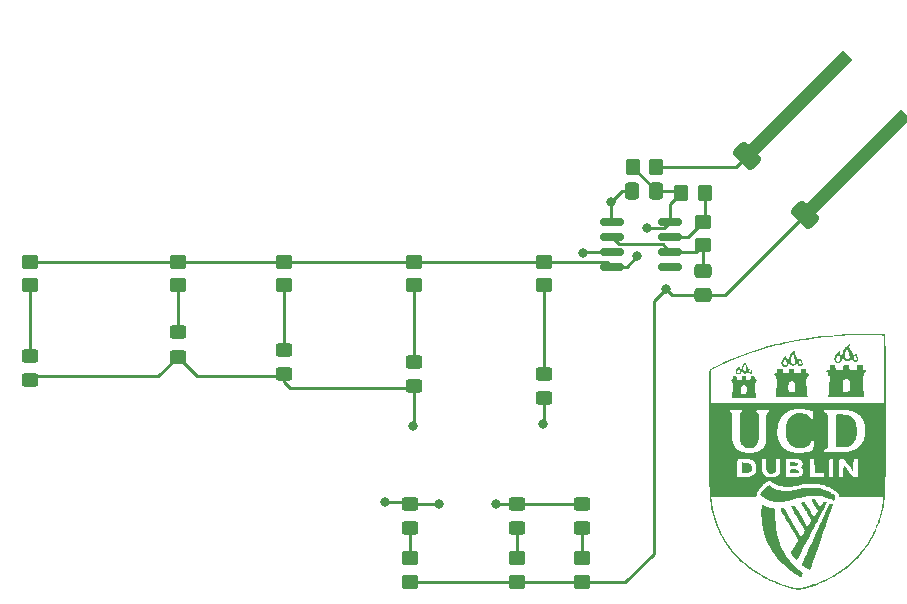
<source format=gbr>
%TF.GenerationSoftware,KiCad,Pcbnew,7.0.6-7.0.6~ubuntu22.04.1*%
%TF.CreationDate,2023-09-06T21:51:48+02:00*%
%TF.ProjectId,elecsoc_card,656c6563-736f-4635-9f63-6172642e6b69,rev?*%
%TF.SameCoordinates,Original*%
%TF.FileFunction,Copper,L1,Top*%
%TF.FilePolarity,Positive*%
%FSLAX46Y46*%
G04 Gerber Fmt 4.6, Leading zero omitted, Abs format (unit mm)*
G04 Created by KiCad (PCBNEW 7.0.6-7.0.6~ubuntu22.04.1) date 2023-09-06 21:51:48*
%MOMM*%
%LPD*%
G01*
G04 APERTURE LIST*
G04 Aperture macros list*
%AMRoundRect*
0 Rectangle with rounded corners*
0 $1 Rounding radius*
0 $2 $3 $4 $5 $6 $7 $8 $9 X,Y pos of 4 corners*
0 Add a 4 corners polygon primitive as box body*
4,1,4,$2,$3,$4,$5,$6,$7,$8,$9,$2,$3,0*
0 Add four circle primitives for the rounded corners*
1,1,$1+$1,$2,$3*
1,1,$1+$1,$4,$5*
1,1,$1+$1,$6,$7*
1,1,$1+$1,$8,$9*
0 Add four rect primitives between the rounded corners*
20,1,$1+$1,$2,$3,$4,$5,0*
20,1,$1+$1,$4,$5,$6,$7,0*
20,1,$1+$1,$6,$7,$8,$9,0*
20,1,$1+$1,$8,$9,$2,$3,0*%
%AMFreePoly0*
4,1,34,0.535355,12.035355,0.550000,12.000000,0.550000,0.762000,0.762000,0.762000,0.870714,0.746161,0.983390,0.691076,1.072076,0.602390,1.127161,0.489713,1.143000,0.381000,1.143000,-0.381000,1.127161,-0.489713,1.072076,-0.602390,0.983390,-0.691076,0.870714,-0.746161,0.762000,-0.762000,0.000000,-0.761999,-0.762000,-0.762000,-0.870714,-0.746161,-0.983390,-0.691076,-1.072076,-0.602390,
-1.127161,-0.489713,-1.143000,-0.381000,-1.143000,0.381000,-1.127161,0.489713,-1.072076,0.602390,-0.983390,0.691076,-0.870714,0.746161,-0.762000,0.762000,-0.550000,0.762000,-0.550000,12.000000,-0.535355,12.035355,-0.500000,12.050000,0.500000,12.050000,0.535355,12.035355,0.535355,12.035355,$1*%
G04 Aperture macros list end*
%TA.AperFunction,NonConductor*%
%ADD10C,0.000000*%
%TD*%
%TA.AperFunction,SMDPad,CuDef*%
%ADD11RoundRect,0.250000X-0.350000X-0.450000X0.350000X-0.450000X0.350000X0.450000X-0.350000X0.450000X0*%
%TD*%
%TA.AperFunction,SMDPad,CuDef*%
%ADD12RoundRect,0.250000X0.337500X0.475000X-0.337500X0.475000X-0.337500X-0.475000X0.337500X-0.475000X0*%
%TD*%
%TA.AperFunction,SMDPad,CuDef*%
%ADD13RoundRect,0.250000X0.450000X-0.325000X0.450000X0.325000X-0.450000X0.325000X-0.450000X-0.325000X0*%
%TD*%
%TA.AperFunction,SMDPad,CuDef*%
%ADD14RoundRect,0.250000X-0.450000X0.350000X-0.450000X-0.350000X0.450000X-0.350000X0.450000X0.350000X0*%
%TD*%
%TA.AperFunction,SMDPad,CuDef*%
%ADD15FreePoly0,315.000000*%
%TD*%
%TA.AperFunction,SMDPad,CuDef*%
%ADD16RoundRect,0.150000X-0.825000X-0.150000X0.825000X-0.150000X0.825000X0.150000X-0.825000X0.150000X0*%
%TD*%
%TA.AperFunction,SMDPad,CuDef*%
%ADD17RoundRect,0.250000X-0.475000X0.337500X-0.475000X-0.337500X0.475000X-0.337500X0.475000X0.337500X0*%
%TD*%
%TA.AperFunction,ViaPad*%
%ADD18C,0.800000*%
%TD*%
%TA.AperFunction,Conductor*%
%ADD19C,0.250000*%
%TD*%
G04 APERTURE END LIST*
D10*
%TA.AperFunction,NonConductor*%
G36*
X176663260Y-87056613D02*
G01*
X176690063Y-87057554D01*
X176716447Y-87059212D01*
X176742355Y-87061573D01*
X176767730Y-87064620D01*
X176792513Y-87068337D01*
X176816648Y-87072707D01*
X176840077Y-87077715D01*
X176862743Y-87083345D01*
X176884587Y-87089579D01*
X176905553Y-87096403D01*
X176925583Y-87103800D01*
X176944619Y-87111753D01*
X176962605Y-87120248D01*
X176979482Y-87129266D01*
X176995193Y-87138793D01*
X177009680Y-87148813D01*
X177022887Y-87159308D01*
X177034755Y-87170264D01*
X177045228Y-87181663D01*
X177054246Y-87193489D01*
X177061755Y-87205728D01*
X177067694Y-87218361D01*
X177072008Y-87231374D01*
X177074638Y-87244750D01*
X177075528Y-87258472D01*
X177074579Y-87278660D01*
X177071573Y-87296947D01*
X177066273Y-87313414D01*
X177058440Y-87328146D01*
X177053500Y-87334886D01*
X177047838Y-87341223D01*
X177041424Y-87347168D01*
X177034228Y-87352730D01*
X177017373Y-87362748D01*
X176997035Y-87371361D01*
X176972976Y-87378651D01*
X176944959Y-87384700D01*
X176912745Y-87389592D01*
X176876098Y-87393410D01*
X176834779Y-87396235D01*
X176788551Y-87398150D01*
X176737177Y-87399239D01*
X176680417Y-87399583D01*
X176369972Y-87399583D01*
X176369972Y-87244362D01*
X176370074Y-87218740D01*
X176370455Y-87195985D01*
X176371228Y-87175908D01*
X176372508Y-87158317D01*
X176373373Y-87150393D01*
X176374408Y-87143020D01*
X176375626Y-87136172D01*
X176377042Y-87129826D01*
X176378669Y-87123958D01*
X176380523Y-87118544D01*
X176382617Y-87113560D01*
X176384965Y-87108983D01*
X176387583Y-87104788D01*
X176390483Y-87100951D01*
X176393680Y-87097450D01*
X176397189Y-87094258D01*
X176401023Y-87091354D01*
X176405197Y-87088713D01*
X176409725Y-87086310D01*
X176414621Y-87084123D01*
X176419899Y-87082127D01*
X176425574Y-87080298D01*
X176431660Y-87078612D01*
X176438171Y-87077046D01*
X176452525Y-87074177D01*
X176468750Y-87071499D01*
X176496873Y-87066960D01*
X176524980Y-87063251D01*
X176553013Y-87060358D01*
X176580915Y-87058263D01*
X176608629Y-87056952D01*
X176636096Y-87056407D01*
X176663260Y-87056613D01*
G37*
%TD.AperFunction*%
%TA.AperFunction,NonConductor*%
G36*
X179739398Y-89952293D02*
G01*
X179742738Y-89952848D01*
X179746056Y-89953695D01*
X179751749Y-89956379D01*
X179758196Y-89959131D01*
X179773065Y-89964773D01*
X179790084Y-89970499D01*
X179808674Y-89976183D01*
X179828256Y-89981702D01*
X179848251Y-89986932D01*
X179868082Y-89991748D01*
X179887167Y-89996027D01*
X179891425Y-89997391D01*
X179895595Y-89998833D01*
X179899673Y-90000351D01*
X179903655Y-90001939D01*
X179907537Y-90003595D01*
X179911313Y-90005314D01*
X179914979Y-90007092D01*
X179918531Y-90008926D01*
X179921964Y-90010811D01*
X179925274Y-90012745D01*
X179928456Y-90014722D01*
X179931505Y-90016739D01*
X179934418Y-90018793D01*
X179937189Y-90020879D01*
X179939814Y-90022993D01*
X179942288Y-90025132D01*
X179944608Y-90027291D01*
X179946768Y-90029468D01*
X179948764Y-90031657D01*
X179950591Y-90033855D01*
X179952245Y-90036058D01*
X179953722Y-90038263D01*
X179955016Y-90040465D01*
X179956124Y-90042661D01*
X179957040Y-90044846D01*
X179957761Y-90047017D01*
X179958282Y-90049170D01*
X179958597Y-90051301D01*
X179958704Y-90053406D01*
X179958597Y-90055482D01*
X179958271Y-90057524D01*
X179957723Y-90059528D01*
X179488528Y-91421250D01*
X179347417Y-91836646D01*
X179216889Y-92215000D01*
X179029917Y-92749458D01*
X178758278Y-93537917D01*
X178236167Y-95044279D01*
X178197961Y-95152551D01*
X178160705Y-95253629D01*
X178125352Y-95345282D01*
X178092851Y-95425278D01*
X178077967Y-95460206D01*
X178064153Y-95491382D01*
X178051528Y-95518528D01*
X178040210Y-95541364D01*
X178030318Y-95559611D01*
X178021971Y-95572990D01*
X178018415Y-95577766D01*
X178015289Y-95581222D01*
X178012609Y-95583320D01*
X178010389Y-95584028D01*
X177996761Y-95581424D01*
X177976276Y-95573947D01*
X177949765Y-95562099D01*
X177918060Y-95546380D01*
X177842399Y-95505335D01*
X177755948Y-95454823D01*
X177665362Y-95398854D01*
X177577299Y-95341438D01*
X177498413Y-95286585D01*
X177464492Y-95261374D01*
X177435361Y-95238306D01*
X177315417Y-95139529D01*
X177421250Y-94913750D01*
X177601167Y-94508056D01*
X177687156Y-94320642D01*
X177735608Y-94215856D01*
X177781084Y-94120000D01*
X177827165Y-94022380D01*
X177877216Y-93913184D01*
X177968056Y-93714306D01*
X178158556Y-93289649D01*
X178241899Y-93106591D01*
X178327889Y-92920556D01*
X178533272Y-92474623D01*
X178615003Y-92294857D01*
X178682431Y-92144445D01*
X178735306Y-92023797D01*
X178773381Y-91933329D01*
X178796408Y-91873453D01*
X178802201Y-91855117D01*
X178804139Y-91844584D01*
X178804190Y-91842931D01*
X178804341Y-91841281D01*
X178804590Y-91839637D01*
X178804931Y-91838004D01*
X178805364Y-91836383D01*
X178805883Y-91834778D01*
X178806487Y-91833193D01*
X178807171Y-91831630D01*
X178807932Y-91830093D01*
X178808768Y-91828585D01*
X178809675Y-91827110D01*
X178810650Y-91825670D01*
X178811690Y-91824269D01*
X178812791Y-91822909D01*
X178813950Y-91821595D01*
X178815163Y-91820330D01*
X178816429Y-91819116D01*
X178817743Y-91817957D01*
X178819102Y-91816856D01*
X178820503Y-91815817D01*
X178821943Y-91814842D01*
X178823419Y-91813935D01*
X178824926Y-91813099D01*
X178826463Y-91812337D01*
X178828026Y-91811653D01*
X178829611Y-91811050D01*
X178831216Y-91810530D01*
X178832837Y-91810098D01*
X178834470Y-91809756D01*
X178836114Y-91809508D01*
X178837764Y-91809357D01*
X178839417Y-91809305D01*
X178841380Y-91809234D01*
X178843301Y-91809020D01*
X178845178Y-91808669D01*
X178847010Y-91808182D01*
X178848795Y-91807564D01*
X178850532Y-91806817D01*
X178852221Y-91805945D01*
X178853859Y-91804951D01*
X178855445Y-91803838D01*
X178856978Y-91802609D01*
X178858457Y-91801268D01*
X178859881Y-91799818D01*
X178862556Y-91796602D01*
X178864993Y-91792989D01*
X178867182Y-91789004D01*
X178869113Y-91784673D01*
X178870775Y-91780021D01*
X178872159Y-91775075D01*
X178873252Y-91769860D01*
X178874046Y-91764402D01*
X178874530Y-91758728D01*
X178874694Y-91752862D01*
X178874978Y-91746508D01*
X178875810Y-91739405D01*
X178877159Y-91731630D01*
X178878994Y-91723261D01*
X178881283Y-91714375D01*
X178883996Y-91705050D01*
X178887102Y-91695363D01*
X178890570Y-91685392D01*
X178894368Y-91675214D01*
X178898466Y-91664907D01*
X178907437Y-91644216D01*
X178912248Y-91633987D01*
X178917235Y-91623938D01*
X178922366Y-91614148D01*
X178927611Y-91604694D01*
X178959637Y-91539651D01*
X179009191Y-91433598D01*
X179135750Y-91156667D01*
X179206195Y-90997421D01*
X179283917Y-90824615D01*
X179421500Y-90521667D01*
X179478716Y-90400288D01*
X179535271Y-90278249D01*
X179622584Y-90087751D01*
X179631722Y-90068688D01*
X179640622Y-90051171D01*
X179649295Y-90035172D01*
X179657751Y-90020668D01*
X179661901Y-90013967D01*
X179666001Y-90007630D01*
X179670051Y-90001654D01*
X179674053Y-89996035D01*
X179678010Y-89990770D01*
X179681920Y-89985855D01*
X179685787Y-89981288D01*
X179689611Y-89977066D01*
X179693394Y-89973184D01*
X179697137Y-89969641D01*
X179700841Y-89966432D01*
X179704508Y-89963554D01*
X179708139Y-89961005D01*
X179711734Y-89958780D01*
X179715296Y-89956877D01*
X179718826Y-89955293D01*
X179722324Y-89954023D01*
X179725793Y-89953066D01*
X179729234Y-89952418D01*
X179732647Y-89952075D01*
X179736035Y-89952035D01*
X179739398Y-89952293D01*
G37*
%TD.AperFunction*%
%TA.AperFunction,NonConductor*%
G36*
X176767456Y-76995377D02*
G01*
X176770267Y-76995988D01*
X176772626Y-76997119D01*
X176774523Y-76998770D01*
X176775951Y-77000943D01*
X176776899Y-77003640D01*
X176777358Y-77006861D01*
X176777321Y-77010607D01*
X176776776Y-77014881D01*
X176775717Y-77019683D01*
X176774133Y-77025015D01*
X176772015Y-77030878D01*
X176769355Y-77037273D01*
X176766143Y-77044202D01*
X176762370Y-77051666D01*
X176758028Y-77059665D01*
X176747158Y-77082055D01*
X176738377Y-77104342D01*
X176731704Y-77126669D01*
X176727160Y-77149183D01*
X176724765Y-77172028D01*
X176724541Y-77195347D01*
X176726508Y-77219287D01*
X176730687Y-77243992D01*
X176737099Y-77269607D01*
X176745763Y-77296275D01*
X176756701Y-77324143D01*
X176769934Y-77353354D01*
X176785482Y-77384053D01*
X176803365Y-77416385D01*
X176823605Y-77450495D01*
X176846222Y-77486528D01*
X176870772Y-77526381D01*
X176893792Y-77565903D01*
X176914745Y-77604102D01*
X176924279Y-77622396D01*
X176933094Y-77639986D01*
X176941123Y-77656750D01*
X176948300Y-77672563D01*
X176954558Y-77687301D01*
X176959828Y-77700841D01*
X176964044Y-77713057D01*
X176967138Y-77723826D01*
X176969044Y-77733025D01*
X176969695Y-77740528D01*
X176969891Y-77749830D01*
X176970477Y-77758552D01*
X176971450Y-77766694D01*
X176972809Y-77774255D01*
X176974550Y-77781235D01*
X176976671Y-77787633D01*
X176979169Y-77793449D01*
X176982042Y-77798681D01*
X176985287Y-77803329D01*
X176988901Y-77807393D01*
X176992882Y-77810871D01*
X176997228Y-77813763D01*
X177001935Y-77816069D01*
X177007002Y-77817788D01*
X177012425Y-77818919D01*
X177018202Y-77819462D01*
X177024330Y-77819415D01*
X177030807Y-77818779D01*
X177037631Y-77817552D01*
X177044798Y-77815734D01*
X177052306Y-77813324D01*
X177060153Y-77810322D01*
X177068335Y-77806728D01*
X177076851Y-77802539D01*
X177094872Y-77792378D01*
X177114196Y-77779836D01*
X177134801Y-77764905D01*
X177156667Y-77747582D01*
X177269556Y-77652334D01*
X177287194Y-77754638D01*
X177289501Y-77765781D01*
X177292417Y-77777962D01*
X177299872Y-77804965D01*
X177309147Y-77834696D01*
X177319826Y-77866205D01*
X177331499Y-77898541D01*
X177343749Y-77930752D01*
X177356165Y-77961889D01*
X177368333Y-77991000D01*
X177380569Y-78018597D01*
X177390809Y-78044598D01*
X177395178Y-78057044D01*
X177399045Y-78069142D01*
X177402408Y-78080911D01*
X177405265Y-78092368D01*
X177407616Y-78103530D01*
X177409459Y-78114416D01*
X177410794Y-78125041D01*
X177411618Y-78135425D01*
X177411930Y-78145583D01*
X177411730Y-78155535D01*
X177411015Y-78165296D01*
X177409785Y-78174885D01*
X177408038Y-78184319D01*
X177405773Y-78193615D01*
X177402989Y-78202791D01*
X177399684Y-78211864D01*
X177395857Y-78220853D01*
X177391507Y-78229773D01*
X177386632Y-78238643D01*
X177381232Y-78247480D01*
X177375305Y-78256301D01*
X177368849Y-78265125D01*
X177361863Y-78273967D01*
X177354346Y-78282847D01*
X177337715Y-78300787D01*
X177318945Y-78319082D01*
X177310174Y-78326308D01*
X177301080Y-78332778D01*
X177291689Y-78338499D01*
X177282027Y-78343481D01*
X177272123Y-78347731D01*
X177262002Y-78351259D01*
X177251694Y-78354072D01*
X177241223Y-78356179D01*
X177230619Y-78357589D01*
X177219907Y-78358309D01*
X177209115Y-78358349D01*
X177198270Y-78357716D01*
X177187399Y-78356419D01*
X177176530Y-78354466D01*
X177165689Y-78351867D01*
X177154903Y-78348628D01*
X177144200Y-78344759D01*
X177133607Y-78340268D01*
X177123151Y-78335163D01*
X177112859Y-78329453D01*
X177102758Y-78323146D01*
X177092876Y-78316250D01*
X177083239Y-78308775D01*
X177073874Y-78300728D01*
X177064810Y-78292117D01*
X177056072Y-78282952D01*
X177047688Y-78273240D01*
X177039685Y-78262991D01*
X177032091Y-78252211D01*
X177024931Y-78240910D01*
X177018235Y-78229096D01*
X177012028Y-78216778D01*
X177007878Y-78208946D01*
X177003388Y-78201336D01*
X176998587Y-78193963D01*
X176993507Y-78186840D01*
X176988179Y-78179984D01*
X176982634Y-78173408D01*
X176976903Y-78167129D01*
X176971017Y-78161160D01*
X176965007Y-78155517D01*
X176958904Y-78150214D01*
X176952739Y-78145266D01*
X176946543Y-78140689D01*
X176940347Y-78136497D01*
X176934182Y-78132704D01*
X176928079Y-78129326D01*
X176922070Y-78126378D01*
X176916184Y-78123874D01*
X176910453Y-78121829D01*
X176904908Y-78120259D01*
X176899580Y-78119177D01*
X176894500Y-78118600D01*
X176889699Y-78118541D01*
X176885209Y-78119016D01*
X176881059Y-78120039D01*
X176877282Y-78121625D01*
X176873907Y-78123790D01*
X176870967Y-78126547D01*
X176868491Y-78129913D01*
X176866512Y-78133901D01*
X176865060Y-78138526D01*
X176864166Y-78143804D01*
X176863861Y-78149750D01*
X176863728Y-78151154D01*
X176863331Y-78152717D01*
X176861773Y-78156289D01*
X176859234Y-78160408D01*
X176855758Y-78165018D01*
X176851394Y-78170063D01*
X176846188Y-78175485D01*
X176840186Y-78181227D01*
X176833434Y-78187232D01*
X176825980Y-78193445D01*
X176817869Y-78199807D01*
X176809149Y-78206262D01*
X176799865Y-78212753D01*
X176790065Y-78219224D01*
X176779794Y-78225617D01*
X176769099Y-78231876D01*
X176758028Y-78237944D01*
X176745309Y-78245221D01*
X176732303Y-78251842D01*
X176719034Y-78257811D01*
X176705525Y-78263135D01*
X176691798Y-78267817D01*
X176677878Y-78271864D01*
X176663787Y-78275281D01*
X176649549Y-78278072D01*
X176635187Y-78280244D01*
X176620724Y-78281800D01*
X176606183Y-78282747D01*
X176591588Y-78283089D01*
X176562329Y-78281979D01*
X176533132Y-78278514D01*
X176504183Y-78272733D01*
X176475668Y-78264678D01*
X176447773Y-78254391D01*
X176420684Y-78241913D01*
X176394588Y-78227285D01*
X176381970Y-78219177D01*
X176369669Y-78210548D01*
X176357710Y-78201402D01*
X176346115Y-78191745D01*
X176334908Y-78181581D01*
X176324111Y-78170915D01*
X176305898Y-78151736D01*
X176289529Y-78135218D01*
X176274866Y-78121376D01*
X176268130Y-78115464D01*
X176261769Y-78110227D01*
X176255764Y-78105667D01*
X176250098Y-78101786D01*
X176244753Y-78098585D01*
X176239713Y-78096068D01*
X176234960Y-78094235D01*
X176230476Y-78093089D01*
X176226244Y-78092631D01*
X176222247Y-78092864D01*
X176218466Y-78093789D01*
X176214885Y-78095409D01*
X176211487Y-78097725D01*
X176208253Y-78100739D01*
X176205166Y-78104454D01*
X176202209Y-78108871D01*
X176199365Y-78113992D01*
X176196615Y-78119818D01*
X176193943Y-78126353D01*
X176191331Y-78133598D01*
X176186218Y-78150225D01*
X176181135Y-78169715D01*
X176175945Y-78192083D01*
X176173294Y-78202414D01*
X176169991Y-78212879D01*
X176166069Y-78223449D01*
X176161558Y-78234093D01*
X176156488Y-78244781D01*
X176150892Y-78255482D01*
X176138241Y-78276805D01*
X176123855Y-78297817D01*
X176107979Y-78318277D01*
X176090864Y-78337941D01*
X176072757Y-78356566D01*
X176053905Y-78373909D01*
X176034558Y-78389728D01*
X176014962Y-78403780D01*
X175995366Y-78415822D01*
X175985646Y-78421013D01*
X175976019Y-78425610D01*
X175966515Y-78429583D01*
X175957167Y-78432902D01*
X175948005Y-78435537D01*
X175939060Y-78437456D01*
X175930363Y-78438630D01*
X175921944Y-78439028D01*
X175910652Y-78438710D01*
X175899277Y-78437768D01*
X175887841Y-78436217D01*
X175876366Y-78434074D01*
X175864873Y-78431354D01*
X175853383Y-78428075D01*
X175841918Y-78424252D01*
X175830498Y-78419900D01*
X175819146Y-78415038D01*
X175807882Y-78409680D01*
X175785705Y-78397542D01*
X175764138Y-78383616D01*
X175743351Y-78368031D01*
X175723515Y-78350916D01*
X175704800Y-78332402D01*
X175687378Y-78312616D01*
X175671417Y-78291688D01*
X175664039Y-78280836D01*
X175657090Y-78269747D01*
X175650592Y-78258437D01*
X175644566Y-78246922D01*
X175639034Y-78235219D01*
X175634017Y-78223343D01*
X175629535Y-78211311D01*
X175625612Y-78199139D01*
X175616432Y-78163959D01*
X175610053Y-78128542D01*
X175606465Y-78092897D01*
X175606257Y-78083649D01*
X175751512Y-78083649D01*
X175751519Y-78088592D01*
X175752198Y-78098673D01*
X175753745Y-78109116D01*
X175756139Y-78120039D01*
X175759360Y-78131562D01*
X175763387Y-78143803D01*
X175768200Y-78156881D01*
X175773778Y-78170915D01*
X175778485Y-78180085D01*
X175783321Y-78189037D01*
X175788250Y-78197720D01*
X175793236Y-78206083D01*
X175798242Y-78214075D01*
X175803233Y-78221642D01*
X175808173Y-78228734D01*
X175813024Y-78235298D01*
X175817752Y-78241284D01*
X175822319Y-78246640D01*
X175826690Y-78251313D01*
X175828791Y-78253378D01*
X175830829Y-78255253D01*
X175832800Y-78256931D01*
X175834699Y-78258407D01*
X175836521Y-78259673D01*
X175838263Y-78260723D01*
X175839920Y-78261552D01*
X175841487Y-78262151D01*
X175842960Y-78262516D01*
X175844334Y-78262639D01*
X175847221Y-78262760D01*
X175850562Y-78263114D01*
X175854317Y-78263685D01*
X175858445Y-78264458D01*
X175867650Y-78266545D01*
X175877847Y-78269253D01*
X175888706Y-78272457D01*
X175899896Y-78276033D01*
X175911086Y-78279857D01*
X175921944Y-78283805D01*
X175933631Y-78287386D01*
X175944868Y-78288932D01*
X175955640Y-78288536D01*
X175965932Y-78286292D01*
X175975727Y-78282294D01*
X175985011Y-78276635D01*
X175993767Y-78269409D01*
X176001981Y-78260709D01*
X176009637Y-78250630D01*
X176016719Y-78239264D01*
X176023213Y-78226706D01*
X176029101Y-78213050D01*
X176039002Y-78182815D01*
X176046299Y-78149308D01*
X176050867Y-78113280D01*
X176052583Y-78075480D01*
X176051322Y-78036656D01*
X176046961Y-77997559D01*
X176039374Y-77958936D01*
X176028440Y-77921539D01*
X176021678Y-77903534D01*
X176014032Y-77886115D01*
X176008440Y-77875161D01*
X176374506Y-77875161D01*
X176377119Y-77919530D01*
X176380035Y-77940037D01*
X176384084Y-77959249D01*
X176389161Y-77977385D01*
X176395099Y-77994741D01*
X176401852Y-78011303D01*
X176409371Y-78027056D01*
X176417608Y-78041984D01*
X176426515Y-78056073D01*
X176436045Y-78069308D01*
X176446150Y-78081674D01*
X176456783Y-78093157D01*
X176467894Y-78103741D01*
X176479437Y-78113412D01*
X176491364Y-78122154D01*
X176503627Y-78129954D01*
X176516177Y-78136795D01*
X176528968Y-78142664D01*
X176541952Y-78147544D01*
X176555080Y-78151423D01*
X176568305Y-78154284D01*
X176581579Y-78156113D01*
X176594855Y-78156894D01*
X176608084Y-78156614D01*
X176621218Y-78155257D01*
X176634211Y-78152808D01*
X176647013Y-78149253D01*
X176659578Y-78144577D01*
X176671858Y-78138764D01*
X176683804Y-78131800D01*
X176695369Y-78123670D01*
X176706505Y-78114359D01*
X176717164Y-78103853D01*
X176727299Y-78092136D01*
X176736861Y-78079194D01*
X176749264Y-78060704D01*
X176760013Y-78042235D01*
X176769108Y-78023725D01*
X176772318Y-78015694D01*
X177110806Y-78015694D01*
X177111879Y-78048289D01*
X177114430Y-78080007D01*
X177118449Y-78109967D01*
X177123925Y-78137292D01*
X177130848Y-78161103D01*
X177134848Y-78171416D01*
X177139207Y-78180521D01*
X177143922Y-78188309D01*
X177148993Y-78194668D01*
X177154417Y-78199491D01*
X177160194Y-78202666D01*
X177166528Y-78205015D01*
X177172951Y-78206776D01*
X177179450Y-78207964D01*
X177186012Y-78208592D01*
X177192623Y-78208671D01*
X177199270Y-78208216D01*
X177205938Y-78207239D01*
X177212615Y-78205753D01*
X177219287Y-78203771D01*
X177225940Y-78201305D01*
X177232561Y-78198370D01*
X177239135Y-78194977D01*
X177245651Y-78191139D01*
X177252093Y-78186871D01*
X177258449Y-78182183D01*
X177264705Y-78177090D01*
X177270847Y-78171604D01*
X177276862Y-78165738D01*
X177288455Y-78152919D01*
X177299377Y-78138736D01*
X177309519Y-78123292D01*
X177318771Y-78106690D01*
X177327026Y-78089034D01*
X177334176Y-78070427D01*
X177337302Y-78060799D01*
X177340111Y-78050972D01*
X177342550Y-78040265D01*
X177344576Y-78030632D01*
X177346188Y-78022075D01*
X177347387Y-78014592D01*
X177347832Y-78011253D01*
X177348173Y-78008184D01*
X177348411Y-78005383D01*
X177348545Y-78002851D01*
X177348576Y-78000587D01*
X177348504Y-77998592D01*
X177348328Y-77996866D01*
X177348049Y-77995409D01*
X177347666Y-77994220D01*
X177347181Y-77993301D01*
X177346899Y-77992941D01*
X177346591Y-77992649D01*
X177346258Y-77992425D01*
X177345899Y-77992267D01*
X177345514Y-77992177D01*
X177345103Y-77992153D01*
X177344204Y-77992308D01*
X177343201Y-77992732D01*
X177342095Y-77993425D01*
X177340886Y-77994386D01*
X177339573Y-77995616D01*
X177338157Y-77997114D01*
X177336638Y-77998882D01*
X177335015Y-78000918D01*
X177333289Y-78003223D01*
X177331460Y-78005796D01*
X177329527Y-78008638D01*
X177325057Y-78015418D01*
X177320880Y-78021206D01*
X177318891Y-78023728D01*
X177316962Y-78026001D01*
X177315089Y-78028027D01*
X177313267Y-78029805D01*
X177311491Y-78031334D01*
X177309757Y-78032616D01*
X177308061Y-78033649D01*
X177306397Y-78034435D01*
X177304762Y-78034972D01*
X177303151Y-78035262D01*
X177301559Y-78035303D01*
X177299983Y-78035097D01*
X177298416Y-78034642D01*
X177296855Y-78033939D01*
X177295296Y-78032988D01*
X177293733Y-78031789D01*
X177292163Y-78030342D01*
X177290580Y-78028648D01*
X177288981Y-78026705D01*
X177287360Y-78024513D01*
X177285713Y-78022074D01*
X177284036Y-78019387D01*
X177280573Y-78013269D01*
X177276934Y-78006158D01*
X177273084Y-77998055D01*
X177271184Y-77992026D01*
X177269459Y-77985873D01*
X177267921Y-77979638D01*
X177266579Y-77973361D01*
X177265444Y-77967084D01*
X177264526Y-77960848D01*
X177263835Y-77954695D01*
X177263382Y-77948666D01*
X177263177Y-77942803D01*
X177263230Y-77937146D01*
X177263553Y-77931737D01*
X177264154Y-77926618D01*
X177265044Y-77921829D01*
X177266235Y-77917413D01*
X177267735Y-77913409D01*
X177268605Y-77911576D01*
X177269556Y-77909861D01*
X177271555Y-77906164D01*
X177272939Y-77902361D01*
X177273734Y-77898470D01*
X177273965Y-77894509D01*
X177273660Y-77890497D01*
X177272842Y-77886451D01*
X177271539Y-77882390D01*
X177269776Y-77878331D01*
X177267579Y-77874293D01*
X177264974Y-77870294D01*
X177261986Y-77866351D01*
X177258641Y-77862484D01*
X177254966Y-77858709D01*
X177250986Y-77855046D01*
X177242215Y-77848125D01*
X177232535Y-77841865D01*
X177222151Y-77836412D01*
X177211271Y-77831909D01*
X177205710Y-77830059D01*
X177200102Y-77828502D01*
X177194474Y-77827254D01*
X177188851Y-77826335D01*
X177183258Y-77825762D01*
X177177723Y-77825553D01*
X177172270Y-77825727D01*
X177166926Y-77826301D01*
X177161716Y-77827293D01*
X177156667Y-77828723D01*
X177150910Y-77831898D01*
X177145544Y-77836720D01*
X177140569Y-77843080D01*
X177135982Y-77850867D01*
X177131783Y-77859972D01*
X177127971Y-77870285D01*
X177121499Y-77894096D01*
X177116557Y-77921420D01*
X177113134Y-77951381D01*
X177111221Y-77983098D01*
X177110806Y-78015694D01*
X176772318Y-78015694D01*
X176776549Y-78005111D01*
X176782337Y-77986332D01*
X176786471Y-77967325D01*
X176788952Y-77948029D01*
X176789778Y-77928382D01*
X176788952Y-77908321D01*
X176786471Y-77887785D01*
X176782337Y-77866711D01*
X176776549Y-77845038D01*
X176769108Y-77822703D01*
X176760013Y-77799645D01*
X176749264Y-77775802D01*
X176736861Y-77751111D01*
X176730874Y-77739308D01*
X176724845Y-77726472D01*
X176712828Y-77698194D01*
X176701142Y-77667271D01*
X176690118Y-77634694D01*
X176680086Y-77601456D01*
X176671377Y-77568548D01*
X176664321Y-77536963D01*
X176661517Y-77521977D01*
X176659250Y-77507694D01*
X176656404Y-77493277D01*
X176653187Y-77479182D01*
X176649638Y-77465479D01*
X176645801Y-77452241D01*
X176641715Y-77439541D01*
X176637422Y-77427450D01*
X176632964Y-77416042D01*
X176628382Y-77405388D01*
X176623718Y-77395561D01*
X176619012Y-77386633D01*
X176614306Y-77378677D01*
X176609641Y-77371764D01*
X176607337Y-77368722D01*
X176605059Y-77365968D01*
X176602812Y-77363511D01*
X176600601Y-77361360D01*
X176598431Y-77359525D01*
X176596308Y-77358013D01*
X176594237Y-77356835D01*
X176592223Y-77356000D01*
X176582174Y-77354066D01*
X176571902Y-77354790D01*
X176561451Y-77358042D01*
X176550868Y-77363689D01*
X176540196Y-77371599D01*
X176529482Y-77381641D01*
X176508107Y-77407593D01*
X176487104Y-77440491D01*
X176466835Y-77479279D01*
X176447661Y-77522904D01*
X176429945Y-77570312D01*
X176414047Y-77620448D01*
X176400331Y-77672259D01*
X176389157Y-77724690D01*
X176380887Y-77776687D01*
X176375883Y-77827195D01*
X176374506Y-77875161D01*
X176008440Y-77875161D01*
X176005488Y-77869378D01*
X175996028Y-77853415D01*
X175989375Y-77844104D01*
X175982658Y-77835351D01*
X175975894Y-77827160D01*
X175969101Y-77819530D01*
X175962298Y-77812463D01*
X175955503Y-77805961D01*
X175948734Y-77800025D01*
X175942009Y-77794656D01*
X175935346Y-77789856D01*
X175928763Y-77785625D01*
X175922278Y-77781966D01*
X175915909Y-77778878D01*
X175909675Y-77776364D01*
X175903593Y-77774425D01*
X175897681Y-77773063D01*
X175891959Y-77772277D01*
X175886443Y-77772071D01*
X175881151Y-77772445D01*
X175876103Y-77773400D01*
X175871316Y-77774937D01*
X175866807Y-77777059D01*
X175862596Y-77779765D01*
X175858700Y-77783059D01*
X175855137Y-77786940D01*
X175851926Y-77791410D01*
X175849084Y-77796471D01*
X175846630Y-77802123D01*
X175844582Y-77808368D01*
X175842957Y-77815208D01*
X175841774Y-77822643D01*
X175841051Y-77830675D01*
X175840806Y-77839306D01*
X175840522Y-77847521D01*
X175839690Y-77856249D01*
X175838341Y-77865420D01*
X175836506Y-77874969D01*
X175834217Y-77884828D01*
X175831504Y-77894930D01*
X175828398Y-77905207D01*
X175824931Y-77915593D01*
X175821132Y-77926021D01*
X175817034Y-77936422D01*
X175812668Y-77946731D01*
X175808063Y-77956879D01*
X175803252Y-77966800D01*
X175798265Y-77976426D01*
X175793134Y-77985691D01*
X175787889Y-77994527D01*
X175779824Y-78006701D01*
X175772813Y-78018167D01*
X175766836Y-78029044D01*
X175761871Y-78039451D01*
X175757899Y-78049507D01*
X175754899Y-78059330D01*
X175753756Y-78064191D01*
X175752849Y-78069039D01*
X175752174Y-78073888D01*
X175751729Y-78078753D01*
X175751512Y-78083649D01*
X175606257Y-78083649D01*
X175605657Y-78057035D01*
X175607619Y-78020967D01*
X175612341Y-77984702D01*
X175619811Y-77948251D01*
X175630021Y-77911624D01*
X175642959Y-77874832D01*
X175658615Y-77837885D01*
X175676979Y-77800794D01*
X175698041Y-77763568D01*
X175721790Y-77726218D01*
X175748215Y-77688754D01*
X175777307Y-77651187D01*
X175809056Y-77613527D01*
X175837554Y-77582227D01*
X175863578Y-77554457D01*
X175887214Y-77530191D01*
X175898164Y-77519364D01*
X175908550Y-77509402D01*
X175918383Y-77500304D01*
X175927675Y-77492066D01*
X175936435Y-77484684D01*
X175944675Y-77478155D01*
X175952407Y-77472477D01*
X175959640Y-77467645D01*
X175966386Y-77463657D01*
X175972656Y-77460510D01*
X175978461Y-77458199D01*
X175983812Y-77456723D01*
X175988720Y-77456077D01*
X175993196Y-77456258D01*
X175995275Y-77456658D01*
X175997250Y-77457264D01*
X175999123Y-77458075D01*
X176000895Y-77459091D01*
X176002567Y-77460311D01*
X176004140Y-77461736D01*
X176006997Y-77465195D01*
X176009477Y-77469466D01*
X176011590Y-77474544D01*
X176013348Y-77480428D01*
X176014762Y-77487113D01*
X176015843Y-77494597D01*
X176016601Y-77502875D01*
X176017048Y-77511946D01*
X176017194Y-77521806D01*
X176017489Y-77531946D01*
X176018355Y-77542491D01*
X176019764Y-77553388D01*
X176021687Y-77564587D01*
X176024095Y-77576036D01*
X176026961Y-77587685D01*
X176033951Y-77611378D01*
X176042430Y-77635257D01*
X176052169Y-77658914D01*
X176062942Y-77681940D01*
X176074521Y-77703927D01*
X176086679Y-77724468D01*
X176099188Y-77743153D01*
X176105503Y-77751673D01*
X176111821Y-77759575D01*
X176118113Y-77766810D01*
X176124351Y-77773325D01*
X176130506Y-77779071D01*
X176136550Y-77783996D01*
X176142454Y-77788048D01*
X176148191Y-77791178D01*
X176153731Y-77793333D01*
X176159046Y-77794464D01*
X176164108Y-77794518D01*
X176168889Y-77793445D01*
X176173016Y-77791349D01*
X176177433Y-77787760D01*
X176182098Y-77782755D01*
X176186969Y-77776412D01*
X176192006Y-77768808D01*
X176197166Y-77760020D01*
X176202410Y-77750126D01*
X176207695Y-77739204D01*
X176212979Y-77727331D01*
X176218223Y-77714585D01*
X176223383Y-77701043D01*
X176228420Y-77686783D01*
X176233291Y-77671882D01*
X176237956Y-77656418D01*
X176242373Y-77640468D01*
X176246500Y-77624110D01*
X176259442Y-77579070D01*
X176274302Y-77534165D01*
X176290846Y-77489777D01*
X176308842Y-77446288D01*
X176328058Y-77404081D01*
X176348261Y-77363537D01*
X176369219Y-77325040D01*
X176390698Y-77288972D01*
X176412467Y-77255715D01*
X176434292Y-77225651D01*
X176445153Y-77211936D01*
X176455942Y-77199164D01*
X176466628Y-77187380D01*
X176477184Y-77176634D01*
X176487579Y-77166974D01*
X176497784Y-77158446D01*
X176507772Y-77151099D01*
X176517512Y-77144981D01*
X176526975Y-77140139D01*
X176536133Y-77136621D01*
X176544957Y-77134476D01*
X176553417Y-77133750D01*
X176557047Y-77133384D01*
X176561292Y-77132310D01*
X176566106Y-77130564D01*
X176571441Y-77128183D01*
X176577252Y-77125202D01*
X176583492Y-77121657D01*
X176590115Y-77117586D01*
X176597073Y-77113024D01*
X176604321Y-77108007D01*
X176611811Y-77102571D01*
X176619498Y-77096754D01*
X176627335Y-77090589D01*
X176643272Y-77077367D01*
X176659250Y-77063194D01*
X176668364Y-77055174D01*
X176677180Y-77047652D01*
X176685688Y-77040628D01*
X176693880Y-77034104D01*
X176701746Y-77028081D01*
X176709278Y-77022561D01*
X176716466Y-77017545D01*
X176723301Y-77013034D01*
X176729775Y-77009029D01*
X176735878Y-77005532D01*
X176741601Y-77002544D01*
X176746935Y-77000066D01*
X176751871Y-76998100D01*
X176756400Y-76996647D01*
X176760513Y-76995708D01*
X176764202Y-76995284D01*
X176767456Y-76995377D01*
G37*
%TD.AperFunction*%
%TA.AperFunction,NonConductor*%
G36*
X183274661Y-75596741D02*
G01*
X183721421Y-75606222D01*
X184175457Y-75620994D01*
X184333166Y-75628298D01*
X184406250Y-75634444D01*
X184437614Y-77601181D01*
X184450788Y-81975625D01*
X184443457Y-86508819D01*
X184413306Y-88951806D01*
X184388687Y-89257923D01*
X184354601Y-89564536D01*
X184311172Y-89870819D01*
X184258524Y-90175944D01*
X184196781Y-90479085D01*
X184126068Y-90779415D01*
X184046507Y-91076107D01*
X183958223Y-91368334D01*
X183915228Y-91495809D01*
X183858342Y-91650611D01*
X183792527Y-91820708D01*
X183722743Y-91994072D01*
X183653952Y-92158672D01*
X183591113Y-92302477D01*
X183539189Y-92413458D01*
X183518869Y-92452879D01*
X183503139Y-92479583D01*
X183491440Y-92498352D01*
X183480319Y-92517286D01*
X183470025Y-92535890D01*
X183460806Y-92553667D01*
X183456677Y-92562090D01*
X183452910Y-92570120D01*
X183449535Y-92577696D01*
X183446585Y-92584755D01*
X183444089Y-92591235D01*
X183442079Y-92597075D01*
X183440585Y-92602211D01*
X183439639Y-92606583D01*
X183432659Y-92629519D01*
X183417529Y-92664392D01*
X183365942Y-92764782D01*
X183291121Y-92897418D01*
X183199309Y-93051965D01*
X183096749Y-93218088D01*
X182989682Y-93385451D01*
X182884351Y-93543718D01*
X182787000Y-93682555D01*
X182668168Y-93843560D01*
X182543445Y-94003542D01*
X182413224Y-94162139D01*
X182277898Y-94318989D01*
X182137858Y-94473731D01*
X181993498Y-94626002D01*
X181845211Y-94775442D01*
X181693389Y-94921688D01*
X181538425Y-95064378D01*
X181380712Y-95203152D01*
X181220643Y-95337647D01*
X181058610Y-95467501D01*
X180895006Y-95592353D01*
X180730223Y-95711841D01*
X180564655Y-95825604D01*
X180398695Y-95933278D01*
X180258410Y-96020874D01*
X180131686Y-96098258D01*
X180019183Y-96165141D01*
X179921563Y-96221234D01*
X179839487Y-96266247D01*
X179804484Y-96284509D01*
X179773616Y-96299892D01*
X179746965Y-96312360D01*
X179724614Y-96321878D01*
X179706644Y-96328409D01*
X179693140Y-96331917D01*
X179687152Y-96333320D01*
X179681123Y-96334873D01*
X179675094Y-96336560D01*
X179669106Y-96338367D01*
X179663202Y-96340276D01*
X179657421Y-96342273D01*
X179651805Y-96344343D01*
X179646396Y-96346469D01*
X179641236Y-96348637D01*
X179636364Y-96350830D01*
X179631824Y-96353034D01*
X179627655Y-96355233D01*
X179623900Y-96357411D01*
X179620599Y-96359553D01*
X179617795Y-96361643D01*
X179615528Y-96363666D01*
X179587782Y-96385688D01*
X179533459Y-96417637D01*
X179359819Y-96505053D01*
X179124085Y-96613388D01*
X178855733Y-96730115D01*
X178584239Y-96842708D01*
X178339079Y-96938640D01*
X178149729Y-97005385D01*
X178085195Y-97023898D01*
X178045667Y-97030417D01*
X178041174Y-97030662D01*
X178035690Y-97031382D01*
X178029296Y-97032557D01*
X178022075Y-97034166D01*
X178005483Y-97038603D01*
X177986577Y-97044528D01*
X177966016Y-97051777D01*
X177944464Y-97060183D01*
X177922581Y-97069581D01*
X177901029Y-97079807D01*
X177865117Y-97095778D01*
X177822756Y-97111832D01*
X177774772Y-97127803D01*
X177721993Y-97143527D01*
X177605356Y-97173568D01*
X177479458Y-97200632D01*
X177350915Y-97223397D01*
X177226340Y-97240540D01*
X177167608Y-97246589D01*
X177112349Y-97250737D01*
X177061389Y-97252818D01*
X177015556Y-97252666D01*
X176968863Y-97249981D01*
X176915531Y-97244743D01*
X176856689Y-97237210D01*
X176793471Y-97227641D01*
X176658430Y-97203429D01*
X176519462Y-97174174D01*
X176385620Y-97141941D01*
X176265958Y-97108800D01*
X176214274Y-97092533D01*
X176169530Y-97076815D01*
X176132857Y-97061903D01*
X176105389Y-97048055D01*
X176097631Y-97043389D01*
X176088969Y-97038671D01*
X176079491Y-97033932D01*
X176069284Y-97029204D01*
X176047036Y-97019902D01*
X176022927Y-97011014D01*
X175997661Y-97002787D01*
X175971940Y-96995470D01*
X175946467Y-96989310D01*
X175934043Y-96986742D01*
X175921944Y-96984556D01*
X175855055Y-96967110D01*
X175755918Y-96935607D01*
X175633962Y-96893522D01*
X175498611Y-96844326D01*
X175359291Y-96791492D01*
X175225429Y-96738493D01*
X175106449Y-96688801D01*
X175011778Y-96645888D01*
X174930970Y-96606753D01*
X174815104Y-96552403D01*
X174679395Y-96490116D01*
X174539056Y-96427167D01*
X174435420Y-96380286D01*
X174337035Y-96333901D01*
X174241213Y-96286524D01*
X174145267Y-96236667D01*
X174046510Y-96182841D01*
X173942255Y-96123557D01*
X173829814Y-96057329D01*
X173706500Y-95982667D01*
X173691211Y-95973124D01*
X173674805Y-95963209D01*
X173657821Y-95953211D01*
X173640795Y-95943420D01*
X173624266Y-95934126D01*
X173608770Y-95925616D01*
X173594844Y-95918182D01*
X173583028Y-95912112D01*
X173537236Y-95885329D01*
X173450846Y-95829484D01*
X173208202Y-95666490D01*
X172958942Y-95494897D01*
X172864285Y-95428304D01*
X172806917Y-95386474D01*
X172585011Y-95206777D01*
X172388985Y-95042294D01*
X172212969Y-94887402D01*
X172130629Y-94811796D01*
X172051090Y-94736479D01*
X171973619Y-94660748D01*
X171897480Y-94583902D01*
X171746268Y-94424049D01*
X171591583Y-94251299D01*
X171427556Y-94060027D01*
X171361647Y-93981283D01*
X171302623Y-93910124D01*
X171250171Y-93846118D01*
X171203983Y-93788830D01*
X171163747Y-93737825D01*
X171129155Y-93692670D01*
X171099896Y-93652931D01*
X171087169Y-93634957D01*
X171075660Y-93618174D01*
X171065328Y-93602527D01*
X171056136Y-93587964D01*
X171048045Y-93574428D01*
X171041016Y-93561867D01*
X171035010Y-93550226D01*
X171029988Y-93539450D01*
X171025912Y-93529485D01*
X171022743Y-93520278D01*
X171020442Y-93511773D01*
X171018971Y-93503917D01*
X171018290Y-93496655D01*
X171018361Y-93489933D01*
X171019145Y-93483697D01*
X171020604Y-93477892D01*
X171022698Y-93472465D01*
X171025389Y-93467361D01*
X171026309Y-93465428D01*
X171027087Y-93463598D01*
X171027723Y-93461870D01*
X171028221Y-93460243D01*
X171028582Y-93458717D01*
X171028807Y-93457291D01*
X171028900Y-93455965D01*
X171028862Y-93454738D01*
X171028694Y-93453608D01*
X171028399Y-93452577D01*
X171027979Y-93451642D01*
X171027435Y-93450803D01*
X171026770Y-93450060D01*
X171025986Y-93449412D01*
X171025084Y-93448859D01*
X171024066Y-93448399D01*
X171022935Y-93448032D01*
X171021691Y-93447757D01*
X171020339Y-93447574D01*
X171018878Y-93447482D01*
X171017311Y-93447481D01*
X171015640Y-93447570D01*
X171011994Y-93448013D01*
X171007956Y-93448808D01*
X171003540Y-93449950D01*
X170998763Y-93451432D01*
X170993639Y-93453251D01*
X170990684Y-93454201D01*
X170987773Y-93455070D01*
X170984910Y-93455855D01*
X170982098Y-93456558D01*
X170979340Y-93457178D01*
X170976640Y-93457715D01*
X170974001Y-93458170D01*
X170971425Y-93458542D01*
X170968917Y-93458831D01*
X170966479Y-93459038D01*
X170964114Y-93459162D01*
X170961827Y-93459203D01*
X170959620Y-93459161D01*
X170957496Y-93459037D01*
X170955458Y-93458831D01*
X170953510Y-93458541D01*
X170951656Y-93458169D01*
X170949897Y-93457714D01*
X170948238Y-93457177D01*
X170946682Y-93456557D01*
X170945232Y-93455854D01*
X170943891Y-93455068D01*
X170942662Y-93454200D01*
X170941549Y-93453249D01*
X170940555Y-93452216D01*
X170939683Y-93451099D01*
X170938936Y-93449901D01*
X170938318Y-93448619D01*
X170937831Y-93447255D01*
X170937479Y-93445808D01*
X170937266Y-93444278D01*
X170937194Y-93442666D01*
X170936544Y-93439008D01*
X170934638Y-93433413D01*
X170927328Y-93416925D01*
X170915800Y-93394236D01*
X170900594Y-93366379D01*
X170882245Y-93334388D01*
X170861292Y-93299296D01*
X170838272Y-93262137D01*
X170813722Y-93223945D01*
X170768302Y-93152638D01*
X170714283Y-93060950D01*
X170651996Y-92949667D01*
X170581771Y-92819573D01*
X170418832Y-92506097D01*
X170228111Y-92126806D01*
X170193593Y-92050750D01*
X170155364Y-91956576D01*
X170070794Y-91724087D01*
X169980436Y-91449761D01*
X169890326Y-91154021D01*
X169806500Y-90857288D01*
X169734994Y-90579985D01*
X169681843Y-90342536D01*
X169664037Y-90245138D01*
X169653083Y-90165362D01*
X169650121Y-90137063D01*
X169646579Y-90108310D01*
X169642541Y-90079971D01*
X169638090Y-90052913D01*
X169633309Y-90028005D01*
X169630819Y-90016628D01*
X169628279Y-90006115D01*
X169625697Y-89996573D01*
X169623083Y-89988111D01*
X169620450Y-89980838D01*
X169617806Y-89974862D01*
X169612886Y-89951683D01*
X169606230Y-89905188D01*
X169588701Y-89753493D01*
X169567204Y-89542268D01*
X169561329Y-89480150D01*
X169678226Y-89480150D01*
X169679321Y-89522568D01*
X169692550Y-89654550D01*
X169718016Y-89835231D01*
X169752743Y-90047621D01*
X169793753Y-90274729D01*
X169838071Y-90499563D01*
X169882720Y-90705132D01*
X169924722Y-90874445D01*
X169962887Y-91009961D01*
X169997868Y-91130429D01*
X170029460Y-91235353D01*
X170057455Y-91324236D01*
X170081646Y-91396583D01*
X170092251Y-91426401D01*
X170101828Y-91451898D01*
X170110350Y-91473013D01*
X170117792Y-91489683D01*
X170124129Y-91501848D01*
X170129333Y-91509444D01*
X170132597Y-91513236D01*
X170135762Y-91517947D01*
X170138813Y-91523506D01*
X170141736Y-91529840D01*
X170144513Y-91536876D01*
X170147131Y-91544543D01*
X170149572Y-91552769D01*
X170151823Y-91561480D01*
X170153867Y-91570604D01*
X170155688Y-91580069D01*
X170157272Y-91589804D01*
X170158603Y-91599734D01*
X170159665Y-91609789D01*
X170160443Y-91619895D01*
X170160921Y-91629980D01*
X170161083Y-91639973D01*
X170161134Y-91644912D01*
X170161286Y-91649802D01*
X170161534Y-91654638D01*
X170161876Y-91659410D01*
X170162308Y-91664113D01*
X170162827Y-91668739D01*
X170163431Y-91673280D01*
X170164115Y-91677731D01*
X170164877Y-91682084D01*
X170165713Y-91686331D01*
X170166620Y-91690466D01*
X170167595Y-91694481D01*
X170168634Y-91698370D01*
X170169735Y-91702125D01*
X170170894Y-91705739D01*
X170172108Y-91709205D01*
X170173373Y-91712517D01*
X170174687Y-91715666D01*
X170176046Y-91718646D01*
X170177448Y-91721449D01*
X170178887Y-91724069D01*
X170180363Y-91726499D01*
X170181871Y-91728731D01*
X170183408Y-91730758D01*
X170184970Y-91732573D01*
X170186556Y-91734169D01*
X170188160Y-91735539D01*
X170189781Y-91736676D01*
X170191415Y-91737573D01*
X170193058Y-91738222D01*
X170194708Y-91738617D01*
X170196361Y-91738750D01*
X170198325Y-91738802D01*
X170200245Y-91738954D01*
X170202122Y-91739204D01*
X170203954Y-91739550D01*
X170205739Y-91739988D01*
X170207477Y-91740518D01*
X170209165Y-91741135D01*
X170210803Y-91741837D01*
X170212389Y-91742622D01*
X170213922Y-91743487D01*
X170215402Y-91744430D01*
X170216825Y-91745448D01*
X170218192Y-91746538D01*
X170219500Y-91747697D01*
X170220749Y-91748924D01*
X170221937Y-91750216D01*
X170223064Y-91751569D01*
X170224127Y-91752982D01*
X170225125Y-91754452D01*
X170226058Y-91755976D01*
X170226923Y-91757551D01*
X170227720Y-91759176D01*
X170228447Y-91760847D01*
X170229103Y-91762563D01*
X170229687Y-91764319D01*
X170230197Y-91766114D01*
X170230632Y-91767946D01*
X170230991Y-91769811D01*
X170231273Y-91771707D01*
X170231475Y-91773631D01*
X170231598Y-91775581D01*
X170231639Y-91777555D01*
X170237558Y-91805755D01*
X170254349Y-91853995D01*
X170314762Y-91998813D01*
X170401303Y-92188446D01*
X170502396Y-92399327D01*
X170606465Y-92607893D01*
X170701936Y-92790579D01*
X170777232Y-92923821D01*
X170803697Y-92964537D01*
X170820778Y-92984055D01*
X170823041Y-92985450D01*
X170825201Y-92986984D01*
X170827258Y-92988652D01*
X170829211Y-92990449D01*
X170831061Y-92992371D01*
X170832808Y-92994411D01*
X170835991Y-92998828D01*
X170838761Y-93003658D01*
X170841118Y-93008860D01*
X170843061Y-93014393D01*
X170844590Y-93020215D01*
X170845707Y-93026285D01*
X170846409Y-93032562D01*
X170846699Y-93039004D01*
X170846575Y-93045570D01*
X170846037Y-93052220D01*
X170845086Y-93058910D01*
X170843722Y-93065600D01*
X170841944Y-93072249D01*
X170840085Y-93078033D01*
X170838479Y-93083460D01*
X170837772Y-93086032D01*
X170837131Y-93088505D01*
X170836555Y-93090875D01*
X170836046Y-93093141D01*
X170835605Y-93095298D01*
X170835231Y-93097343D01*
X170834925Y-93099273D01*
X170834689Y-93101085D01*
X170834523Y-93102776D01*
X170834426Y-93104342D01*
X170834401Y-93105780D01*
X170834448Y-93107087D01*
X170834567Y-93108259D01*
X170834759Y-93109294D01*
X170835024Y-93110188D01*
X170835364Y-93110938D01*
X170835562Y-93111258D01*
X170835779Y-93111541D01*
X170836015Y-93111786D01*
X170836270Y-93111994D01*
X170836543Y-93112162D01*
X170836836Y-93112292D01*
X170837148Y-93112383D01*
X170837480Y-93112434D01*
X170837830Y-93112445D01*
X170838201Y-93112415D01*
X170838590Y-93112345D01*
X170839000Y-93112233D01*
X170839878Y-93111884D01*
X170840835Y-93111366D01*
X170841873Y-93110674D01*
X170842991Y-93109806D01*
X170844191Y-93108758D01*
X170845472Y-93107528D01*
X170847051Y-93106905D01*
X170849131Y-93107011D01*
X170854733Y-93109347D01*
X170862153Y-93114411D01*
X170871269Y-93122080D01*
X170881956Y-93132229D01*
X170894089Y-93144735D01*
X170922201Y-93176319D01*
X170954613Y-93215841D01*
X170990332Y-93262309D01*
X171028365Y-93314729D01*
X171067722Y-93372111D01*
X171107878Y-93431566D01*
X171148200Y-93489905D01*
X171187529Y-93545682D01*
X171224708Y-93597448D01*
X171258581Y-93643757D01*
X171287988Y-93683162D01*
X171311773Y-93714216D01*
X171328778Y-93735471D01*
X171335344Y-93742780D01*
X171341787Y-93750120D01*
X171348064Y-93757440D01*
X171354134Y-93764687D01*
X171359956Y-93771810D01*
X171365489Y-93778757D01*
X171370691Y-93785476D01*
X171375521Y-93791917D01*
X171379938Y-93798027D01*
X171383899Y-93803754D01*
X171387365Y-93809048D01*
X171390293Y-93813855D01*
X171392643Y-93818126D01*
X171394372Y-93821807D01*
X171395440Y-93824847D01*
X171395713Y-93826111D01*
X171395806Y-93827195D01*
X171398484Y-93835722D01*
X171406321Y-93849190D01*
X171436272Y-93889716D01*
X171544909Y-94016482D01*
X171702578Y-94187731D01*
X171890135Y-94383702D01*
X172088442Y-94584634D01*
X172278356Y-94770765D01*
X172440737Y-94922336D01*
X172505622Y-94978985D01*
X172556444Y-95019584D01*
X172581277Y-95039145D01*
X172607597Y-95060319D01*
X172634579Y-95082402D01*
X172661396Y-95104692D01*
X172687220Y-95126485D01*
X172711226Y-95147080D01*
X172732585Y-95165773D01*
X172750472Y-95181861D01*
X172774926Y-95203282D01*
X172815130Y-95234832D01*
X172868977Y-95275064D01*
X172934358Y-95322531D01*
X173091289Y-95433381D01*
X173269056Y-95555807D01*
X173488095Y-95701596D01*
X173709697Y-95841722D01*
X173931465Y-95974819D01*
X174151000Y-96099525D01*
X174365905Y-96214473D01*
X174573782Y-96318301D01*
X174772234Y-96409644D01*
X174958861Y-96487137D01*
X174991328Y-96500319D01*
X175022141Y-96513210D01*
X175050638Y-96525523D01*
X175076160Y-96536968D01*
X175098043Y-96547256D01*
X175115627Y-96556096D01*
X175122600Y-96559883D01*
X175128250Y-96563200D01*
X175132494Y-96566011D01*
X175135250Y-96568279D01*
X175142752Y-96574043D01*
X175157064Y-96581983D01*
X175204593Y-96603831D01*
X175274776Y-96632707D01*
X175364556Y-96667496D01*
X175590664Y-96750344D01*
X175858444Y-96843445D01*
X175960640Y-96877951D01*
X176054236Y-96910473D01*
X176094709Y-96924956D01*
X176129312Y-96937703D01*
X176156804Y-96948300D01*
X176175945Y-96956335D01*
X176197162Y-96965404D01*
X176224638Y-96975317D01*
X176295613Y-96997069D01*
X176383374Y-97020392D01*
X176482420Y-97044087D01*
X176587254Y-97066956D01*
X176692378Y-97087799D01*
X176792293Y-97105417D01*
X176881500Y-97118612D01*
X176922724Y-97121760D01*
X176971183Y-97123296D01*
X177025181Y-97123262D01*
X177083025Y-97121697D01*
X177143017Y-97118645D01*
X177203465Y-97114146D01*
X177262672Y-97108241D01*
X177318945Y-97100973D01*
X177385449Y-97089647D01*
X177463528Y-97073205D01*
X177648130Y-97027000D01*
X177860183Y-96966407D01*
X178087118Y-96895480D01*
X178316369Y-96818268D01*
X178535366Y-96738824D01*
X178731544Y-96661199D01*
X178892333Y-96589445D01*
X178940434Y-96566343D01*
X178986757Y-96544693D01*
X179031178Y-96524542D01*
X179073573Y-96505936D01*
X179113819Y-96488922D01*
X179151791Y-96473545D01*
X179187365Y-96459854D01*
X179220417Y-96447893D01*
X179250824Y-96437710D01*
X179278460Y-96429351D01*
X179303203Y-96422863D01*
X179324928Y-96418293D01*
X179343511Y-96415686D01*
X179351585Y-96415133D01*
X179358827Y-96415089D01*
X179365222Y-96415559D01*
X179370754Y-96416549D01*
X179375408Y-96418064D01*
X179379167Y-96420112D01*
X179381430Y-96421063D01*
X179383589Y-96421932D01*
X179385642Y-96422719D01*
X179387587Y-96423426D01*
X179389424Y-96424053D01*
X179391151Y-96424600D01*
X179392767Y-96425068D01*
X179394270Y-96425459D01*
X179395660Y-96425771D01*
X179396935Y-96426007D01*
X179398094Y-96426167D01*
X179399135Y-96426251D01*
X179400057Y-96426260D01*
X179400859Y-96426195D01*
X179401540Y-96426056D01*
X179402098Y-96425844D01*
X179402531Y-96425560D01*
X179402701Y-96425391D01*
X179402840Y-96425204D01*
X179402947Y-96425000D01*
X179403022Y-96424778D01*
X179403076Y-96424280D01*
X179403001Y-96423713D01*
X179402795Y-96423077D01*
X179402458Y-96422372D01*
X179401987Y-96421600D01*
X179401383Y-96420760D01*
X179400642Y-96419854D01*
X179399765Y-96418882D01*
X179398749Y-96417845D01*
X179397594Y-96416743D01*
X179396298Y-96415577D01*
X179394860Y-96414348D01*
X179393279Y-96413056D01*
X179392438Y-96411167D01*
X179392546Y-96408816D01*
X179395525Y-96402783D01*
X179402038Y-96395065D01*
X179411910Y-96385771D01*
X179424965Y-96375009D01*
X179441027Y-96362888D01*
X179481473Y-96335004D01*
X179531840Y-96302985D01*
X179590724Y-96267700D01*
X179656718Y-96230018D01*
X179728417Y-96190806D01*
X179802087Y-96151601D01*
X179871292Y-96113966D01*
X179934544Y-96078813D01*
X179990354Y-96047049D01*
X180037235Y-96019585D01*
X180073698Y-95997330D01*
X180087558Y-95988439D01*
X180098255Y-95981192D01*
X180105603Y-95975703D01*
X180109417Y-95972083D01*
X180112091Y-95969034D01*
X180116094Y-95965220D01*
X180127773Y-95955547D01*
X180143834Y-95943558D01*
X180163657Y-95929750D01*
X180186622Y-95914619D01*
X180212108Y-95898661D01*
X180239497Y-95882373D01*
X180268166Y-95866250D01*
X180299393Y-95848680D01*
X180334092Y-95828216D01*
X180371106Y-95805602D01*
X180409278Y-95781583D01*
X180447450Y-95756902D01*
X180484464Y-95732305D01*
X180519163Y-95708534D01*
X180550389Y-95686335D01*
X180675625Y-95595493D01*
X180779694Y-95520528D01*
X180897051Y-95438479D01*
X181018391Y-95347660D01*
X181142905Y-95248894D01*
X181269780Y-95143001D01*
X181398205Y-95030803D01*
X181527369Y-94913123D01*
X181656461Y-94790782D01*
X181784670Y-94664601D01*
X181911183Y-94535402D01*
X182035190Y-94404007D01*
X182155880Y-94271237D01*
X182272440Y-94137915D01*
X182384060Y-94004861D01*
X182489929Y-93872897D01*
X182589235Y-93742846D01*
X182681166Y-93615528D01*
X182702219Y-93586456D01*
X182721763Y-93560055D01*
X182739860Y-93536269D01*
X182756573Y-93515042D01*
X182771962Y-93496315D01*
X182779180Y-93487872D01*
X182786090Y-93480033D01*
X182792701Y-93472790D01*
X182799020Y-93466138D01*
X182805055Y-93460068D01*
X182810813Y-93454573D01*
X182816302Y-93449647D01*
X182821530Y-93445283D01*
X182826506Y-93441472D01*
X182831235Y-93438209D01*
X182835727Y-93435486D01*
X182839989Y-93433295D01*
X182844029Y-93431631D01*
X182847855Y-93430485D01*
X182851473Y-93429851D01*
X182854893Y-93429721D01*
X182858122Y-93430089D01*
X182861167Y-93430947D01*
X182864036Y-93432288D01*
X182866738Y-93434105D01*
X182869279Y-93436391D01*
X182871668Y-93439139D01*
X182875429Y-93444677D01*
X182878778Y-93449378D01*
X182881713Y-93453232D01*
X182884235Y-93456227D01*
X182886343Y-93458354D01*
X182887242Y-93459089D01*
X182888038Y-93459603D01*
X182888730Y-93459895D01*
X182889319Y-93459963D01*
X182889805Y-93459807D01*
X182890187Y-93459424D01*
X182890466Y-93458814D01*
X182890642Y-93457975D01*
X182890714Y-93456906D01*
X182890683Y-93455607D01*
X182890311Y-93452308D01*
X182889526Y-93448069D01*
X182888327Y-93442879D01*
X182886714Y-93436727D01*
X182884689Y-93429605D01*
X182882250Y-93421500D01*
X182880426Y-93413241D01*
X182880224Y-93403048D01*
X182881614Y-93390975D01*
X182884565Y-93377072D01*
X182889046Y-93361392D01*
X182895025Y-93343986D01*
X182902471Y-93324905D01*
X182911355Y-93304202D01*
X182933307Y-93258134D01*
X182960633Y-93206196D01*
X182993086Y-93148801D01*
X183030417Y-93086362D01*
X183064985Y-93029752D01*
X183099264Y-92972150D01*
X183132302Y-92915209D01*
X183163150Y-92860584D01*
X183190855Y-92809927D01*
X183214468Y-92764893D01*
X183233037Y-92727134D01*
X183240133Y-92711500D01*
X183245612Y-92698305D01*
X183250359Y-92687155D01*
X183255313Y-92676236D01*
X183260433Y-92665618D01*
X183265676Y-92655366D01*
X183271002Y-92645548D01*
X183276369Y-92636232D01*
X183281737Y-92627484D01*
X183287063Y-92619371D01*
X183292306Y-92611962D01*
X183297426Y-92605322D01*
X183299926Y-92602312D01*
X183302380Y-92599520D01*
X183304782Y-92596953D01*
X183307127Y-92594622D01*
X183309410Y-92592533D01*
X183311626Y-92590695D01*
X183313770Y-92589117D01*
X183315836Y-92587807D01*
X183317820Y-92586774D01*
X183319715Y-92586025D01*
X183321518Y-92585570D01*
X183323222Y-92585416D01*
X183324865Y-92585355D01*
X183326486Y-92585173D01*
X183328082Y-92584873D01*
X183329651Y-92584459D01*
X183331192Y-92583933D01*
X183332703Y-92583300D01*
X183334181Y-92582562D01*
X183335625Y-92581723D01*
X183337033Y-92580786D01*
X183338403Y-92579753D01*
X183339732Y-92578629D01*
X183341020Y-92577417D01*
X183343462Y-92574739D01*
X183345712Y-92571746D01*
X183347756Y-92568464D01*
X183349578Y-92564918D01*
X183351162Y-92561134D01*
X183352492Y-92557139D01*
X183353554Y-92552958D01*
X183354332Y-92548616D01*
X183354810Y-92544140D01*
X183354973Y-92539556D01*
X183355501Y-92533292D01*
X183357047Y-92525162D01*
X183362966Y-92503782D01*
X183372274Y-92476366D01*
X183384518Y-92443864D01*
X183399243Y-92407229D01*
X183415993Y-92367411D01*
X183434314Y-92325360D01*
X183453751Y-92282027D01*
X183498454Y-92190747D01*
X183544149Y-92094174D01*
X183585215Y-92004215D01*
X183602254Y-91965437D01*
X183616028Y-91932778D01*
X183653841Y-91844280D01*
X183698931Y-91728166D01*
X183747989Y-91594193D01*
X183797708Y-91452118D01*
X183844782Y-91311696D01*
X183885903Y-91182684D01*
X183917763Y-91074839D01*
X183937056Y-90997916D01*
X183939820Y-90985281D01*
X183942802Y-90972574D01*
X183949292Y-90947314D01*
X183956279Y-90922882D01*
X183963513Y-90900020D01*
X183967146Y-90889411D01*
X183970748Y-90879474D01*
X183974288Y-90870302D01*
X183977735Y-90861987D01*
X183981058Y-90854623D01*
X183984225Y-90848303D01*
X183987207Y-90843120D01*
X183989972Y-90839167D01*
X183996965Y-90825490D01*
X184005895Y-90799700D01*
X184028723Y-90715915D01*
X184056759Y-90596080D01*
X184088309Y-90448465D01*
X184155171Y-90102963D01*
X184187094Y-89921614D01*
X184215750Y-89745556D01*
X184221372Y-89708584D01*
X184226327Y-89674346D01*
X184230610Y-89642764D01*
X184234216Y-89613760D01*
X184237140Y-89587258D01*
X184239377Y-89563179D01*
X184240921Y-89541447D01*
X184241767Y-89521983D01*
X184241911Y-89504710D01*
X184241347Y-89489551D01*
X184240798Y-89482739D01*
X184240070Y-89476427D01*
X184239162Y-89470605D01*
X184238074Y-89465263D01*
X184236805Y-89460391D01*
X184235355Y-89455979D01*
X184233723Y-89452018D01*
X184231907Y-89448499D01*
X184229909Y-89445411D01*
X184227726Y-89442745D01*
X184225359Y-89440491D01*
X184222806Y-89438639D01*
X184177296Y-89433375D01*
X184061796Y-89428276D01*
X183651746Y-89419236D01*
X183054504Y-89412842D01*
X182331917Y-89410416D01*
X180476305Y-89410416D01*
X180490418Y-89294001D01*
X180491922Y-89271731D01*
X180491044Y-89249786D01*
X180487634Y-89227996D01*
X180481543Y-89206191D01*
X180472619Y-89184200D01*
X180460713Y-89161853D01*
X180445676Y-89138978D01*
X180427358Y-89115406D01*
X180405608Y-89090966D01*
X180380277Y-89065487D01*
X180351215Y-89038799D01*
X180318272Y-89010731D01*
X180281299Y-88981113D01*
X180240144Y-88949773D01*
X180194660Y-88916543D01*
X180144695Y-88881251D01*
X180052973Y-88813781D01*
X180035210Y-88800531D01*
X180020671Y-88789472D01*
X180009936Y-88780977D01*
X180006176Y-88777807D01*
X180003584Y-88775417D01*
X179986190Y-88760481D01*
X179958529Y-88742413D01*
X179921659Y-88721637D01*
X179876639Y-88698577D01*
X179766389Y-88647300D01*
X179636254Y-88591972D01*
X179494709Y-88535982D01*
X179350228Y-88482721D01*
X179211287Y-88435578D01*
X179086361Y-88397944D01*
X178969979Y-88367365D01*
X178869017Y-88343815D01*
X178774752Y-88326383D01*
X178727405Y-88319677D01*
X178678462Y-88314159D01*
X178571423Y-88306236D01*
X178444912Y-88301702D01*
X178290206Y-88299649D01*
X178098583Y-88299167D01*
X177906340Y-88299642D01*
X177752586Y-88301647D01*
X177687493Y-88303495D01*
X177628845Y-88306050D01*
X177575581Y-88309422D01*
X177526642Y-88313719D01*
X177480970Y-88319049D01*
X177437504Y-88325522D01*
X177395185Y-88333245D01*
X177352954Y-88342327D01*
X177309752Y-88352877D01*
X177264519Y-88365003D01*
X177163722Y-88394417D01*
X176994281Y-88441640D01*
X176825014Y-88480166D01*
X176656513Y-88510061D01*
X176489366Y-88531394D01*
X176324161Y-88544231D01*
X176161489Y-88548640D01*
X176001938Y-88544688D01*
X175846098Y-88532441D01*
X175694556Y-88511968D01*
X175547904Y-88483335D01*
X175406729Y-88446609D01*
X175271621Y-88401858D01*
X175143169Y-88349149D01*
X175021962Y-88288549D01*
X174908589Y-88220125D01*
X174803639Y-88143944D01*
X174789682Y-88132833D01*
X174775658Y-88122027D01*
X174761665Y-88111582D01*
X174747801Y-88101556D01*
X174734164Y-88092005D01*
X174720853Y-88082987D01*
X174707966Y-88074557D01*
X174695601Y-88066774D01*
X174683856Y-88059694D01*
X174672829Y-88053373D01*
X174662618Y-88047868D01*
X174653323Y-88043237D01*
X174645040Y-88039536D01*
X174637868Y-88036822D01*
X174631905Y-88035152D01*
X174629408Y-88034727D01*
X174627250Y-88034583D01*
X174616750Y-88035124D01*
X174605135Y-88036723D01*
X174578812Y-88042934D01*
X174548790Y-88052908D01*
X174515574Y-88066333D01*
X174479671Y-88082901D01*
X174441587Y-88102300D01*
X174401829Y-88124221D01*
X174360903Y-88148354D01*
X174319316Y-88174389D01*
X174277573Y-88202015D01*
X174236182Y-88230923D01*
X174195649Y-88260802D01*
X174156480Y-88291343D01*
X174119181Y-88322235D01*
X174084260Y-88353169D01*
X174052222Y-88383834D01*
X173994533Y-88441867D01*
X173940450Y-88498355D01*
X173889860Y-88553490D01*
X173842650Y-88607461D01*
X173798706Y-88660461D01*
X173757915Y-88712681D01*
X173720162Y-88764312D01*
X173685333Y-88815544D01*
X173653316Y-88866570D01*
X173623997Y-88917581D01*
X173597261Y-88968768D01*
X173572996Y-89020321D01*
X173551087Y-89072432D01*
X173531420Y-89125293D01*
X173513883Y-89179095D01*
X173498361Y-89234028D01*
X173456028Y-89392777D01*
X171579250Y-89403361D01*
X171060722Y-89406213D01*
X170641743Y-89409645D01*
X170312723Y-89413903D01*
X170064069Y-89419236D01*
X169966883Y-89422383D01*
X169886192Y-89425892D01*
X169820797Y-89429793D01*
X169769500Y-89434119D01*
X169731101Y-89438899D01*
X169704401Y-89444165D01*
X169695064Y-89446990D01*
X169688203Y-89449948D01*
X169683666Y-89453042D01*
X169681306Y-89456278D01*
X169678226Y-89480150D01*
X169561329Y-89480150D01*
X169543722Y-89294001D01*
X169510349Y-87699444D01*
X171886167Y-87699444D01*
X172365945Y-87710027D01*
X172464495Y-87710703D01*
X172557712Y-87710138D01*
X172643571Y-87708415D01*
X172720045Y-87705618D01*
X172785109Y-87701829D01*
X172812730Y-87699588D01*
X172836738Y-87697130D01*
X172856880Y-87694465D01*
X172872904Y-87691604D01*
X172884556Y-87688557D01*
X172888664Y-87686967D01*
X172891583Y-87685334D01*
X172896117Y-87681948D01*
X172901726Y-87678423D01*
X172908326Y-87674784D01*
X172915837Y-87671057D01*
X172933255Y-87663443D01*
X172953319Y-87655788D01*
X172975368Y-87648299D01*
X172998740Y-87641181D01*
X173022773Y-87634642D01*
X173046806Y-87628889D01*
X173058522Y-87626196D01*
X173070502Y-87622760D01*
X173095154Y-87613758D01*
X173120561Y-87602069D01*
X173146520Y-87587878D01*
X173172832Y-87571373D01*
X173199292Y-87552738D01*
X173225702Y-87532161D01*
X173251858Y-87509826D01*
X173277559Y-87485921D01*
X173302604Y-87460630D01*
X173326791Y-87434141D01*
X173349919Y-87406639D01*
X173371786Y-87378310D01*
X173392190Y-87349340D01*
X173410930Y-87319915D01*
X173427805Y-87290222D01*
X173440208Y-87262120D01*
X173450956Y-87229774D01*
X173460051Y-87193740D01*
X173467493Y-87154568D01*
X173473281Y-87112812D01*
X173477415Y-87069026D01*
X173479895Y-87023762D01*
X173480722Y-86977573D01*
X173479895Y-86931011D01*
X173477415Y-86884631D01*
X173473281Y-86838984D01*
X173467493Y-86794624D01*
X173462853Y-86768111D01*
X173988722Y-86768111D01*
X173989032Y-86942040D01*
X173989583Y-87013871D01*
X173990541Y-87076736D01*
X173992017Y-87131478D01*
X173994117Y-87178939D01*
X173995436Y-87200202D01*
X173996952Y-87219960D01*
X173998678Y-87238320D01*
X174000629Y-87255385D01*
X174002817Y-87271262D01*
X174005256Y-87286056D01*
X174007961Y-87299872D01*
X174010943Y-87312815D01*
X174014218Y-87324991D01*
X174017798Y-87336504D01*
X174021697Y-87347461D01*
X174025929Y-87357967D01*
X174030508Y-87368126D01*
X174035446Y-87378044D01*
X174040757Y-87387826D01*
X174046455Y-87397579D01*
X174059067Y-87417413D01*
X174073389Y-87438389D01*
X174096575Y-87470632D01*
X174121131Y-87501200D01*
X174147020Y-87530074D01*
X174174206Y-87557231D01*
X174202653Y-87582653D01*
X174232325Y-87606317D01*
X174263185Y-87628204D01*
X174295198Y-87648292D01*
X174328327Y-87666561D01*
X174362536Y-87682991D01*
X174397789Y-87697560D01*
X174434049Y-87710248D01*
X174471281Y-87721035D01*
X174509449Y-87729899D01*
X174548515Y-87736820D01*
X174588445Y-87741777D01*
X174637474Y-87746244D01*
X174685341Y-87749067D01*
X174732040Y-87750257D01*
X174777567Y-87749825D01*
X174821914Y-87747781D01*
X174865079Y-87744134D01*
X174907055Y-87738896D01*
X174947837Y-87732076D01*
X174987420Y-87723686D01*
X175025799Y-87713734D01*
X175062969Y-87702233D01*
X175098925Y-87689192D01*
X175133661Y-87674620D01*
X175167172Y-87658530D01*
X175199454Y-87640931D01*
X175230500Y-87621833D01*
X175273668Y-87593414D01*
X175312087Y-87565802D01*
X175346051Y-87538148D01*
X175375856Y-87509605D01*
X175401795Y-87479326D01*
X175424163Y-87446464D01*
X175443255Y-87410170D01*
X175459365Y-87369597D01*
X175472788Y-87323898D01*
X175483818Y-87272225D01*
X175492751Y-87213730D01*
X175499879Y-87147567D01*
X175505499Y-87072888D01*
X175506433Y-87055074D01*
X176013887Y-87055074D01*
X176017194Y-87681805D01*
X176020145Y-87689063D01*
X176028767Y-87695630D01*
X176061650Y-87706741D01*
X176113096Y-87715237D01*
X176180354Y-87721217D01*
X176260677Y-87724778D01*
X176351314Y-87726020D01*
X176552535Y-87721934D01*
X176762024Y-87709745D01*
X176957788Y-87690239D01*
X177043651Y-87677988D01*
X177117834Y-87664201D01*
X177177589Y-87648978D01*
X177220167Y-87632417D01*
X177243430Y-87620023D01*
X177265587Y-87606687D01*
X177286628Y-87592460D01*
X177306542Y-87577392D01*
X177325320Y-87561533D01*
X177342950Y-87544934D01*
X177359423Y-87527645D01*
X177374728Y-87509716D01*
X177388854Y-87491199D01*
X177401792Y-87472142D01*
X177413531Y-87452598D01*
X177424061Y-87432615D01*
X177433372Y-87412245D01*
X177441452Y-87391537D01*
X177448292Y-87370543D01*
X177453882Y-87349313D01*
X177458211Y-87327896D01*
X177461268Y-87306344D01*
X177463044Y-87284706D01*
X177463528Y-87263033D01*
X177462710Y-87241376D01*
X177460579Y-87219785D01*
X177458938Y-87209579D01*
X178053439Y-87209579D01*
X178053708Y-87336517D01*
X178054927Y-87448531D01*
X178056974Y-87542520D01*
X178059723Y-87615384D01*
X178063051Y-87664022D01*
X178064893Y-87678288D01*
X178066834Y-87685334D01*
X178071670Y-87689138D01*
X178082040Y-87692616D01*
X178118372Y-87698618D01*
X178173804Y-87703379D01*
X178246309Y-87706941D01*
X178333863Y-87709345D01*
X178434439Y-87710634D01*
X178666556Y-87710027D01*
X179245111Y-87699444D01*
X179245111Y-87417222D01*
X178832362Y-87406638D01*
X178416084Y-87396055D01*
X178409028Y-86806916D01*
X178403861Y-86519292D01*
X179654444Y-86519292D01*
X179654706Y-86730642D01*
X179657861Y-87011528D01*
X179668444Y-87699444D01*
X179985944Y-87699444D01*
X179996529Y-86948027D01*
X179997362Y-86798400D01*
X179997247Y-86660734D01*
X180502544Y-86660734D01*
X180502709Y-86809425D01*
X180504528Y-86979778D01*
X180515111Y-87699444D01*
X180832611Y-87699444D01*
X180850250Y-87194971D01*
X180867889Y-86694028D01*
X180970194Y-86824555D01*
X180997087Y-86857456D01*
X181031875Y-86901890D01*
X181119684Y-87017260D01*
X181330028Y-87297278D01*
X181382255Y-87366145D01*
X181432333Y-87431499D01*
X181479104Y-87491808D01*
X181521410Y-87545545D01*
X181558093Y-87591179D01*
X181587997Y-87627180D01*
X181600044Y-87641091D01*
X181609963Y-87652019D01*
X181617607Y-87659775D01*
X181622833Y-87664167D01*
X181624786Y-87665189D01*
X181626676Y-87666271D01*
X181628502Y-87667408D01*
X181630261Y-87668597D01*
X181631953Y-87669835D01*
X181633577Y-87671120D01*
X181635131Y-87672447D01*
X181636614Y-87673813D01*
X181638024Y-87675215D01*
X181639361Y-87676651D01*
X181640623Y-87678116D01*
X181641809Y-87679607D01*
X181642917Y-87681122D01*
X181643947Y-87682657D01*
X181644896Y-87684209D01*
X181645764Y-87685774D01*
X181646550Y-87687350D01*
X181647251Y-87688932D01*
X181647867Y-87690519D01*
X181648396Y-87692106D01*
X181648838Y-87693691D01*
X181649190Y-87695270D01*
X181649452Y-87696839D01*
X181649623Y-87698397D01*
X181649700Y-87699939D01*
X181649683Y-87701462D01*
X181649570Y-87702963D01*
X181649361Y-87704439D01*
X181649053Y-87705887D01*
X181648646Y-87707303D01*
X181648138Y-87708684D01*
X181647528Y-87710027D01*
X181647133Y-87711319D01*
X181647265Y-87712550D01*
X181647913Y-87713720D01*
X181649064Y-87714830D01*
X181652838Y-87716872D01*
X181658497Y-87718681D01*
X181665955Y-87720264D01*
X181675123Y-87721624D01*
X181698240Y-87723698D01*
X181727144Y-87724945D01*
X181761134Y-87725406D01*
X181799505Y-87725124D01*
X181841556Y-87724138D01*
X182049694Y-87710027D01*
X182049694Y-86196611D01*
X181883890Y-86207194D01*
X181714555Y-86217778D01*
X181696917Y-86708139D01*
X181679278Y-87202028D01*
X181601667Y-87096194D01*
X181394961Y-86829241D01*
X181239188Y-86630086D01*
X181179781Y-86555211D01*
X181132363Y-86496417D01*
X181096685Y-86453415D01*
X181072501Y-86425916D01*
X181067916Y-86421169D01*
X181063440Y-86416215D01*
X181059098Y-86411095D01*
X181054917Y-86405852D01*
X181050921Y-86400526D01*
X181047137Y-86395158D01*
X181043592Y-86389791D01*
X181040309Y-86384464D01*
X181037316Y-86379221D01*
X181034638Y-86374102D01*
X181032302Y-86369148D01*
X181030332Y-86364400D01*
X181028755Y-86359901D01*
X181027597Y-86355691D01*
X181026883Y-86351812D01*
X181026700Y-86350009D01*
X181026639Y-86348305D01*
X181026547Y-86346580D01*
X181026274Y-86344717D01*
X181025206Y-86340602D01*
X181023476Y-86336011D01*
X181021127Y-86330997D01*
X181018198Y-86325611D01*
X181014733Y-86319904D01*
X181010771Y-86313928D01*
X181006354Y-86307736D01*
X181001524Y-86301378D01*
X180996322Y-86294907D01*
X180990789Y-86288373D01*
X180984967Y-86281829D01*
X180978897Y-86275326D01*
X180972620Y-86268917D01*
X180966178Y-86262652D01*
X180959612Y-86256583D01*
X180951098Y-86249453D01*
X180941486Y-86242620D01*
X180930855Y-86236092D01*
X180919283Y-86229877D01*
X180893639Y-86218415D01*
X180865188Y-86208297D01*
X180834568Y-86199584D01*
X180802412Y-86192339D01*
X180769357Y-86186624D01*
X180736039Y-86182500D01*
X180703092Y-86180030D01*
X180671154Y-86179276D01*
X180640858Y-86180299D01*
X180612842Y-86183162D01*
X180587740Y-86187926D01*
X180576481Y-86191041D01*
X180566188Y-86194654D01*
X180556942Y-86198774D01*
X180548822Y-86203408D01*
X180541908Y-86208564D01*
X180536278Y-86214250D01*
X180531193Y-86222770D01*
X180526521Y-86236436D01*
X180518419Y-86279293D01*
X180511969Y-86342986D01*
X180507174Y-86427680D01*
X180504032Y-86533541D01*
X180502544Y-86660734D01*
X179997247Y-86660734D01*
X179997245Y-86658529D01*
X179996218Y-86531557D01*
X179994323Y-86420625D01*
X179991602Y-86328875D01*
X179988095Y-86259450D01*
X179986059Y-86234090D01*
X179983843Y-86215490D01*
X179981452Y-86204042D01*
X179980192Y-86201123D01*
X179978890Y-86200139D01*
X179820139Y-86178972D01*
X179763102Y-86172784D01*
X179740067Y-86173778D01*
X179720369Y-86179082D01*
X179703772Y-86189884D01*
X179690039Y-86207373D01*
X179678930Y-86232738D01*
X179670209Y-86267166D01*
X179663637Y-86311848D01*
X179658977Y-86367970D01*
X179655992Y-86436722D01*
X179654444Y-86519292D01*
X178403861Y-86519292D01*
X178398444Y-86217778D01*
X178232639Y-86207194D01*
X178066834Y-86196611D01*
X178056250Y-86923334D01*
X178054245Y-87070818D01*
X178053439Y-87209579D01*
X177458938Y-87209579D01*
X177457125Y-87198311D01*
X177452339Y-87177002D01*
X177446208Y-87155911D01*
X177438724Y-87135088D01*
X177429875Y-87114582D01*
X177419652Y-87094444D01*
X177408043Y-87074725D01*
X177395040Y-87055475D01*
X177380631Y-87036744D01*
X177364806Y-87018583D01*
X177333338Y-86984511D01*
X177320739Y-86970314D01*
X177310180Y-86957673D01*
X177305655Y-86951857D01*
X177301627Y-86946335D01*
X177298091Y-86941075D01*
X177295042Y-86936045D01*
X177292477Y-86931215D01*
X177290391Y-86926551D01*
X177288778Y-86922024D01*
X177287635Y-86917600D01*
X177286958Y-86913249D01*
X177286741Y-86908938D01*
X177286979Y-86904637D01*
X177287670Y-86900313D01*
X177288807Y-86895934D01*
X177290387Y-86891470D01*
X177292405Y-86886888D01*
X177294856Y-86882157D01*
X177297736Y-86877245D01*
X177301041Y-86872121D01*
X177304765Y-86866752D01*
X177308905Y-86861108D01*
X177318413Y-86848865D01*
X177329527Y-86835139D01*
X177337527Y-86824501D01*
X177344990Y-86813126D01*
X177351917Y-86801061D01*
X177358308Y-86788354D01*
X177369486Y-86761205D01*
X177378531Y-86732061D01*
X177385446Y-86701305D01*
X177390237Y-86669319D01*
X177392910Y-86636486D01*
X177393469Y-86603187D01*
X177391919Y-86569806D01*
X177388267Y-86536725D01*
X177382516Y-86504325D01*
X177374672Y-86472990D01*
X177364741Y-86443102D01*
X177352727Y-86415044D01*
X177345941Y-86401820D01*
X177338636Y-86389197D01*
X177330813Y-86377222D01*
X177322472Y-86365944D01*
X177314675Y-86356611D01*
X177305902Y-86347175D01*
X177296249Y-86337697D01*
X177285817Y-86328241D01*
X177274702Y-86318867D01*
X177263003Y-86309637D01*
X177250819Y-86300614D01*
X177238247Y-86291861D01*
X177225385Y-86283437D01*
X177212332Y-86275407D01*
X177199187Y-86267831D01*
X177186046Y-86260772D01*
X177173009Y-86254292D01*
X177160173Y-86248453D01*
X177147638Y-86243316D01*
X177135500Y-86238945D01*
X177100076Y-86231225D01*
X177048401Y-86223986D01*
X176906360Y-86211218D01*
X176729509Y-86201179D01*
X176537982Y-86194406D01*
X176351913Y-86191436D01*
X176191434Y-86192807D01*
X176127082Y-86195289D01*
X176076677Y-86199057D01*
X176042737Y-86204179D01*
X176032728Y-86207269D01*
X176027778Y-86210722D01*
X176022982Y-86242100D01*
X176019179Y-86317548D01*
X176014549Y-86599660D01*
X176013887Y-87055074D01*
X175506433Y-87055074D01*
X175509904Y-86988845D01*
X175516250Y-86789277D01*
X175519254Y-86679958D01*
X175520439Y-86578162D01*
X175519971Y-86485792D01*
X175518014Y-86404750D01*
X175514734Y-86336936D01*
X175512650Y-86308585D01*
X175510297Y-86284254D01*
X175507696Y-86264181D01*
X175504868Y-86248604D01*
X175501832Y-86237761D01*
X175500244Y-86234188D01*
X175498611Y-86231888D01*
X175493445Y-86227342D01*
X175487256Y-86222967D01*
X175480116Y-86218771D01*
X175472098Y-86214760D01*
X175453715Y-86207317D01*
X175432686Y-86200690D01*
X175409590Y-86194932D01*
X175385006Y-86190093D01*
X175359512Y-86186226D01*
X175333688Y-86183382D01*
X175308111Y-86181613D01*
X175283362Y-86180971D01*
X175260018Y-86181506D01*
X175238658Y-86183272D01*
X175219862Y-86186319D01*
X175211606Y-86188340D01*
X175204207Y-86190700D01*
X175197739Y-86193406D01*
X175192274Y-86196465D01*
X175187883Y-86199883D01*
X175184639Y-86203667D01*
X175182617Y-86210113D01*
X175180533Y-86221333D01*
X175176261Y-86257024D01*
X175171989Y-86308590D01*
X175167882Y-86373882D01*
X175160826Y-86537042D01*
X175156417Y-86729306D01*
X175154942Y-86884390D01*
X175153921Y-86948362D01*
X175152558Y-87004252D01*
X175150741Y-87052783D01*
X175149626Y-87074515D01*
X175148355Y-87094678D01*
X175146914Y-87113364D01*
X175145287Y-87130662D01*
X175143462Y-87146664D01*
X175141424Y-87161458D01*
X175139158Y-87175136D01*
X175136651Y-87187789D01*
X175133887Y-87199506D01*
X175130854Y-87210379D01*
X175127537Y-87220496D01*
X175123921Y-87229950D01*
X175119993Y-87238830D01*
X175115737Y-87247227D01*
X175111141Y-87255232D01*
X175106189Y-87262934D01*
X175100868Y-87270424D01*
X175095163Y-87277792D01*
X175089060Y-87285130D01*
X175082545Y-87292527D01*
X175068222Y-87307861D01*
X175049218Y-87327003D01*
X175029298Y-87344746D01*
X175008538Y-87361096D01*
X174987015Y-87376060D01*
X174964804Y-87389644D01*
X174941982Y-87401855D01*
X174918625Y-87412699D01*
X174894810Y-87422183D01*
X174870612Y-87430313D01*
X174846108Y-87437095D01*
X174821375Y-87442537D01*
X174796487Y-87446643D01*
X174771522Y-87449422D01*
X174746556Y-87450879D01*
X174721664Y-87451021D01*
X174696924Y-87449854D01*
X174672411Y-87447385D01*
X174648201Y-87443620D01*
X174624372Y-87438566D01*
X174600999Y-87432229D01*
X174578157Y-87424616D01*
X174555925Y-87415732D01*
X174534377Y-87405586D01*
X174513590Y-87394182D01*
X174493640Y-87381527D01*
X174474603Y-87367629D01*
X174456556Y-87352492D01*
X174439575Y-87336125D01*
X174423736Y-87318533D01*
X174409115Y-87299722D01*
X174395789Y-87279700D01*
X174383833Y-87258472D01*
X174374402Y-87239270D01*
X174365926Y-87219784D01*
X174358370Y-87199646D01*
X174351698Y-87178491D01*
X174345873Y-87155950D01*
X174340859Y-87131658D01*
X174336621Y-87105247D01*
X174333122Y-87076350D01*
X174330325Y-87044601D01*
X174328195Y-87009633D01*
X174325791Y-86928570D01*
X174325618Y-86830226D01*
X174327389Y-86711667D01*
X174328712Y-86399017D01*
X174328877Y-86293459D01*
X174328402Y-86260173D01*
X174327389Y-86242472D01*
X174326185Y-86236766D01*
X174323875Y-86231551D01*
X174320428Y-86226822D01*
X174315813Y-86222573D01*
X174310000Y-86218800D01*
X174302956Y-86215497D01*
X174294652Y-86212659D01*
X174285056Y-86210281D01*
X174274136Y-86208358D01*
X174261863Y-86206884D01*
X174248205Y-86205855D01*
X174233131Y-86205265D01*
X174216610Y-86205109D01*
X174198611Y-86205382D01*
X174179103Y-86206078D01*
X174158056Y-86207194D01*
X173988722Y-86217778D01*
X173988722Y-86768111D01*
X173462853Y-86768111D01*
X173460051Y-86752104D01*
X173450956Y-86711976D01*
X173440208Y-86674794D01*
X173427805Y-86641111D01*
X173413663Y-86610023D01*
X173397847Y-86579106D01*
X173380584Y-86548613D01*
X173362101Y-86518796D01*
X173342626Y-86489910D01*
X173322386Y-86462207D01*
X173301608Y-86435941D01*
X173280521Y-86411364D01*
X173259351Y-86388731D01*
X173238325Y-86368294D01*
X173217672Y-86350306D01*
X173197618Y-86335021D01*
X173187887Y-86328471D01*
X173178391Y-86322692D01*
X173169159Y-86317715D01*
X173160218Y-86313572D01*
X173151598Y-86310295D01*
X173143327Y-86307914D01*
X173135433Y-86306463D01*
X173127944Y-86305972D01*
X173119880Y-86305887D01*
X173112876Y-86305621D01*
X173109766Y-86305415D01*
X173106915Y-86305158D01*
X173104321Y-86304848D01*
X173101982Y-86304484D01*
X173099897Y-86304062D01*
X173098063Y-86303582D01*
X173096478Y-86303041D01*
X173095140Y-86302437D01*
X173094048Y-86301769D01*
X173093200Y-86301034D01*
X173092593Y-86300231D01*
X173092226Y-86299358D01*
X173092096Y-86298412D01*
X173092203Y-86297391D01*
X173092543Y-86296295D01*
X173093115Y-86295120D01*
X173093917Y-86293865D01*
X173094947Y-86292529D01*
X173096203Y-86291108D01*
X173097683Y-86289601D01*
X173099385Y-86288007D01*
X173101308Y-86286322D01*
X173105806Y-86282677D01*
X173111163Y-86278648D01*
X173117361Y-86274222D01*
X173123356Y-86270377D01*
X173128110Y-86266774D01*
X173131624Y-86263409D01*
X173132916Y-86261814D01*
X173133898Y-86260276D01*
X173134569Y-86258796D01*
X173134931Y-86257371D01*
X173134983Y-86256002D01*
X173134725Y-86254688D01*
X173134156Y-86253429D01*
X173133278Y-86252223D01*
X173132089Y-86251069D01*
X173130590Y-86249969D01*
X173128782Y-86248920D01*
X173126663Y-86247921D01*
X173121495Y-86246076D01*
X173115088Y-86244426D01*
X173107439Y-86242968D01*
X173098551Y-86241696D01*
X173088422Y-86240605D01*
X173077054Y-86239690D01*
X173064444Y-86238945D01*
X172880270Y-86230215D01*
X172684437Y-86222684D01*
X172302444Y-86212045D01*
X172138609Y-86209351D01*
X172007765Y-86208683D01*
X171921072Y-86210247D01*
X171897771Y-86211931D01*
X171889694Y-86214250D01*
X171887655Y-86279569D01*
X171886608Y-86443114D01*
X171886167Y-86965666D01*
X171886167Y-87699444D01*
X169510349Y-87699444D01*
X169501003Y-87252905D01*
X169485073Y-83627947D01*
X169490508Y-82120832D01*
X171217808Y-82120832D01*
X171217949Y-82127731D01*
X171218562Y-82134678D01*
X171219641Y-82141657D01*
X171221177Y-82148648D01*
X171223163Y-82155634D01*
X171225590Y-82162597D01*
X171228452Y-82169519D01*
X171231740Y-82176381D01*
X171235446Y-82183166D01*
X171239564Y-82189855D01*
X171244084Y-82196430D01*
X171249000Y-82202874D01*
X171254303Y-82209167D01*
X171259986Y-82215293D01*
X171266041Y-82221233D01*
X171272461Y-82226969D01*
X171279237Y-82232482D01*
X171286362Y-82237755D01*
X171293828Y-82242770D01*
X171301627Y-82247508D01*
X171309752Y-82251952D01*
X171318194Y-82256083D01*
X171413444Y-82301945D01*
X171431083Y-83501389D01*
X171436416Y-83814259D01*
X171441997Y-84075535D01*
X171448075Y-84289186D01*
X171454896Y-84459180D01*
X171458663Y-84529047D01*
X171462709Y-84589488D01*
X171467066Y-84640999D01*
X171471763Y-84684076D01*
X171476832Y-84719216D01*
X171482305Y-84746914D01*
X171488212Y-84767668D01*
X171494583Y-84781972D01*
X171499667Y-84790725D01*
X171504333Y-84799742D01*
X171508575Y-84808955D01*
X171512388Y-84818297D01*
X171515766Y-84827701D01*
X171518706Y-84837100D01*
X171521201Y-84846427D01*
X171523247Y-84855614D01*
X171524837Y-84864595D01*
X171525968Y-84873301D01*
X171526634Y-84881667D01*
X171526830Y-84889624D01*
X171526550Y-84897106D01*
X171525789Y-84904046D01*
X171524543Y-84910375D01*
X171522806Y-84916028D01*
X171521855Y-84918642D01*
X171520987Y-84921191D01*
X171520201Y-84923672D01*
X171519498Y-84926080D01*
X171518878Y-84928414D01*
X171518341Y-84930670D01*
X171517886Y-84932844D01*
X171517514Y-84934934D01*
X171517225Y-84936936D01*
X171517018Y-84938847D01*
X171516894Y-84940664D01*
X171516852Y-84942383D01*
X171516894Y-84944001D01*
X171517018Y-84945515D01*
X171517225Y-84946922D01*
X171517514Y-84948219D01*
X171517886Y-84949401D01*
X171518341Y-84950467D01*
X171518878Y-84951413D01*
X171519498Y-84952236D01*
X171520201Y-84952931D01*
X171520987Y-84953497D01*
X171521855Y-84953930D01*
X171522806Y-84954227D01*
X171523839Y-84954384D01*
X171524955Y-84954399D01*
X171526154Y-84954267D01*
X171527436Y-84953986D01*
X171528800Y-84953553D01*
X171530247Y-84952964D01*
X171531777Y-84952216D01*
X171533389Y-84951306D01*
X171535053Y-84950427D01*
X171536735Y-84949770D01*
X171538434Y-84949332D01*
X171540148Y-84949108D01*
X171541875Y-84949093D01*
X171543613Y-84949282D01*
X171545360Y-84949672D01*
X171547114Y-84950258D01*
X171548874Y-84951035D01*
X171550636Y-84951999D01*
X171552400Y-84953145D01*
X171554163Y-84954468D01*
X171557680Y-84957630D01*
X171561170Y-84961448D01*
X171564620Y-84965886D01*
X171568012Y-84970908D01*
X171571332Y-84976478D01*
X171574565Y-84982559D01*
X171577694Y-84989116D01*
X171580704Y-84996112D01*
X171583580Y-85003512D01*
X171586306Y-85011278D01*
X171589955Y-85024539D01*
X171594913Y-85038490D01*
X171608533Y-85068246D01*
X171626722Y-85100109D01*
X171649034Y-85133647D01*
X171675025Y-85168425D01*
X171704252Y-85204010D01*
X171736269Y-85239966D01*
X171770632Y-85275861D01*
X171806897Y-85311259D01*
X171844619Y-85345727D01*
X171883354Y-85378831D01*
X171922657Y-85410137D01*
X171962085Y-85439210D01*
X172001192Y-85465617D01*
X172039534Y-85488923D01*
X172076667Y-85508694D01*
X172153514Y-85542383D01*
X172237849Y-85571994D01*
X172328644Y-85597503D01*
X172424869Y-85618882D01*
X172525498Y-85636107D01*
X172629501Y-85649151D01*
X172735850Y-85657988D01*
X172843517Y-85662593D01*
X172951474Y-85662940D01*
X173058691Y-85659003D01*
X173164141Y-85650757D01*
X173266796Y-85638174D01*
X173365626Y-85621231D01*
X173459604Y-85599899D01*
X173547701Y-85574155D01*
X173628889Y-85543972D01*
X173691251Y-85516627D01*
X173750088Y-85487438D01*
X173805514Y-85456295D01*
X173857643Y-85423090D01*
X173906590Y-85387715D01*
X173952466Y-85350061D01*
X173995387Y-85310020D01*
X174035465Y-85267482D01*
X174072815Y-85222340D01*
X174107551Y-85174485D01*
X174139785Y-85123809D01*
X174169631Y-85070202D01*
X174197204Y-85013557D01*
X174222617Y-84953765D01*
X174245983Y-84890717D01*
X174267417Y-84824306D01*
X174283009Y-84761274D01*
X174295584Y-84683856D01*
X174305430Y-84584940D01*
X174312837Y-84457417D01*
X174318094Y-84294174D01*
X174321491Y-84088102D01*
X174322362Y-83878860D01*
X175265778Y-83878860D01*
X175266425Y-83974669D01*
X175268313Y-84065227D01*
X175271359Y-84148922D01*
X175275479Y-84224142D01*
X175280592Y-84289275D01*
X175283494Y-84317555D01*
X175286614Y-84342709D01*
X175289940Y-84364534D01*
X175293463Y-84382830D01*
X175297171Y-84397395D01*
X175301056Y-84408027D01*
X175321010Y-84453723D01*
X175346917Y-84516947D01*
X175375470Y-84590094D01*
X175403361Y-84665555D01*
X175417031Y-84701605D01*
X175431363Y-84737654D01*
X175446025Y-84772711D01*
X175460688Y-84805784D01*
X175475019Y-84835881D01*
X175481958Y-84849503D01*
X175488689Y-84862008D01*
X175495173Y-84873274D01*
X175501367Y-84883175D01*
X175507231Y-84891588D01*
X175512722Y-84898389D01*
X175517307Y-84903838D01*
X175521783Y-84909565D01*
X175526125Y-84915520D01*
X175530306Y-84921650D01*
X175534302Y-84927905D01*
X175538085Y-84934232D01*
X175541631Y-84940579D01*
X175544913Y-84946896D01*
X175547906Y-84953130D01*
X175550584Y-84959229D01*
X175552921Y-84965143D01*
X175554890Y-84970818D01*
X175556467Y-84976205D01*
X175557626Y-84981250D01*
X175558340Y-84985903D01*
X175558584Y-84990111D01*
X175559603Y-84998987D01*
X175562602Y-85009029D01*
X175574197Y-85032320D01*
X175592674Y-85059393D01*
X175617343Y-85089660D01*
X175647510Y-85122531D01*
X175682483Y-85157418D01*
X175721569Y-85193731D01*
X175764076Y-85230881D01*
X175809312Y-85268280D01*
X175856584Y-85305337D01*
X175905200Y-85341464D01*
X175954466Y-85376071D01*
X176003692Y-85408571D01*
X176052183Y-85438373D01*
X176099248Y-85464888D01*
X176144195Y-85487527D01*
X176236274Y-85525559D01*
X176335956Y-85558944D01*
X176442324Y-85587669D01*
X176554464Y-85611716D01*
X176671462Y-85631072D01*
X176792403Y-85645720D01*
X176916372Y-85655644D01*
X177042455Y-85660830D01*
X177169736Y-85661261D01*
X177297302Y-85656923D01*
X177424238Y-85647800D01*
X177549628Y-85633876D01*
X177672559Y-85615135D01*
X177792115Y-85591563D01*
X177907382Y-85563143D01*
X178017445Y-85529861D01*
X178039831Y-85521810D01*
X178061928Y-85513573D01*
X178104757Y-85496788D01*
X178144941Y-85480003D01*
X178181486Y-85463715D01*
X178198085Y-85455912D01*
X178213402Y-85448419D01*
X178227313Y-85441297D01*
X178239695Y-85434610D01*
X178250423Y-85428420D01*
X178259373Y-85422787D01*
X178266422Y-85417774D01*
X178271445Y-85413444D01*
X178274870Y-85407109D01*
X178278507Y-85397493D01*
X178286273Y-85369182D01*
X178294451Y-85330039D01*
X178302754Y-85281594D01*
X178310891Y-85225377D01*
X178318574Y-85162917D01*
X178325512Y-85095744D01*
X178331417Y-85025388D01*
X178356111Y-84683195D01*
X178250278Y-84683195D01*
X178235044Y-84683462D01*
X178221015Y-84684338D01*
X178208071Y-84685939D01*
X178196093Y-84688376D01*
X178190430Y-84689944D01*
X178184963Y-84691764D01*
X178179679Y-84693851D01*
X178174562Y-84696217D01*
X178169597Y-84698878D01*
X178164770Y-84701848D01*
X178160066Y-84705141D01*
X178155469Y-84708771D01*
X178150966Y-84712753D01*
X178146540Y-84717100D01*
X178142178Y-84721826D01*
X178137865Y-84726947D01*
X178129324Y-84738428D01*
X178120798Y-84751656D01*
X178112169Y-84766743D01*
X178103317Y-84783805D01*
X178094125Y-84802955D01*
X178084473Y-84824306D01*
X178058000Y-84877127D01*
X178026313Y-84927066D01*
X177989571Y-84974048D01*
X177947937Y-85018002D01*
X177901568Y-85058856D01*
X177850626Y-85096537D01*
X177795271Y-85130972D01*
X177735664Y-85162090D01*
X177671963Y-85189818D01*
X177604330Y-85214084D01*
X177532924Y-85234815D01*
X177457906Y-85251938D01*
X177379436Y-85265383D01*
X177297675Y-85275076D01*
X177212782Y-85280945D01*
X177124917Y-85282917D01*
X177069618Y-85281061D01*
X177014908Y-85276833D01*
X176960880Y-85270259D01*
X176907628Y-85261364D01*
X176855243Y-85250175D01*
X176803820Y-85236718D01*
X176753451Y-85221018D01*
X176704229Y-85203101D01*
X176656248Y-85182993D01*
X176609599Y-85160719D01*
X176564377Y-85136306D01*
X176520674Y-85109780D01*
X176478584Y-85081166D01*
X176438199Y-85050490D01*
X176399612Y-85017778D01*
X176362917Y-84983056D01*
X176338574Y-84957718D01*
X176313362Y-84928354D01*
X176287572Y-84895487D01*
X176261493Y-84859638D01*
X176235414Y-84821330D01*
X176209624Y-84781083D01*
X176184413Y-84739421D01*
X176160070Y-84696865D01*
X176136884Y-84653936D01*
X176115145Y-84611158D01*
X176095143Y-84569051D01*
X176077167Y-84528138D01*
X176061505Y-84488940D01*
X176048448Y-84451980D01*
X176038285Y-84417780D01*
X176031306Y-84386861D01*
X176015326Y-84295068D01*
X176001776Y-84204915D01*
X175990647Y-84116429D01*
X175981930Y-84029639D01*
X175975617Y-83944573D01*
X175971697Y-83861258D01*
X175970162Y-83779721D01*
X175971003Y-83699992D01*
X175974210Y-83622097D01*
X175979775Y-83546064D01*
X175987690Y-83471921D01*
X175997943Y-83399697D01*
X176010528Y-83329417D01*
X176025433Y-83261112D01*
X176042652Y-83194807D01*
X176062174Y-83130531D01*
X176083990Y-83068312D01*
X176108092Y-83008178D01*
X176134470Y-82950156D01*
X176163115Y-82894273D01*
X176194019Y-82840559D01*
X176227171Y-82789040D01*
X176262564Y-82739745D01*
X176300189Y-82692701D01*
X176340035Y-82647935D01*
X176382094Y-82605477D01*
X176426357Y-82565353D01*
X176472815Y-82527591D01*
X176521460Y-82492219D01*
X176572281Y-82459265D01*
X176625269Y-82428757D01*
X176680417Y-82400722D01*
X176738170Y-82374822D01*
X176764520Y-82364158D01*
X176789888Y-82354916D01*
X176814801Y-82347017D01*
X176839787Y-82340385D01*
X176865372Y-82334941D01*
X176892083Y-82330608D01*
X176920448Y-82327308D01*
X176950994Y-82324964D01*
X176984248Y-82323499D01*
X177020737Y-82322835D01*
X177105528Y-82323600D01*
X177209583Y-82326639D01*
X177310938Y-82330918D01*
X177355016Y-82333452D01*
X177395343Y-82336395D01*
X177432404Y-82339855D01*
X177466684Y-82343940D01*
X177498670Y-82348759D01*
X177528847Y-82354420D01*
X177557702Y-82361032D01*
X177585719Y-82368704D01*
X177613385Y-82377543D01*
X177641185Y-82387658D01*
X177669605Y-82399159D01*
X177699132Y-82412153D01*
X177730249Y-82426749D01*
X177763445Y-82443056D01*
X177792736Y-82457997D01*
X177819841Y-82472463D01*
X177844889Y-82486557D01*
X177868010Y-82500382D01*
X177889333Y-82514042D01*
X177908986Y-82527639D01*
X177927100Y-82541279D01*
X177943803Y-82555062D01*
X177959224Y-82569094D01*
X177973492Y-82583477D01*
X177986738Y-82598316D01*
X177999090Y-82613712D01*
X178010676Y-82629769D01*
X178021627Y-82646592D01*
X178032072Y-82664282D01*
X178042140Y-82682944D01*
X178051790Y-82703051D01*
X178060970Y-82721095D01*
X178069789Y-82737166D01*
X178078354Y-82751350D01*
X178082576Y-82757763D01*
X178086775Y-82763736D01*
X178090965Y-82769282D01*
X178095159Y-82774412D01*
X178099372Y-82779136D01*
X178103616Y-82783465D01*
X178107905Y-82787410D01*
X178112254Y-82790983D01*
X178116674Y-82794194D01*
X178121181Y-82797054D01*
X178125787Y-82799574D01*
X178130506Y-82801766D01*
X178135351Y-82803640D01*
X178140337Y-82805207D01*
X178145477Y-82806478D01*
X178150783Y-82807464D01*
X178156271Y-82808176D01*
X178161953Y-82808626D01*
X178167843Y-82808823D01*
X178173955Y-82808780D01*
X178186897Y-82808014D01*
X178200889Y-82806416D01*
X178216456Y-82804377D01*
X178230172Y-82802007D01*
X178242173Y-82798975D01*
X178252593Y-82794951D01*
X178257252Y-82792464D01*
X178261566Y-82789604D01*
X178265552Y-82786331D01*
X178269226Y-82782604D01*
X178272606Y-82778380D01*
X178275708Y-82773619D01*
X178281146Y-82762319D01*
X178285675Y-82748373D01*
X178289428Y-82731451D01*
X178292541Y-82711221D01*
X178295147Y-82687354D01*
X178297381Y-82659518D01*
X178299377Y-82627382D01*
X178303194Y-82548889D01*
X178306149Y-82482963D01*
X178308142Y-82424969D01*
X178308791Y-82374241D01*
X178307715Y-82330111D01*
X178306410Y-82310313D01*
X178304530Y-82291915D01*
X178302027Y-82274833D01*
X178298854Y-82258984D01*
X178294962Y-82244285D01*
X178290305Y-82230652D01*
X178284833Y-82218003D01*
X178278500Y-82206253D01*
X178271258Y-82195320D01*
X178263058Y-82185120D01*
X178253853Y-82175570D01*
X178243595Y-82166586D01*
X178240622Y-82164361D01*
X179227472Y-82164361D01*
X179227769Y-82175200D01*
X179228692Y-82185252D01*
X179230286Y-82194561D01*
X179231349Y-82198949D01*
X179232598Y-82203167D01*
X179234039Y-82207219D01*
X179235676Y-82211111D01*
X179237516Y-82214848D01*
X179239564Y-82218435D01*
X179241827Y-82221878D01*
X179244311Y-82225181D01*
X179247020Y-82228349D01*
X179249962Y-82231389D01*
X179253141Y-82234304D01*
X179256563Y-82237101D01*
X179260235Y-82239784D01*
X179264162Y-82242358D01*
X179268351Y-82244829D01*
X179272805Y-82247202D01*
X179282539Y-82251674D01*
X179293409Y-82255815D01*
X179305462Y-82259666D01*
X179318746Y-82263270D01*
X179333305Y-82266667D01*
X179403324Y-82284953D01*
X179431765Y-82298184D01*
X179456227Y-82317048D01*
X179477009Y-82343725D01*
X179494412Y-82380396D01*
X179508735Y-82429242D01*
X179520278Y-82492444D01*
X179529340Y-82572183D01*
X179536222Y-82670639D01*
X179544642Y-82932425D01*
X179547935Y-83295248D01*
X179548500Y-83776555D01*
X179546626Y-84299218D01*
X179541445Y-84740521D01*
X179537820Y-84915986D01*
X179533617Y-85053501D01*
X179528918Y-85147193D01*
X179526408Y-85175772D01*
X179523805Y-85191194D01*
X179520704Y-85202274D01*
X179516688Y-85213029D01*
X179511752Y-85223464D01*
X179505891Y-85233583D01*
X179499100Y-85243392D01*
X179491374Y-85252896D01*
X179482707Y-85262101D01*
X179473094Y-85271010D01*
X179462531Y-85279631D01*
X179451011Y-85287967D01*
X179438530Y-85296024D01*
X179425083Y-85303808D01*
X179410665Y-85311322D01*
X179395270Y-85318573D01*
X179378893Y-85325566D01*
X179361529Y-85332306D01*
X179340220Y-85341258D01*
X179321200Y-85349683D01*
X179304361Y-85357715D01*
X179289595Y-85365489D01*
X179282954Y-85369321D01*
X179276792Y-85373138D01*
X179271093Y-85376959D01*
X179265844Y-85380798D01*
X179261032Y-85384674D01*
X179256643Y-85388603D01*
X179252663Y-85392602D01*
X179249080Y-85396687D01*
X179245879Y-85400876D01*
X179243047Y-85405184D01*
X179240570Y-85409630D01*
X179238435Y-85414230D01*
X179236628Y-85419000D01*
X179235135Y-85423957D01*
X179233944Y-85429118D01*
X179233040Y-85434500D01*
X179232410Y-85440121D01*
X179232040Y-85445995D01*
X179231917Y-85452141D01*
X179232027Y-85458575D01*
X179232893Y-85472374D01*
X179234528Y-85487527D01*
X179245111Y-85582778D01*
X180250528Y-85582778D01*
X180567242Y-85582475D01*
X180813759Y-85581014D01*
X180914492Y-85579591D01*
X181002234Y-85577569D01*
X181078503Y-85574844D01*
X181144819Y-85571313D01*
X181202702Y-85566872D01*
X181253670Y-85561418D01*
X181299244Y-85554848D01*
X181340942Y-85547059D01*
X181380283Y-85537947D01*
X181418787Y-85527408D01*
X181457973Y-85515340D01*
X181499361Y-85501639D01*
X181551830Y-85484227D01*
X181607565Y-85464211D01*
X181664870Y-85442293D01*
X181722052Y-85419177D01*
X181777415Y-85395564D01*
X181829264Y-85372158D01*
X181875904Y-85349661D01*
X181915640Y-85328777D01*
X181949454Y-85308605D01*
X181985733Y-85284150D01*
X182023966Y-85255922D01*
X182063641Y-85224433D01*
X182104245Y-85190194D01*
X182145268Y-85153719D01*
X182186199Y-85115517D01*
X182226524Y-85076101D01*
X182265734Y-85035982D01*
X182303316Y-84995671D01*
X182338758Y-84955682D01*
X182371549Y-84916524D01*
X182401178Y-84878709D01*
X182427133Y-84842750D01*
X182448901Y-84809158D01*
X182465973Y-84778444D01*
X182501915Y-84704153D01*
X182534399Y-84631758D01*
X182563525Y-84560759D01*
X182589390Y-84490654D01*
X182612092Y-84420942D01*
X182631730Y-84351121D01*
X182648402Y-84280691D01*
X182662205Y-84209149D01*
X182673239Y-84135995D01*
X182681601Y-84060727D01*
X182687389Y-83982845D01*
X182690703Y-83901847D01*
X182691639Y-83817231D01*
X182690296Y-83728496D01*
X182686772Y-83635142D01*
X182681166Y-83536667D01*
X182667115Y-83396444D01*
X182656996Y-83328824D01*
X182644821Y-83262871D01*
X182630591Y-83198590D01*
X182614310Y-83135986D01*
X182595982Y-83075062D01*
X182575609Y-83015823D01*
X182553195Y-82958275D01*
X182528743Y-82902420D01*
X182502256Y-82848265D01*
X182473737Y-82795813D01*
X182443191Y-82745068D01*
X182410619Y-82696037D01*
X182376025Y-82648722D01*
X182339413Y-82603128D01*
X182300786Y-82559261D01*
X182260146Y-82517124D01*
X182217497Y-82476722D01*
X182172843Y-82438060D01*
X182126186Y-82401142D01*
X182077530Y-82365972D01*
X182026878Y-82332556D01*
X181974233Y-82300897D01*
X181919599Y-82271001D01*
X181862978Y-82242871D01*
X181804374Y-82216512D01*
X181743791Y-82191929D01*
X181681230Y-82169126D01*
X181616697Y-82148108D01*
X181481722Y-82111445D01*
X181384061Y-82089017D01*
X181288466Y-82071591D01*
X181185430Y-82058548D01*
X181065445Y-82049267D01*
X180919001Y-82043128D01*
X180736590Y-82039511D01*
X180225834Y-82037361D01*
X180034528Y-82037843D01*
X179854921Y-82039235D01*
X179691107Y-82041454D01*
X179547177Y-82044416D01*
X179427226Y-82048040D01*
X179335345Y-82052243D01*
X179275628Y-82056942D01*
X179259110Y-82059452D01*
X179252167Y-82062055D01*
X179249564Y-82064444D01*
X179247054Y-82067609D01*
X179244648Y-82071496D01*
X179242355Y-82076056D01*
X179240187Y-82081236D01*
X179238152Y-82086984D01*
X179236263Y-82093249D01*
X179234528Y-82099979D01*
X179232959Y-82107122D01*
X179231565Y-82114628D01*
X179230357Y-82122443D01*
X179229346Y-82130516D01*
X179228542Y-82138797D01*
X179227954Y-82147232D01*
X179227594Y-82155771D01*
X179227472Y-82164361D01*
X178240622Y-82164361D01*
X178232236Y-82158086D01*
X178219729Y-82149985D01*
X178206025Y-82142201D01*
X178191078Y-82134650D01*
X178157259Y-82119915D01*
X178117890Y-82105112D01*
X178072589Y-82089575D01*
X178020973Y-82072639D01*
X177926881Y-82047455D01*
X177820723Y-82026116D01*
X177704736Y-82008581D01*
X177581158Y-81994807D01*
X177452226Y-81984754D01*
X177320178Y-81978381D01*
X177187251Y-81975646D01*
X177055684Y-81976507D01*
X176927713Y-81980924D01*
X176805577Y-81988854D01*
X176691513Y-82000257D01*
X176587757Y-82015092D01*
X176496549Y-82033317D01*
X176420126Y-82054890D01*
X176388158Y-82066919D01*
X176360725Y-82079770D01*
X176338107Y-82093438D01*
X176320583Y-82107917D01*
X176316415Y-82111801D01*
X176311874Y-82115510D01*
X176307003Y-82119033D01*
X176301842Y-82122359D01*
X176296433Y-82125478D01*
X176290818Y-82128381D01*
X176285037Y-82131056D01*
X176279132Y-82133493D01*
X176273145Y-82135683D01*
X176267116Y-82137614D01*
X176261087Y-82139276D01*
X176255099Y-82140659D01*
X176249194Y-82141753D01*
X176243414Y-82142547D01*
X176237798Y-82143031D01*
X176232389Y-82143194D01*
X176226178Y-82143894D01*
X176218209Y-82145940D01*
X176197497Y-82153750D01*
X176171246Y-82165984D01*
X176140446Y-82182000D01*
X176106092Y-82201158D01*
X176069174Y-82222817D01*
X175991618Y-82271076D01*
X175915716Y-82321650D01*
X175880865Y-82346204D01*
X175849404Y-82369413D01*
X175822326Y-82390638D01*
X175800622Y-82409238D01*
X175785284Y-82424573D01*
X175780313Y-82430815D01*
X175777305Y-82436000D01*
X175775740Y-82438847D01*
X175773716Y-82442077D01*
X175771267Y-82445658D01*
X175768431Y-82449560D01*
X175761741Y-82458200D01*
X175753934Y-82467750D01*
X175745301Y-82477961D01*
X175736130Y-82488586D01*
X175717333Y-82510083D01*
X175695384Y-82533153D01*
X175672044Y-82561029D01*
X175647578Y-82593225D01*
X175622249Y-82629256D01*
X175596320Y-82668635D01*
X175570056Y-82710877D01*
X175517573Y-82802007D01*
X175466910Y-82898759D01*
X175420173Y-82997247D01*
X175398937Y-83045928D01*
X175379473Y-83093586D01*
X175362045Y-83139735D01*
X175346917Y-83183889D01*
X175324186Y-83257448D01*
X175305961Y-83327204D01*
X175298397Y-83361845D01*
X175291788Y-83396961D01*
X175286079Y-83433027D01*
X175281212Y-83470520D01*
X175273777Y-83551687D01*
X175269030Y-83644263D01*
X175266515Y-83752053D01*
X175265778Y-83878860D01*
X174322362Y-83878860D01*
X174323861Y-83519028D01*
X174324261Y-83198083D01*
X174325735Y-82941795D01*
X174327005Y-82835469D01*
X174328698Y-82742393D01*
X174330867Y-82661595D01*
X174333562Y-82592104D01*
X174336837Y-82532949D01*
X174340742Y-82483157D01*
X174345329Y-82441757D01*
X174350650Y-82407778D01*
X174353602Y-82393267D01*
X174356757Y-82380248D01*
X174360121Y-82368598D01*
X174363700Y-82358196D01*
X174367502Y-82348920D01*
X174371533Y-82340650D01*
X174375799Y-82333263D01*
X174380306Y-82326639D01*
X174385835Y-82318791D01*
X174391799Y-82311150D01*
X174398134Y-82303756D01*
X174404780Y-82296653D01*
X174411673Y-82289880D01*
X174418753Y-82283479D01*
X174425957Y-82277491D01*
X174433222Y-82271958D01*
X174440488Y-82266922D01*
X174447692Y-82262422D01*
X174454771Y-82258502D01*
X174461665Y-82255201D01*
X174468311Y-82252563D01*
X174474646Y-82250626D01*
X174477678Y-82249935D01*
X174480610Y-82249434D01*
X174483432Y-82249130D01*
X174486139Y-82249028D01*
X174489074Y-82248915D01*
X174491926Y-82248576D01*
X174494694Y-82248013D01*
X174497377Y-82247229D01*
X174499975Y-82246226D01*
X174502487Y-82245005D01*
X174504912Y-82243568D01*
X174507251Y-82241917D01*
X174509501Y-82240054D01*
X174511663Y-82237982D01*
X174515719Y-82233215D01*
X174519413Y-82227631D01*
X174522740Y-82221246D01*
X174525695Y-82214076D01*
X174528273Y-82206136D01*
X174530468Y-82197442D01*
X174532276Y-82188008D01*
X174533691Y-82177851D01*
X174534708Y-82166986D01*
X174535322Y-82155429D01*
X174535528Y-82143194D01*
X174535528Y-82033833D01*
X174016945Y-82044416D01*
X173927363Y-82046337D01*
X173848638Y-82048206D01*
X173780052Y-82050137D01*
X173720887Y-82052244D01*
X173694612Y-82053398D01*
X173670424Y-82054640D01*
X173648231Y-82055982D01*
X173627945Y-82057439D01*
X173609475Y-82059025D01*
X173592732Y-82060755D01*
X173577625Y-82062642D01*
X173564066Y-82064701D01*
X173551964Y-82066946D01*
X173541229Y-82069392D01*
X173531772Y-82072052D01*
X173523504Y-82074940D01*
X173519786Y-82076474D01*
X173516333Y-82078071D01*
X173513131Y-82079733D01*
X173510170Y-82081460D01*
X173507439Y-82083255D01*
X173504926Y-82085120D01*
X173502621Y-82087056D01*
X173500511Y-82089065D01*
X173498586Y-82091149D01*
X173496835Y-82093310D01*
X173495246Y-82095549D01*
X173493808Y-82097869D01*
X173491340Y-82102756D01*
X173489342Y-82107985D01*
X173487724Y-82113571D01*
X173486396Y-82119528D01*
X173485268Y-82125869D01*
X173484250Y-82132610D01*
X173483672Y-82137220D01*
X173483260Y-82141786D01*
X173483016Y-82146309D01*
X173482941Y-82150787D01*
X173483037Y-82155218D01*
X173483304Y-82159601D01*
X173483745Y-82163936D01*
X173484360Y-82168219D01*
X173485151Y-82172452D01*
X173486119Y-82176631D01*
X173487265Y-82180756D01*
X173488591Y-82184825D01*
X173490097Y-82188837D01*
X173491786Y-82192792D01*
X173493658Y-82196687D01*
X173495715Y-82200521D01*
X173497958Y-82204293D01*
X173500388Y-82208002D01*
X173503007Y-82211646D01*
X173505816Y-82215225D01*
X173508816Y-82218736D01*
X173512009Y-82222178D01*
X173515395Y-82225551D01*
X173518977Y-82228853D01*
X173522754Y-82232083D01*
X173526730Y-82235239D01*
X173530904Y-82238320D01*
X173535279Y-82241325D01*
X173539855Y-82244252D01*
X173544634Y-82247100D01*
X173549617Y-82249869D01*
X173554806Y-82252556D01*
X173563397Y-82257304D01*
X173571942Y-82262264D01*
X173580393Y-82267400D01*
X173588706Y-82272675D01*
X173596832Y-82278053D01*
X173604725Y-82283499D01*
X173612340Y-82288976D01*
X173619629Y-82294448D01*
X173626546Y-82299878D01*
X173633044Y-82305231D01*
X173639077Y-82310470D01*
X173644599Y-82315559D01*
X173649562Y-82320462D01*
X173653921Y-82325143D01*
X173657629Y-82329566D01*
X173660639Y-82333694D01*
X173667420Y-82366619D01*
X173673214Y-82440492D01*
X173681861Y-82688677D01*
X173687538Y-83429951D01*
X173678002Y-84199007D01*
X173667632Y-84481918D01*
X173653583Y-84637333D01*
X173645329Y-84673701D01*
X173634015Y-84712312D01*
X173619973Y-84752597D01*
X173603533Y-84793988D01*
X173585026Y-84835917D01*
X173564783Y-84877814D01*
X173543134Y-84919113D01*
X173520410Y-84959243D01*
X173496942Y-84997636D01*
X173473060Y-85033726D01*
X173449096Y-85066941D01*
X173425380Y-85096716D01*
X173402243Y-85122480D01*
X173390995Y-85133680D01*
X173380015Y-85143665D01*
X173369346Y-85152363D01*
X173359028Y-85159704D01*
X173349102Y-85165615D01*
X173339611Y-85170027D01*
X173333541Y-85172213D01*
X173327264Y-85174782D01*
X173320822Y-85177701D01*
X173314255Y-85180942D01*
X173307606Y-85184471D01*
X173300916Y-85188259D01*
X173294226Y-85192274D01*
X173287576Y-85196486D01*
X173281010Y-85200863D01*
X173274568Y-85205374D01*
X173268291Y-85209989D01*
X173262221Y-85214676D01*
X173256398Y-85219405D01*
X173250865Y-85224143D01*
X173245663Y-85228862D01*
X173240833Y-85233528D01*
X173235444Y-85237492D01*
X173227322Y-85241431D01*
X173216626Y-85245318D01*
X173203516Y-85249127D01*
X173170698Y-85256410D01*
X173130149Y-85263073D01*
X173083151Y-85268909D01*
X173030986Y-85273711D01*
X172974934Y-85277274D01*
X172916278Y-85279389D01*
X172872185Y-85280492D01*
X172832252Y-85281105D01*
X172796091Y-85281149D01*
X172763316Y-85280547D01*
X172733537Y-85279221D01*
X172706368Y-85277094D01*
X172681421Y-85274089D01*
X172658309Y-85270128D01*
X172636644Y-85265134D01*
X172616038Y-85259028D01*
X172596103Y-85251734D01*
X172576454Y-85243174D01*
X172556700Y-85233270D01*
X172536456Y-85221945D01*
X172515333Y-85209122D01*
X172492944Y-85194723D01*
X172477502Y-85184901D01*
X172461677Y-85174031D01*
X172445583Y-85162221D01*
X172429334Y-85149578D01*
X172413044Y-85136212D01*
X172396826Y-85122231D01*
X172380795Y-85107743D01*
X172365063Y-85092858D01*
X172349744Y-85077683D01*
X172334952Y-85062327D01*
X172320802Y-85046899D01*
X172307405Y-85031507D01*
X172294877Y-85016260D01*
X172283331Y-85001266D01*
X172272880Y-84986633D01*
X172263639Y-84972471D01*
X172210329Y-84883926D01*
X172188085Y-84838395D01*
X172168554Y-84789964D01*
X172151566Y-84737090D01*
X172136949Y-84678226D01*
X172124534Y-84611828D01*
X172114149Y-84536350D01*
X172105625Y-84450248D01*
X172098791Y-84351975D01*
X172089510Y-84112741D01*
X172084942Y-83806286D01*
X172083722Y-83420249D01*
X172083778Y-83238437D01*
X172084005Y-83078324D01*
X172084490Y-82938457D01*
X172085321Y-82817385D01*
X172086586Y-82713656D01*
X172087409Y-82667841D01*
X172088373Y-82625817D01*
X172089490Y-82587403D01*
X172090770Y-82552417D01*
X172092225Y-82520678D01*
X172093865Y-82492003D01*
X172095701Y-82466212D01*
X172097745Y-82443123D01*
X172100007Y-82422555D01*
X172102498Y-82404325D01*
X172105230Y-82388254D01*
X172108213Y-82374158D01*
X172111458Y-82361856D01*
X172113182Y-82356322D01*
X172114976Y-82351168D01*
X172116841Y-82346372D01*
X172118779Y-82341911D01*
X172120790Y-82337762D01*
X172122877Y-82333904D01*
X172125040Y-82330312D01*
X172127281Y-82326965D01*
X172129601Y-82323839D01*
X172132002Y-82320913D01*
X172137051Y-82315567D01*
X172142440Y-82310744D01*
X172148178Y-82306264D01*
X172154278Y-82301945D01*
X172178189Y-82284768D01*
X172199719Y-82268878D01*
X172218964Y-82254157D01*
X172236023Y-82240484D01*
X172250995Y-82227741D01*
X172257728Y-82221681D01*
X172263977Y-82215810D01*
X172269752Y-82210111D01*
X172275067Y-82204571D01*
X172279934Y-82199174D01*
X172284365Y-82193906D01*
X172288372Y-82188751D01*
X172291967Y-82183695D01*
X172295163Y-82178724D01*
X172297973Y-82173821D01*
X172300407Y-82168972D01*
X172302480Y-82164163D01*
X172304202Y-82159379D01*
X172305586Y-82154604D01*
X172306645Y-82149824D01*
X172307391Y-82145024D01*
X172307835Y-82140189D01*
X172307991Y-82135305D01*
X172307870Y-82130356D01*
X172307486Y-82125327D01*
X172306849Y-82120204D01*
X172305972Y-82114972D01*
X172303209Y-82105575D01*
X172298579Y-82097181D01*
X172291624Y-82089718D01*
X172281884Y-82083112D01*
X172268899Y-82077291D01*
X172252208Y-82072184D01*
X172231352Y-82067717D01*
X172205872Y-82063819D01*
X172139195Y-82057439D01*
X172048500Y-82052464D01*
X171930105Y-82048316D01*
X171780333Y-82044416D01*
X171676843Y-82043576D01*
X171579471Y-82043645D01*
X171490367Y-82044540D01*
X171411681Y-82046180D01*
X171345562Y-82048482D01*
X171294162Y-82051362D01*
X171274652Y-82052993D01*
X171259628Y-82054738D01*
X171249358Y-82056587D01*
X171244111Y-82058528D01*
X171239097Y-82063941D01*
X171234634Y-82069583D01*
X171230713Y-82075438D01*
X171227327Y-82081486D01*
X171224468Y-82087710D01*
X171222128Y-82094091D01*
X171220300Y-82100613D01*
X171218976Y-82107255D01*
X171218148Y-82114001D01*
X171217808Y-82120832D01*
X169490508Y-82120832D01*
X169497586Y-80158433D01*
X169499887Y-80008889D01*
X169628389Y-80008889D01*
X169631917Y-81409416D01*
X169661586Y-81429363D01*
X169799155Y-81444639D01*
X170689368Y-81463656D01*
X176969695Y-81472917D01*
X184307472Y-81472917D01*
X184314528Y-78629527D01*
X184317064Y-77344369D01*
X184316140Y-76851961D01*
X184313646Y-76455093D01*
X184309498Y-76150333D01*
X184303614Y-75934250D01*
X184295910Y-75803412D01*
X184291351Y-75768887D01*
X184286305Y-75754388D01*
X184233532Y-75740404D01*
X184117620Y-75728839D01*
X183728586Y-75712716D01*
X183183613Y-75705523D01*
X182547111Y-75706763D01*
X181883489Y-75715941D01*
X181257157Y-75732560D01*
X180732524Y-75756125D01*
X180374000Y-75786138D01*
X180240330Y-75802399D01*
X180085163Y-75818329D01*
X179928012Y-75832275D01*
X179788389Y-75842582D01*
X179603284Y-75855591D01*
X179417476Y-75870584D01*
X179233570Y-75887231D01*
X179054170Y-75905200D01*
X178881881Y-75924162D01*
X178719307Y-75943785D01*
X178569052Y-75963739D01*
X178433722Y-75983693D01*
X178277783Y-76008223D01*
X178085795Y-76037052D01*
X177692889Y-76093056D01*
X177332615Y-76144925D01*
X176959111Y-76209031D01*
X176458608Y-76306871D01*
X175717333Y-76459943D01*
X175517249Y-76504888D01*
X175266274Y-76565501D01*
X174675316Y-76717030D01*
X174071790Y-76881127D01*
X173805105Y-76957450D01*
X173583028Y-77024388D01*
X173269056Y-77122229D01*
X172960375Y-77222385D01*
X172694028Y-77312619D01*
X172588305Y-77350192D01*
X172507056Y-77380694D01*
X172119551Y-77527427D01*
X171857063Y-77628520D01*
X171760503Y-77666705D01*
X171680563Y-77699186D01*
X171612364Y-77727863D01*
X171551028Y-77754638D01*
X171514303Y-77771443D01*
X171478819Y-77787215D01*
X171445484Y-77801581D01*
X171415208Y-77814170D01*
X171388902Y-77824608D01*
X171367473Y-77832525D01*
X171358872Y-77835422D01*
X171351832Y-77837548D01*
X171346467Y-77838859D01*
X171342889Y-77839306D01*
X171338527Y-77839834D01*
X171332140Y-77841386D01*
X171313785Y-77847353D01*
X171288815Y-77856793D01*
X171258222Y-77869291D01*
X171223000Y-77884436D01*
X171184139Y-77901813D01*
X171142632Y-77921008D01*
X171099472Y-77941610D01*
X170884719Y-78041712D01*
X170672611Y-78139167D01*
X170574109Y-78184945D01*
X170453448Y-78242795D01*
X170178722Y-78378173D01*
X169914580Y-78512229D01*
X169807148Y-78568425D01*
X169727167Y-78611888D01*
X169628389Y-78668333D01*
X169628389Y-80008889D01*
X169499887Y-80008889D01*
X169515025Y-79025499D01*
X169540194Y-78583666D01*
X169570032Y-78562573D01*
X169616834Y-78534484D01*
X169751145Y-78462068D01*
X169922745Y-78375927D01*
X170111253Y-78285569D01*
X170296290Y-78200503D01*
X170457472Y-78130237D01*
X170574419Y-78084279D01*
X170609935Y-78073387D01*
X170620840Y-78071483D01*
X170626750Y-78072138D01*
X170630553Y-78074578D01*
X170632328Y-78075645D01*
X170634019Y-78076610D01*
X170635625Y-78077474D01*
X170637145Y-78078239D01*
X170638578Y-78078904D01*
X170639924Y-78079469D01*
X170641182Y-78079937D01*
X170642352Y-78080307D01*
X170643433Y-78080581D01*
X170644423Y-78080758D01*
X170645324Y-78080839D01*
X170646133Y-78080826D01*
X170646851Y-78080718D01*
X170647476Y-78080517D01*
X170648008Y-78080222D01*
X170648446Y-78079835D01*
X170648791Y-78079357D01*
X170649040Y-78078787D01*
X170649193Y-78078127D01*
X170649251Y-78077377D01*
X170649211Y-78076538D01*
X170649074Y-78075610D01*
X170648839Y-78074595D01*
X170648505Y-78073493D01*
X170648071Y-78072303D01*
X170647538Y-78071028D01*
X170646903Y-78069668D01*
X170646167Y-78068223D01*
X170645330Y-78066694D01*
X170644389Y-78065082D01*
X170643756Y-78063275D01*
X170643830Y-78061169D01*
X170646036Y-78056104D01*
X170650877Y-78049974D01*
X170658224Y-78042868D01*
X170667949Y-78034873D01*
X170679922Y-78026077D01*
X170694013Y-78016567D01*
X170710094Y-78006433D01*
X170747707Y-77984639D01*
X170791729Y-77961399D01*
X170841125Y-77937414D01*
X170894861Y-77913388D01*
X171015247Y-77859590D01*
X171143569Y-77803145D01*
X171360528Y-77708777D01*
X171564030Y-77623229D01*
X171834959Y-77517175D01*
X172494267Y-77273979D01*
X173168790Y-77040043D01*
X173458736Y-76945565D01*
X173688861Y-76876223D01*
X174235667Y-76717473D01*
X174414564Y-76665176D01*
X174586681Y-76616600D01*
X174752845Y-76571496D01*
X174913882Y-76529618D01*
X175070620Y-76490716D01*
X175223885Y-76454542D01*
X175374505Y-76420849D01*
X175523306Y-76389388D01*
X175668496Y-76360283D01*
X175816993Y-76328533D01*
X175950938Y-76298107D01*
X176006873Y-76284629D01*
X176052472Y-76272971D01*
X176098395Y-76261472D01*
X176155274Y-76248442D01*
X176292802Y-76219614D01*
X176446867Y-76190124D01*
X176599278Y-76163611D01*
X176672699Y-76152435D01*
X176746121Y-76140350D01*
X176817559Y-76127768D01*
X176885028Y-76115104D01*
X176946543Y-76102771D01*
X177000122Y-76091181D01*
X177043778Y-76080749D01*
X177075528Y-76071888D01*
X177106162Y-76064667D01*
X177146635Y-76056454D01*
X177195211Y-76047579D01*
X177250153Y-76038374D01*
X177309726Y-76029169D01*
X177372192Y-76020295D01*
X177435816Y-76012082D01*
X177498861Y-76004861D01*
X177747073Y-75973166D01*
X178045226Y-75931218D01*
X178334779Y-75887286D01*
X178557195Y-75849638D01*
X178868521Y-75817447D01*
X179156476Y-75790603D01*
X179492056Y-75761444D01*
X180620944Y-75659139D01*
X180815303Y-75648115D01*
X181136000Y-75637090D01*
X181538718Y-75627388D01*
X181979139Y-75620332D01*
X182397953Y-75615041D01*
X182742022Y-75609750D01*
X182976288Y-75604458D01*
X183041290Y-75601813D01*
X183058841Y-75600490D01*
X183065695Y-75599167D01*
X183126047Y-75596052D01*
X183274661Y-75596741D01*
G37*
%TD.AperFunction*%
%TA.AperFunction,NonConductor*%
G36*
X172595250Y-79320972D02*
G01*
X172595861Y-79351706D01*
X172597820Y-79379153D01*
X172601319Y-79403417D01*
X172603706Y-79414387D01*
X172606550Y-79424600D01*
X172609874Y-79434070D01*
X172613703Y-79442808D01*
X172618060Y-79450827D01*
X172622969Y-79458142D01*
X172628455Y-79464764D01*
X172634540Y-79470706D01*
X172641250Y-79475982D01*
X172648608Y-79480604D01*
X172656637Y-79484585D01*
X172665362Y-79487938D01*
X172674807Y-79490677D01*
X172684995Y-79492813D01*
X172695950Y-79494360D01*
X172707697Y-79495332D01*
X172720259Y-79495739D01*
X172733660Y-79495597D01*
X172763075Y-79493712D01*
X172796134Y-79489782D01*
X172833026Y-79483908D01*
X172873945Y-79476194D01*
X172901349Y-79470495D01*
X172925504Y-79465163D01*
X172946630Y-79459986D01*
X172964950Y-79454752D01*
X172973127Y-79452048D01*
X172980687Y-79449249D01*
X172987655Y-79446331D01*
X172994061Y-79443266D01*
X172999932Y-79440028D01*
X173005297Y-79436590D01*
X173010181Y-79432927D01*
X173014615Y-79429010D01*
X173018624Y-79424815D01*
X173022238Y-79420314D01*
X173025483Y-79415481D01*
X173028388Y-79410289D01*
X173030980Y-79404713D01*
X173033288Y-79398725D01*
X173035338Y-79392299D01*
X173037159Y-79385409D01*
X173038779Y-79378028D01*
X173040225Y-79370129D01*
X173042706Y-79352674D01*
X173044826Y-79332831D01*
X173046806Y-79310388D01*
X173048741Y-79287994D01*
X173050712Y-79268317D01*
X173052921Y-79251183D01*
X173055570Y-79236415D01*
X173057122Y-79229864D01*
X173058859Y-79223839D01*
X173060807Y-79218318D01*
X173062991Y-79213278D01*
X173065435Y-79208699D01*
X173068166Y-79204557D01*
X173071208Y-79200831D01*
X173074587Y-79197500D01*
X173078327Y-79194540D01*
X173082455Y-79191931D01*
X173086994Y-79189650D01*
X173091971Y-79187674D01*
X173097410Y-79185984D01*
X173103337Y-79184555D01*
X173109777Y-79183367D01*
X173116755Y-79182397D01*
X173132426Y-79181024D01*
X173150551Y-79180261D01*
X173171333Y-79179932D01*
X173194972Y-79179861D01*
X173218612Y-79179932D01*
X173239393Y-79180261D01*
X173257519Y-79181024D01*
X173273190Y-79182397D01*
X173280168Y-79183367D01*
X173286608Y-79184555D01*
X173292535Y-79185984D01*
X173297974Y-79187674D01*
X173302951Y-79189650D01*
X173307490Y-79191931D01*
X173311617Y-79194540D01*
X173315358Y-79197500D01*
X173318736Y-79200831D01*
X173321778Y-79204557D01*
X173324509Y-79208699D01*
X173326954Y-79213278D01*
X173329138Y-79218318D01*
X173331085Y-79223839D01*
X173332823Y-79229864D01*
X173334375Y-79236415D01*
X173337023Y-79251183D01*
X173339232Y-79268317D01*
X173341204Y-79287994D01*
X173343139Y-79310388D01*
X173344632Y-79328795D01*
X173346481Y-79345687D01*
X173347547Y-79353583D01*
X173348712Y-79361122D01*
X173349980Y-79368311D01*
X173351352Y-79375157D01*
X173352833Y-79381666D01*
X173354426Y-79387848D01*
X173356134Y-79393707D01*
X173357960Y-79399252D01*
X173359907Y-79404489D01*
X173361979Y-79409426D01*
X173364179Y-79414070D01*
X173366511Y-79418427D01*
X173368976Y-79422506D01*
X173371579Y-79426312D01*
X173374323Y-79429854D01*
X173377211Y-79433138D01*
X173380246Y-79436171D01*
X173383432Y-79438961D01*
X173386771Y-79441514D01*
X173390268Y-79443838D01*
X173393925Y-79445940D01*
X173397745Y-79447826D01*
X173401731Y-79449505D01*
X173405888Y-79450983D01*
X173410218Y-79452267D01*
X173414724Y-79453364D01*
X173419409Y-79454282D01*
X173424278Y-79455027D01*
X173434923Y-79457094D01*
X173445031Y-79459326D01*
X173454602Y-79461722D01*
X173463635Y-79464281D01*
X173472130Y-79467003D01*
X173480088Y-79469887D01*
X173487509Y-79472932D01*
X173494392Y-79476139D01*
X173500738Y-79479506D01*
X173506547Y-79483032D01*
X173511818Y-79486717D01*
X173516551Y-79490560D01*
X173520747Y-79494561D01*
X173524406Y-79498719D01*
X173527527Y-79503033D01*
X173530111Y-79507503D01*
X173532158Y-79512128D01*
X173533666Y-79516907D01*
X173534638Y-79521840D01*
X173535072Y-79526927D01*
X173534969Y-79532165D01*
X173534328Y-79537556D01*
X173533150Y-79543097D01*
X173531434Y-79548789D01*
X173529181Y-79554631D01*
X173526390Y-79560622D01*
X173523062Y-79566762D01*
X173519197Y-79573050D01*
X173514794Y-79579484D01*
X173509854Y-79586066D01*
X173504376Y-79592794D01*
X173498361Y-79599666D01*
X173492497Y-79606396D01*
X173486834Y-79613323D01*
X173481409Y-79620394D01*
X173476257Y-79627558D01*
X173471416Y-79634763D01*
X173466921Y-79641958D01*
X173462809Y-79649091D01*
X173459115Y-79656111D01*
X173455875Y-79662965D01*
X173453127Y-79669602D01*
X173450906Y-79675970D01*
X173449248Y-79682018D01*
X173448189Y-79687694D01*
X173447896Y-79690376D01*
X173447767Y-79692946D01*
X173447805Y-79695397D01*
X173448015Y-79697722D01*
X173448403Y-79699916D01*
X173448972Y-79701972D01*
X173449541Y-79704007D01*
X173449928Y-79706139D01*
X173450137Y-79708364D01*
X173450171Y-79710674D01*
X173450035Y-79713064D01*
X173449732Y-79715529D01*
X173449266Y-79718062D01*
X173448642Y-79720658D01*
X173447862Y-79723311D01*
X173446931Y-79726014D01*
X173444631Y-79731552D01*
X173441774Y-79737223D01*
X173438389Y-79742982D01*
X173434508Y-79748783D01*
X173430162Y-79754579D01*
X173425382Y-79760322D01*
X173420199Y-79765968D01*
X173414644Y-79771469D01*
X173408747Y-79776778D01*
X173402541Y-79781850D01*
X173396056Y-79786638D01*
X173385512Y-79795102D01*
X173376363Y-79803747D01*
X173368600Y-79813249D01*
X173362211Y-79824286D01*
X173357186Y-79837535D01*
X173353516Y-79853673D01*
X173351188Y-79873377D01*
X173350194Y-79897323D01*
X173350523Y-79926188D01*
X173352165Y-79960650D01*
X173359345Y-80049072D01*
X173371650Y-80168004D01*
X173389000Y-80322861D01*
X173409175Y-80520086D01*
X173426042Y-80696806D01*
X173437617Y-80833838D01*
X173440801Y-80881477D01*
X173441917Y-80912000D01*
X173441917Y-81014306D01*
X172415333Y-81014306D01*
X172210647Y-81013816D01*
X172020057Y-81012376D01*
X171847740Y-81010027D01*
X171697872Y-81006809D01*
X171574627Y-81002764D01*
X171482181Y-80997934D01*
X171448813Y-80995237D01*
X171424710Y-80992360D01*
X171410395Y-80989306D01*
X171407071Y-80987716D01*
X171406389Y-80986083D01*
X171408535Y-80980836D01*
X171410992Y-80970566D01*
X171416752Y-80936033D01*
X171431083Y-80818514D01*
X171448061Y-80650724D01*
X171466361Y-80449861D01*
X171474581Y-80345571D01*
X171480132Y-80281185D01*
X172210638Y-80281185D01*
X172210846Y-80326892D01*
X172212068Y-80377157D01*
X172214250Y-80432222D01*
X172224833Y-80679167D01*
X172648167Y-80679167D01*
X172658750Y-80393416D01*
X172660551Y-80344765D01*
X172661913Y-80301694D01*
X172662727Y-80263750D01*
X172662884Y-80230477D01*
X172662683Y-80215451D01*
X172662277Y-80201422D01*
X172661653Y-80188333D01*
X172660796Y-80176128D01*
X172659695Y-80164749D01*
X172658334Y-80154141D01*
X172656701Y-80144246D01*
X172654781Y-80135007D01*
X172652562Y-80126368D01*
X172650030Y-80118271D01*
X172647170Y-80110660D01*
X172643971Y-80103478D01*
X172640417Y-80096668D01*
X172636496Y-80090173D01*
X172632193Y-80083936D01*
X172627496Y-80077901D01*
X172622391Y-80072011D01*
X172616864Y-80066209D01*
X172610901Y-80060437D01*
X172604490Y-80054640D01*
X172597616Y-80048760D01*
X172590266Y-80042741D01*
X172574083Y-80030056D01*
X172555690Y-80015745D01*
X172538723Y-80003211D01*
X172522955Y-79992414D01*
X172508158Y-79983312D01*
X172494105Y-79975864D01*
X172487287Y-79972747D01*
X172480570Y-79970028D01*
X172473925Y-79967702D01*
X172467323Y-79965763D01*
X172460738Y-79964206D01*
X172454139Y-79963027D01*
X172447499Y-79962220D01*
X172440789Y-79961780D01*
X172433981Y-79961702D01*
X172427047Y-79961980D01*
X172419957Y-79962610D01*
X172412684Y-79963586D01*
X172397474Y-79966555D01*
X172381189Y-79970848D01*
X172363602Y-79976422D01*
X172344485Y-79983237D01*
X172323611Y-79991250D01*
X172305950Y-79999807D01*
X172289973Y-80009764D01*
X172275630Y-80021364D01*
X172262867Y-80034851D01*
X172251635Y-80050466D01*
X172241880Y-80068454D01*
X172233551Y-80089057D01*
X172226597Y-80112517D01*
X172220966Y-80139078D01*
X172216607Y-80168982D01*
X172213466Y-80202473D01*
X172211494Y-80239793D01*
X172210638Y-80281185D01*
X171480132Y-80281185D01*
X171483173Y-80245911D01*
X171491848Y-80153197D01*
X171500316Y-80069743D01*
X171508288Y-79997864D01*
X171515474Y-79939876D01*
X171521586Y-79898094D01*
X171524148Y-79884004D01*
X171526333Y-79874833D01*
X171527243Y-79870595D01*
X171527986Y-79866479D01*
X171528563Y-79862484D01*
X171528972Y-79858606D01*
X171529214Y-79854845D01*
X171529287Y-79851199D01*
X171529190Y-79847664D01*
X171528924Y-79844241D01*
X171528487Y-79840925D01*
X171527879Y-79837716D01*
X171527100Y-79834612D01*
X171526147Y-79831611D01*
X171525022Y-79828710D01*
X171523723Y-79825908D01*
X171522249Y-79823203D01*
X171520601Y-79820593D01*
X171518776Y-79818076D01*
X171516776Y-79815651D01*
X171514598Y-79813314D01*
X171512243Y-79811064D01*
X171509709Y-79808900D01*
X171506997Y-79806819D01*
X171504105Y-79804819D01*
X171501033Y-79802899D01*
X171497779Y-79801057D01*
X171494345Y-79799290D01*
X171490728Y-79797596D01*
X171486928Y-79795975D01*
X171478778Y-79792939D01*
X171469889Y-79790166D01*
X171459798Y-79787394D01*
X171450679Y-79784358D01*
X171446477Y-79782736D01*
X171442511Y-79781043D01*
X171438777Y-79779276D01*
X171435273Y-79777433D01*
X171431996Y-79775513D01*
X171428944Y-79773514D01*
X171426114Y-79771433D01*
X171423504Y-79769268D01*
X171421111Y-79767019D01*
X171418932Y-79764682D01*
X171416966Y-79762256D01*
X171415208Y-79759739D01*
X171413658Y-79757129D01*
X171412311Y-79754424D01*
X171411166Y-79751622D01*
X171410220Y-79748722D01*
X171409470Y-79745720D01*
X171408914Y-79742616D01*
X171408549Y-79739407D01*
X171408373Y-79736092D01*
X171408383Y-79732668D01*
X171408577Y-79729134D01*
X171408951Y-79725487D01*
X171409503Y-79721726D01*
X171410231Y-79717849D01*
X171411133Y-79713853D01*
X171413444Y-79705500D01*
X171414695Y-79701562D01*
X171415801Y-79697688D01*
X171416762Y-79693878D01*
X171417579Y-79690135D01*
X171418250Y-79686458D01*
X171418777Y-79682850D01*
X171419160Y-79679311D01*
X171419398Y-79675844D01*
X171419491Y-79672449D01*
X171419439Y-79669128D01*
X171419243Y-79665882D01*
X171418901Y-79662711D01*
X171418416Y-79659619D01*
X171417785Y-79656605D01*
X171417010Y-79653671D01*
X171416090Y-79650819D01*
X171415026Y-79648049D01*
X171413817Y-79645364D01*
X171412463Y-79642763D01*
X171410964Y-79640249D01*
X171409321Y-79637823D01*
X171407533Y-79635487D01*
X171405600Y-79633240D01*
X171403523Y-79631085D01*
X171401300Y-79629024D01*
X171398934Y-79627056D01*
X171396422Y-79625185D01*
X171393766Y-79623410D01*
X171390965Y-79621733D01*
X171388020Y-79620156D01*
X171384929Y-79618680D01*
X171381694Y-79617305D01*
X171373115Y-79613756D01*
X171365230Y-79609748D01*
X171358033Y-79605320D01*
X171351515Y-79600507D01*
X171345670Y-79595348D01*
X171340488Y-79589881D01*
X171335962Y-79584142D01*
X171332085Y-79578169D01*
X171328849Y-79572000D01*
X171326246Y-79565672D01*
X171324268Y-79559223D01*
X171322907Y-79552689D01*
X171322157Y-79546109D01*
X171322008Y-79539520D01*
X171322454Y-79532960D01*
X171323486Y-79526465D01*
X171325097Y-79520074D01*
X171327279Y-79513823D01*
X171330025Y-79507751D01*
X171333325Y-79501895D01*
X171337174Y-79496292D01*
X171341563Y-79490979D01*
X171346483Y-79485995D01*
X171351929Y-79481376D01*
X171357891Y-79477160D01*
X171364362Y-79473385D01*
X171371335Y-79470088D01*
X171378801Y-79467306D01*
X171386752Y-79465077D01*
X171395182Y-79463439D01*
X171404082Y-79462428D01*
X171413444Y-79462083D01*
X171428040Y-79461503D01*
X171434875Y-79460775D01*
X171441405Y-79459754D01*
X171447629Y-79458439D01*
X171453551Y-79456828D01*
X171459169Y-79454919D01*
X171464487Y-79452713D01*
X171469505Y-79450206D01*
X171474225Y-79447399D01*
X171478647Y-79444289D01*
X171482774Y-79440875D01*
X171486606Y-79437157D01*
X171490144Y-79433133D01*
X171493391Y-79428801D01*
X171496347Y-79424160D01*
X171499014Y-79419209D01*
X171501393Y-79413947D01*
X171503484Y-79408372D01*
X171505291Y-79402483D01*
X171506813Y-79396279D01*
X171508052Y-79389759D01*
X171509010Y-79382921D01*
X171509687Y-79375763D01*
X171510205Y-79360486D01*
X171509618Y-79343917D01*
X171507935Y-79326045D01*
X171505167Y-79306861D01*
X171504588Y-79303353D01*
X171504174Y-79299468D01*
X171503926Y-79295242D01*
X171503844Y-79290711D01*
X171503926Y-79285911D01*
X171504174Y-79280878D01*
X171504588Y-79275649D01*
X171505167Y-79270260D01*
X171505911Y-79264747D01*
X171506820Y-79259146D01*
X171507895Y-79253494D01*
X171509135Y-79247825D01*
X171510541Y-79242178D01*
X171512112Y-79236588D01*
X171513848Y-79231090D01*
X171515750Y-79225722D01*
X171518810Y-79219395D01*
X171522702Y-79213637D01*
X171527431Y-79208436D01*
X171533003Y-79203784D01*
X171539422Y-79199668D01*
X171546694Y-79196080D01*
X171554823Y-79193009D01*
X171563816Y-79190444D01*
X171573677Y-79188376D01*
X171584411Y-79186793D01*
X171596023Y-79185685D01*
X171608520Y-79185043D01*
X171621905Y-79184855D01*
X171636184Y-79185112D01*
X171651362Y-79185802D01*
X171667444Y-79186917D01*
X171689882Y-79188889D01*
X171709688Y-79190955D01*
X171727046Y-79193289D01*
X171742134Y-79196067D01*
X171748884Y-79197678D01*
X171755135Y-79199466D01*
X171760909Y-79201452D01*
X171766229Y-79203660D01*
X171771118Y-79206111D01*
X171775597Y-79208826D01*
X171779691Y-79211828D01*
X171783420Y-79215139D01*
X171786809Y-79218781D01*
X171789879Y-79222775D01*
X171792653Y-79227144D01*
X171795154Y-79231910D01*
X171797405Y-79237094D01*
X171799427Y-79242719D01*
X171801244Y-79248806D01*
X171802878Y-79255378D01*
X171805688Y-79270062D01*
X171808039Y-79286948D01*
X171810110Y-79306211D01*
X171812083Y-79328027D01*
X171814125Y-79348719D01*
X171816342Y-79367226D01*
X171818827Y-79383675D01*
X171821675Y-79398197D01*
X171823263Y-79404776D01*
X171824977Y-79410921D01*
X171826827Y-79416649D01*
X171828827Y-79421975D01*
X171830986Y-79426917D01*
X171833317Y-79431490D01*
X171835832Y-79435710D01*
X171838542Y-79439594D01*
X171841458Y-79443157D01*
X171844593Y-79446416D01*
X171847958Y-79449387D01*
X171851564Y-79452085D01*
X171855424Y-79454529D01*
X171859548Y-79456732D01*
X171863949Y-79458712D01*
X171868638Y-79460484D01*
X171873627Y-79462066D01*
X171878927Y-79463472D01*
X171884550Y-79464720D01*
X171890508Y-79465824D01*
X171903473Y-79467670D01*
X171917917Y-79469138D01*
X171939435Y-79469448D01*
X171963723Y-79470296D01*
X172017135Y-79473107D01*
X172119000Y-79479722D01*
X172141130Y-79481110D01*
X172161271Y-79481238D01*
X172179500Y-79480001D01*
X172187922Y-79478839D01*
X172195894Y-79477297D01*
X172203428Y-79475362D01*
X172210532Y-79473021D01*
X172217216Y-79470262D01*
X172223490Y-79467071D01*
X172229363Y-79463436D01*
X172234846Y-79459344D01*
X172239947Y-79454781D01*
X172244677Y-79449736D01*
X172249045Y-79444194D01*
X172253062Y-79438143D01*
X172256735Y-79431570D01*
X172260077Y-79424462D01*
X172263095Y-79416807D01*
X172265800Y-79408591D01*
X172268201Y-79399801D01*
X172270309Y-79390425D01*
X172273681Y-79369861D01*
X172275993Y-79346796D01*
X172277324Y-79321127D01*
X172277750Y-79292749D01*
X172277828Y-79273459D01*
X172278205Y-79256500D01*
X172279099Y-79241721D01*
X172280727Y-79228974D01*
X172281884Y-79223315D01*
X172283305Y-79218107D01*
X172285019Y-79213332D01*
X172287052Y-79208972D01*
X172289431Y-79205006D01*
X172292183Y-79201418D01*
X172295336Y-79198187D01*
X172298917Y-79195295D01*
X172302952Y-79192723D01*
X172307469Y-79190454D01*
X172312495Y-79188467D01*
X172318058Y-79186744D01*
X172324183Y-79185267D01*
X172330899Y-79184017D01*
X172346211Y-79182121D01*
X172364210Y-79180908D01*
X172385113Y-79180226D01*
X172436500Y-79179861D01*
X172595250Y-79179861D01*
X172595250Y-79320972D01*
G37*
%TD.AperFunction*%
%TA.AperFunction,NonConductor*%
G36*
X174563362Y-88428438D02*
G01*
X174571320Y-88429133D01*
X174579284Y-88430455D01*
X174587294Y-88432402D01*
X174595389Y-88434971D01*
X174603609Y-88438161D01*
X174611993Y-88441970D01*
X174620580Y-88446396D01*
X174629411Y-88451436D01*
X174638523Y-88457090D01*
X174657753Y-88470229D01*
X174678585Y-88485796D01*
X174701333Y-88503777D01*
X174762641Y-88549298D01*
X174830972Y-88593109D01*
X174905577Y-88634987D01*
X174985705Y-88674709D01*
X175070609Y-88712055D01*
X175159538Y-88746802D01*
X175251744Y-88778726D01*
X175346476Y-88807607D01*
X175442986Y-88833223D01*
X175540524Y-88855350D01*
X175638342Y-88873766D01*
X175735689Y-88888250D01*
X175831816Y-88898579D01*
X175925975Y-88904532D01*
X176017416Y-88905885D01*
X176105389Y-88902416D01*
X176253500Y-88890586D01*
X176402604Y-88873919D01*
X176550385Y-88852869D01*
X176694528Y-88827892D01*
X176832718Y-88799442D01*
X176962639Y-88767975D01*
X177081977Y-88733944D01*
X177136954Y-88716110D01*
X177188416Y-88697805D01*
X177260302Y-88673049D01*
X177327598Y-88653874D01*
X177361916Y-88646159D01*
X177397954Y-88639577D01*
X177436669Y-88634038D01*
X177479017Y-88629455D01*
X177578436Y-88622806D01*
X177703858Y-88618926D01*
X177862932Y-88617114D01*
X178063306Y-88616666D01*
X178269942Y-88617004D01*
X178433171Y-88618706D01*
X178501479Y-88620391D01*
X178562500Y-88622805D01*
X178617423Y-88626077D01*
X178667437Y-88630336D01*
X178713731Y-88635712D01*
X178757492Y-88642332D01*
X178799910Y-88650327D01*
X178842173Y-88659826D01*
X178885469Y-88670958D01*
X178930987Y-88683853D01*
X179033444Y-88715444D01*
X179127435Y-88746950D01*
X179222305Y-88781624D01*
X179317195Y-88818996D01*
X179411248Y-88858595D01*
X179503606Y-88899950D01*
X179593411Y-88942593D01*
X179679805Y-88986052D01*
X179761931Y-89029857D01*
X179838931Y-89073539D01*
X179909946Y-89116626D01*
X179974120Y-89158648D01*
X180030594Y-89199136D01*
X180078510Y-89237619D01*
X180117010Y-89273626D01*
X180132462Y-89290554D01*
X180145238Y-89306688D01*
X180155231Y-89321967D01*
X180162334Y-89336333D01*
X180163362Y-89340871D01*
X180163821Y-89347126D01*
X180163154Y-89364301D01*
X180160574Y-89386881D01*
X180156325Y-89413890D01*
X180143792Y-89477286D01*
X180127497Y-89546677D01*
X180109382Y-89614249D01*
X180100250Y-89644911D01*
X180091392Y-89672189D01*
X180083051Y-89695105D01*
X180075469Y-89712682D01*
X180068890Y-89723945D01*
X180066052Y-89726903D01*
X180063556Y-89727917D01*
X180039964Y-89719262D01*
X179980653Y-89695725D01*
X179791917Y-89618555D01*
X179734701Y-89595356D01*
X179672854Y-89571206D01*
X179543209Y-89522865D01*
X179418855Y-89479154D01*
X179363623Y-89460791D01*
X179315667Y-89445695D01*
X179294145Y-89439006D01*
X179273306Y-89432203D01*
X179253252Y-89425339D01*
X179234087Y-89418464D01*
X179215914Y-89411631D01*
X179198837Y-89404890D01*
X179182958Y-89398295D01*
X179168382Y-89391895D01*
X179155212Y-89385744D01*
X179143550Y-89379893D01*
X179133501Y-89374393D01*
X179125167Y-89369296D01*
X179118652Y-89364653D01*
X179116109Y-89362519D01*
X179114060Y-89360518D01*
X179112517Y-89358656D01*
X179111493Y-89356940D01*
X179111002Y-89355377D01*
X179111056Y-89353972D01*
X179108513Y-89349767D01*
X179099806Y-89345752D01*
X179065374Y-89338311D01*
X178938746Y-89325915D01*
X178754736Y-89317075D01*
X178536910Y-89312080D01*
X178308831Y-89311219D01*
X178094063Y-89314781D01*
X177916172Y-89323056D01*
X177848419Y-89329051D01*
X177798722Y-89336333D01*
X177704933Y-89355247D01*
X177602710Y-89377178D01*
X177384208Y-89427614D01*
X177273552Y-89454878D01*
X177165707Y-89482680D01*
X177063484Y-89510399D01*
X176969695Y-89537415D01*
X176705242Y-89613194D01*
X176473325Y-89674669D01*
X176367332Y-89700430D01*
X176266792Y-89723079D01*
X176170809Y-89742773D01*
X176078490Y-89759666D01*
X175988940Y-89773914D01*
X175901267Y-89785670D01*
X175814576Y-89795091D01*
X175727972Y-89802331D01*
X175640562Y-89807545D01*
X175551452Y-89810888D01*
X175364555Y-89812583D01*
X175238017Y-89811811D01*
X175183055Y-89810723D01*
X175132769Y-89809055D01*
X175086515Y-89806726D01*
X175043645Y-89803653D01*
X175003514Y-89799753D01*
X174965476Y-89794944D01*
X174928884Y-89789142D01*
X174893094Y-89782266D01*
X174857459Y-89774232D01*
X174821333Y-89764958D01*
X174784070Y-89754361D01*
X174745024Y-89742358D01*
X174659000Y-89713805D01*
X174585740Y-89686471D01*
X174511963Y-89656362D01*
X174438393Y-89623927D01*
X174365753Y-89589617D01*
X174294767Y-89553880D01*
X174226158Y-89517166D01*
X174160650Y-89479926D01*
X174098965Y-89442608D01*
X174041828Y-89405661D01*
X173989962Y-89369537D01*
X173944091Y-89334684D01*
X173904937Y-89301551D01*
X173888106Y-89285771D01*
X173873225Y-89270589D01*
X173860386Y-89256063D01*
X173849678Y-89242247D01*
X173841192Y-89229199D01*
X173835019Y-89216975D01*
X173831249Y-89205630D01*
X173829972Y-89195222D01*
X173830996Y-89182069D01*
X173833991Y-89167185D01*
X173838838Y-89150718D01*
X173845420Y-89132817D01*
X173863319Y-89093313D01*
X173886747Y-89049867D01*
X173914765Y-89003670D01*
X173946430Y-88955919D01*
X173980804Y-88907805D01*
X174016944Y-88860524D01*
X174053912Y-88815268D01*
X174090766Y-88773232D01*
X174126566Y-88735609D01*
X174160371Y-88703593D01*
X174191241Y-88678377D01*
X174205281Y-88668692D01*
X174218235Y-88661156D01*
X174229984Y-88655916D01*
X174240413Y-88653122D01*
X174249402Y-88652924D01*
X174256834Y-88655471D01*
X174258466Y-88656412D01*
X174260057Y-88657250D01*
X174261603Y-88657986D01*
X174263104Y-88658620D01*
X174264558Y-88659154D01*
X174265965Y-88659588D01*
X174267322Y-88659922D01*
X174268630Y-88660157D01*
X174269885Y-88660294D01*
X174271088Y-88660334D01*
X174272236Y-88660277D01*
X174273329Y-88660123D01*
X174274365Y-88659874D01*
X174275342Y-88659530D01*
X174276261Y-88659091D01*
X174277118Y-88658559D01*
X174277914Y-88657934D01*
X174278646Y-88657216D01*
X174279314Y-88656407D01*
X174279916Y-88655507D01*
X174280450Y-88654516D01*
X174280917Y-88653435D01*
X174281313Y-88652266D01*
X174281638Y-88651007D01*
X174281891Y-88649661D01*
X174282071Y-88648228D01*
X174282175Y-88646708D01*
X174282203Y-88645103D01*
X174282154Y-88643411D01*
X174282026Y-88641636D01*
X174281817Y-88639776D01*
X174281528Y-88637833D01*
X174281031Y-88636067D01*
X174280857Y-88634082D01*
X174281000Y-88631887D01*
X174281452Y-88629489D01*
X174283256Y-88624121D01*
X174286213Y-88618045D01*
X174290266Y-88611327D01*
X174295357Y-88604037D01*
X174301429Y-88596240D01*
X174308427Y-88588003D01*
X174316293Y-88579395D01*
X174324971Y-88570482D01*
X174334402Y-88561331D01*
X174344532Y-88552009D01*
X174355302Y-88542584D01*
X174366656Y-88533123D01*
X174378538Y-88523693D01*
X174390889Y-88514361D01*
X174417979Y-88494514D01*
X174442573Y-88477298D01*
X174464985Y-88462697D01*
X174475473Y-88456372D01*
X174485533Y-88450695D01*
X174495205Y-88445664D01*
X174504530Y-88441277D01*
X174513546Y-88437532D01*
X174522292Y-88434427D01*
X174530808Y-88431961D01*
X174539134Y-88430130D01*
X174547309Y-88428934D01*
X174555372Y-88428371D01*
X174563362Y-88428438D01*
G37*
%TD.AperFunction*%
%TA.AperFunction,NonConductor*%
G36*
X181372362Y-76583415D02*
G01*
X181366868Y-76601933D01*
X181362316Y-76619272D01*
X181358734Y-76635661D01*
X181356155Y-76651326D01*
X181354610Y-76666494D01*
X181354130Y-76681395D01*
X181354745Y-76696253D01*
X181356486Y-76711298D01*
X181359385Y-76726756D01*
X181363473Y-76742855D01*
X181368780Y-76759822D01*
X181375338Y-76777885D01*
X181383177Y-76797270D01*
X181392329Y-76818206D01*
X181402824Y-76840919D01*
X181414694Y-76865638D01*
X181422705Y-76881994D01*
X181430824Y-76897932D01*
X181438995Y-76913364D01*
X181447161Y-76928201D01*
X181455265Y-76942356D01*
X181463250Y-76955741D01*
X181471059Y-76968268D01*
X181478636Y-76979850D01*
X181485923Y-76990398D01*
X181492864Y-76999825D01*
X181499402Y-77008042D01*
X181505480Y-77014963D01*
X181508329Y-77017909D01*
X181511041Y-77020498D01*
X181513610Y-77022719D01*
X181516029Y-77024561D01*
X181518290Y-77026013D01*
X181520386Y-77027063D01*
X181522310Y-77027701D01*
X181524056Y-77027917D01*
X181525699Y-77027988D01*
X181527319Y-77028201D01*
X181528915Y-77028550D01*
X181530484Y-77029033D01*
X181532025Y-77029645D01*
X181533536Y-77030382D01*
X181535014Y-77031240D01*
X181536458Y-77032216D01*
X181537866Y-77033306D01*
X181539236Y-77034506D01*
X181541853Y-77037219D01*
X181544295Y-77040324D01*
X181546545Y-77043792D01*
X181548589Y-77047590D01*
X181550410Y-77051688D01*
X181551994Y-77056055D01*
X181553325Y-77060659D01*
X181554387Y-77065470D01*
X181555165Y-77070457D01*
X181555642Y-77075588D01*
X181555805Y-77080833D01*
X181555846Y-77083468D01*
X181555969Y-77086078D01*
X181556172Y-77088660D01*
X181556453Y-77091210D01*
X181556812Y-77093723D01*
X181557247Y-77096197D01*
X181557757Y-77098626D01*
X181558341Y-77101008D01*
X181558997Y-77103338D01*
X181559724Y-77105612D01*
X181560521Y-77107827D01*
X181561386Y-77109979D01*
X181562319Y-77112063D01*
X181563317Y-77114077D01*
X181564380Y-77116015D01*
X181565507Y-77117875D01*
X181566695Y-77119652D01*
X181567944Y-77121342D01*
X181569253Y-77122942D01*
X181570619Y-77124448D01*
X181572043Y-77125856D01*
X181573522Y-77127161D01*
X181575055Y-77128361D01*
X181576642Y-77129450D01*
X181578279Y-77130427D01*
X181579968Y-77131285D01*
X181581705Y-77132022D01*
X181583490Y-77132634D01*
X181585322Y-77133116D01*
X181587199Y-77133466D01*
X181589120Y-77133678D01*
X181591084Y-77133750D01*
X181592757Y-77133914D01*
X181594469Y-77134400D01*
X181596216Y-77135200D01*
X181597994Y-77136306D01*
X181601633Y-77139401D01*
X181605360Y-77143617D01*
X181609149Y-77148887D01*
X181612973Y-77155144D01*
X181616809Y-77162321D01*
X181620629Y-77170350D01*
X181624407Y-77179165D01*
X181628118Y-77188699D01*
X181631736Y-77198883D01*
X181635236Y-77209652D01*
X181638591Y-77220937D01*
X181641775Y-77232672D01*
X181644763Y-77244790D01*
X181647528Y-77257222D01*
X181649614Y-77268941D01*
X181651897Y-77280277D01*
X181654368Y-77291223D01*
X181657016Y-77301767D01*
X181659832Y-77311900D01*
X181662806Y-77321613D01*
X181665929Y-77330896D01*
X181669191Y-77339739D01*
X181672582Y-77348132D01*
X181676093Y-77356066D01*
X181679713Y-77363531D01*
X181683433Y-77370517D01*
X181687244Y-77377015D01*
X181691136Y-77383015D01*
X181695098Y-77388507D01*
X181699122Y-77393482D01*
X181703198Y-77397929D01*
X181707315Y-77401840D01*
X181711465Y-77405205D01*
X181715638Y-77408013D01*
X181719823Y-77410255D01*
X181724012Y-77411922D01*
X181728194Y-77413004D01*
X181732360Y-77413491D01*
X181736500Y-77413373D01*
X181740605Y-77412640D01*
X181744665Y-77411284D01*
X181748669Y-77409294D01*
X181752609Y-77406661D01*
X181756475Y-77403375D01*
X181760256Y-77399426D01*
X181763944Y-77394804D01*
X181769301Y-77388225D01*
X181777201Y-77380535D01*
X181787292Y-77371946D01*
X181799222Y-77362669D01*
X181812641Y-77352917D01*
X181827196Y-77342901D01*
X181842537Y-77332834D01*
X181858313Y-77322927D01*
X181874170Y-77313392D01*
X181889759Y-77304441D01*
X181904728Y-77296285D01*
X181918726Y-77289138D01*
X181931400Y-77283210D01*
X181942400Y-77278713D01*
X181951375Y-77275859D01*
X181954992Y-77275115D01*
X181957972Y-77274861D01*
X181958654Y-77275056D01*
X181959375Y-77275633D01*
X181960928Y-77277893D01*
X181962615Y-77281558D01*
X181964421Y-77286547D01*
X181968328Y-77300162D01*
X181972524Y-77318076D01*
X181976886Y-77339628D01*
X181981289Y-77364157D01*
X181985610Y-77391001D01*
X181989723Y-77419499D01*
X181991908Y-77434657D01*
X181994470Y-77449644D01*
X181997374Y-77464372D01*
X182000582Y-77478755D01*
X182004059Y-77492703D01*
X182007768Y-77506129D01*
X182011674Y-77518946D01*
X182015740Y-77531065D01*
X182019930Y-77542399D01*
X182024208Y-77552859D01*
X182028537Y-77562358D01*
X182032882Y-77570808D01*
X182037207Y-77578121D01*
X182041474Y-77584210D01*
X182043575Y-77586767D01*
X182045649Y-77588986D01*
X182047690Y-77590854D01*
X182049694Y-77592361D01*
X182055421Y-77596577D01*
X182060696Y-77601905D01*
X182065525Y-77608278D01*
X182069910Y-77615629D01*
X182073856Y-77623892D01*
X182077367Y-77633002D01*
X182083098Y-77653490D01*
X182087134Y-77676563D01*
X182089506Y-77701687D01*
X182090245Y-77728330D01*
X182089382Y-77755961D01*
X182086948Y-77784046D01*
X182082974Y-77812054D01*
X182077491Y-77839452D01*
X182070530Y-77865708D01*
X182062123Y-77890289D01*
X182052299Y-77912664D01*
X182046866Y-77922858D01*
X182041090Y-77932301D01*
X182034976Y-77940925D01*
X182028528Y-77948666D01*
X182022175Y-77955232D01*
X182015078Y-77961675D01*
X182007320Y-77967952D01*
X181998983Y-77974022D01*
X181990150Y-77979844D01*
X181980903Y-77985377D01*
X181971326Y-77990579D01*
X181961500Y-77995409D01*
X181951510Y-77999826D01*
X181941436Y-78003788D01*
X181931363Y-78007254D01*
X181921372Y-78010182D01*
X181911547Y-78012532D01*
X181901969Y-78014261D01*
X181892723Y-78015329D01*
X181883890Y-78015694D01*
X181874562Y-78015358D01*
X181865116Y-78014364D01*
X181855579Y-78012738D01*
X181845980Y-78010506D01*
X181836344Y-78007693D01*
X181826699Y-78004323D01*
X181817072Y-78000423D01*
X181807491Y-77996016D01*
X181797982Y-77991129D01*
X181788572Y-77985787D01*
X181779289Y-77980014D01*
X181770160Y-77973837D01*
X181752471Y-77960367D01*
X181735722Y-77945580D01*
X181720131Y-77929677D01*
X181705915Y-77912859D01*
X181699390Y-77904170D01*
X181693291Y-77895327D01*
X181687643Y-77886357D01*
X181682475Y-77877285D01*
X181677813Y-77868134D01*
X181673685Y-77858932D01*
X181670117Y-77849702D01*
X181667137Y-77840470D01*
X181664772Y-77831262D01*
X181663049Y-77822102D01*
X181661996Y-77813015D01*
X181661639Y-77804028D01*
X181661050Y-77787366D01*
X181660302Y-77779933D01*
X181659241Y-77773098D01*
X181657860Y-77766859D01*
X181656151Y-77761216D01*
X181654106Y-77756169D01*
X181651717Y-77751717D01*
X181648977Y-77747859D01*
X181645878Y-77744595D01*
X181642411Y-77741924D01*
X181638571Y-77739845D01*
X181634347Y-77738358D01*
X181629734Y-77737462D01*
X181624723Y-77737157D01*
X181619306Y-77737441D01*
X181613475Y-77738314D01*
X181607224Y-77739776D01*
X181600543Y-77741825D01*
X181593426Y-77744462D01*
X181577851Y-77751494D01*
X181560436Y-77760868D01*
X181541119Y-77772577D01*
X181519839Y-77786616D01*
X181496533Y-77802981D01*
X181471139Y-77821667D01*
X181455921Y-77832540D01*
X181440678Y-77842675D01*
X181425382Y-77852076D01*
X181410009Y-77860748D01*
X181394533Y-77868697D01*
X181378928Y-77875927D01*
X181363167Y-77882444D01*
X181347226Y-77888254D01*
X181331078Y-77893360D01*
X181314697Y-77897769D01*
X181298058Y-77901485D01*
X181281135Y-77904514D01*
X181263902Y-77906861D01*
X181246333Y-77908531D01*
X181228402Y-77909529D01*
X181210084Y-77909861D01*
X181187224Y-77909593D01*
X181166110Y-77908710D01*
X181146506Y-77907094D01*
X181128173Y-77904624D01*
X181110873Y-77901183D01*
X181094370Y-77896652D01*
X181086342Y-77893940D01*
X181078424Y-77890912D01*
X181070586Y-77887551D01*
X181062799Y-77883843D01*
X181055032Y-77879774D01*
X181047256Y-77875327D01*
X181031559Y-77865246D01*
X181015468Y-77853480D01*
X180998747Y-77839911D01*
X180981158Y-77824419D01*
X180962464Y-77806886D01*
X180942425Y-77787193D01*
X180920805Y-77765221D01*
X180872829Y-77716687D01*
X180853143Y-77697784D01*
X180835974Y-77682540D01*
X180828250Y-77676309D01*
X180821057Y-77671016D01*
X180814362Y-77666669D01*
X180808130Y-77663275D01*
X180802331Y-77660842D01*
X180796930Y-77659379D01*
X180791894Y-77658891D01*
X180787191Y-77659389D01*
X180782788Y-77660878D01*
X180778652Y-77663368D01*
X180774749Y-77666865D01*
X180771048Y-77671378D01*
X180767514Y-77676914D01*
X180764115Y-77683480D01*
X180760818Y-77691086D01*
X180757591Y-77699738D01*
X180751211Y-77720212D01*
X180744713Y-77744965D01*
X180730306Y-77807555D01*
X180727957Y-77817211D01*
X180724911Y-77827592D01*
X180721213Y-77838592D01*
X180716911Y-77850109D01*
X180712051Y-77862039D01*
X180706679Y-77874280D01*
X180700842Y-77886727D01*
X180694587Y-77899277D01*
X180687959Y-77911828D01*
X180681006Y-77924275D01*
X180673774Y-77936515D01*
X180666310Y-77948445D01*
X180658659Y-77959962D01*
X180650869Y-77970963D01*
X180642985Y-77981343D01*
X180635056Y-77991000D01*
X180625180Y-78002864D01*
X180614758Y-78013984D01*
X180603820Y-78024356D01*
X180592398Y-78033981D01*
X180580525Y-78042856D01*
X180568230Y-78050981D01*
X180555547Y-78058353D01*
X180542507Y-78064973D01*
X180529141Y-78070838D01*
X180515481Y-78075947D01*
X180501559Y-78080299D01*
X180487406Y-78083893D01*
X180473054Y-78086727D01*
X180458535Y-78088801D01*
X180443881Y-78090112D01*
X180429122Y-78090659D01*
X180414291Y-78090442D01*
X180399419Y-78089459D01*
X180384538Y-78087708D01*
X180369680Y-78085188D01*
X180354876Y-78081899D01*
X180340158Y-78077838D01*
X180325558Y-78073005D01*
X180311107Y-78067398D01*
X180296836Y-78061015D01*
X180282779Y-78053857D01*
X180268965Y-78045920D01*
X180255427Y-78037205D01*
X180242197Y-78027709D01*
X180229305Y-78017431D01*
X180216785Y-78006371D01*
X180204667Y-77994527D01*
X180195182Y-77984874D01*
X180185922Y-77974479D01*
X180176905Y-77963405D01*
X180168149Y-77951718D01*
X180151492Y-77926756D01*
X180136096Y-77900104D01*
X180122106Y-77872273D01*
X180109665Y-77843776D01*
X180098920Y-77815124D01*
X180090014Y-77786829D01*
X180087191Y-77775640D01*
X180247331Y-77775640D01*
X180248477Y-77794516D01*
X180250812Y-77812700D01*
X180254298Y-77830135D01*
X180258893Y-77846767D01*
X180264558Y-77862539D01*
X180271252Y-77877393D01*
X180278936Y-77891275D01*
X180287570Y-77904128D01*
X180297113Y-77915896D01*
X180307526Y-77926522D01*
X180318768Y-77935951D01*
X180330799Y-77944125D01*
X180343580Y-77950990D01*
X180357070Y-77956489D01*
X180371229Y-77960565D01*
X180386017Y-77963163D01*
X180401394Y-77964226D01*
X180417321Y-77963698D01*
X180433756Y-77961522D01*
X180450661Y-77957644D01*
X180467994Y-77952005D01*
X180485716Y-77944551D01*
X180503787Y-77935225D01*
X180522167Y-77923971D01*
X180531779Y-77917340D01*
X180540772Y-77910028D01*
X180549145Y-77902059D01*
X180556901Y-77893455D01*
X180564039Y-77884238D01*
X180570560Y-77874432D01*
X180576464Y-77864059D01*
X180581754Y-77853141D01*
X180586428Y-77841701D01*
X180590488Y-77829762D01*
X180596767Y-77804475D01*
X180600598Y-77777463D01*
X180601983Y-77748906D01*
X180600930Y-77718985D01*
X180597443Y-77687880D01*
X180591527Y-77655773D01*
X180583187Y-77622844D01*
X180572429Y-77589274D01*
X180559257Y-77555244D01*
X180543678Y-77520935D01*
X180525695Y-77486528D01*
X180509728Y-77459029D01*
X180502161Y-77446476D01*
X180494862Y-77434713D01*
X180487823Y-77423736D01*
X180481039Y-77413540D01*
X180474501Y-77404118D01*
X180468203Y-77395467D01*
X180462138Y-77387580D01*
X180456298Y-77380453D01*
X180450676Y-77374080D01*
X180445266Y-77368457D01*
X180440059Y-77363578D01*
X180435050Y-77359438D01*
X180430231Y-77356031D01*
X180425594Y-77353354D01*
X180421133Y-77351399D01*
X180416841Y-77350163D01*
X180412710Y-77349641D01*
X180408734Y-77349826D01*
X180404905Y-77350714D01*
X180401216Y-77352300D01*
X180397660Y-77354578D01*
X180394230Y-77357543D01*
X180390919Y-77361191D01*
X180387719Y-77365515D01*
X180384625Y-77370511D01*
X180381627Y-77376174D01*
X180378721Y-77382499D01*
X180375897Y-77389480D01*
X180373150Y-77397111D01*
X180370472Y-77405389D01*
X180365243Y-77420975D01*
X180357739Y-77440777D01*
X180348334Y-77464052D01*
X180337399Y-77490056D01*
X180312429Y-77547271D01*
X180285806Y-77606471D01*
X180275991Y-77628858D01*
X180267686Y-77651003D01*
X180260852Y-77672850D01*
X180255448Y-77694342D01*
X180251433Y-77715423D01*
X180248769Y-77736037D01*
X180247415Y-77756128D01*
X180247331Y-77775640D01*
X180087191Y-77775640D01*
X180083093Y-77759402D01*
X180078301Y-77733354D01*
X180076749Y-77721008D01*
X180075783Y-77709198D01*
X180075421Y-77697989D01*
X180075683Y-77687445D01*
X180076585Y-77677630D01*
X180078146Y-77668607D01*
X180080384Y-77660440D01*
X180083317Y-77653195D01*
X180086964Y-77646933D01*
X180091341Y-77641720D01*
X180096468Y-77637619D01*
X180102362Y-77634695D01*
X180104305Y-77633972D01*
X180106164Y-77633130D01*
X180107940Y-77632173D01*
X180109631Y-77631105D01*
X180111237Y-77629931D01*
X180112756Y-77628656D01*
X180114189Y-77627284D01*
X180115535Y-77625820D01*
X180116794Y-77624268D01*
X180117963Y-77622633D01*
X180119044Y-77620918D01*
X180120035Y-77619130D01*
X180120935Y-77617271D01*
X180121744Y-77615348D01*
X180123087Y-77611323D01*
X180124058Y-77607092D01*
X180124651Y-77602690D01*
X180124862Y-77598153D01*
X180124686Y-77593519D01*
X180124116Y-77588822D01*
X180123149Y-77584100D01*
X180121779Y-77579388D01*
X180120001Y-77574722D01*
X180118106Y-77568082D01*
X180117039Y-77560750D01*
X180116779Y-77552757D01*
X180117306Y-77544136D01*
X180120644Y-77525136D01*
X180126890Y-77504001D01*
X180135886Y-77480985D01*
X180147471Y-77456342D01*
X180161485Y-77430323D01*
X180177767Y-77403184D01*
X180196158Y-77375176D01*
X180216497Y-77346554D01*
X180238624Y-77317569D01*
X180262379Y-77288476D01*
X180287601Y-77259528D01*
X180314131Y-77230978D01*
X180341808Y-77203079D01*
X180370472Y-77176084D01*
X180396510Y-77153001D01*
X180421349Y-77131655D01*
X180444452Y-77112459D01*
X180465281Y-77095826D01*
X180474675Y-77088600D01*
X180483299Y-77082170D01*
X180491086Y-77076587D01*
X180497968Y-77071903D01*
X180503879Y-77068171D01*
X180508751Y-77065441D01*
X180512518Y-77063765D01*
X180513965Y-77063338D01*
X180515111Y-77063194D01*
X180516093Y-77063318D01*
X180517053Y-77063684D01*
X180518908Y-77065124D01*
X180520669Y-77067473D01*
X180522332Y-77070691D01*
X180523892Y-77074736D01*
X180525343Y-77079566D01*
X180526681Y-77085140D01*
X180527900Y-77091417D01*
X180528994Y-77098355D01*
X180529960Y-77105914D01*
X180531482Y-77122726D01*
X180532426Y-77141522D01*
X180532750Y-77161972D01*
X180533076Y-77173497D01*
X180534035Y-77185545D01*
X180535599Y-77198061D01*
X180537739Y-77210989D01*
X180543633Y-77237859D01*
X180551491Y-77265711D01*
X180561086Y-77294100D01*
X180572190Y-77322582D01*
X180584575Y-77350713D01*
X180598014Y-77378048D01*
X180612280Y-77404143D01*
X180627146Y-77428553D01*
X180642384Y-77450834D01*
X180657766Y-77470542D01*
X180665440Y-77479292D01*
X180673066Y-77487232D01*
X180680613Y-77494306D01*
X180688055Y-77500459D01*
X180695363Y-77505636D01*
X180702508Y-77509780D01*
X180709461Y-77512836D01*
X180716195Y-77514750D01*
X180723806Y-77515521D01*
X180730781Y-77515136D01*
X180737147Y-77513509D01*
X180740109Y-77512205D01*
X180742929Y-77510560D01*
X180745609Y-77508564D01*
X180748152Y-77506206D01*
X180752844Y-77500363D01*
X180757028Y-77492949D01*
X180760733Y-77483881D01*
X180763982Y-77473077D01*
X180766803Y-77460454D01*
X180767874Y-77454020D01*
X180978911Y-77454020D01*
X180980655Y-77483960D01*
X180984306Y-77511223D01*
X180986566Y-77522514D01*
X180989360Y-77533881D01*
X180992666Y-77545294D01*
X180996460Y-77556725D01*
X181000720Y-77568146D01*
X181005421Y-77579528D01*
X181016056Y-77602062D01*
X181028179Y-77624101D01*
X181041605Y-77645415D01*
X181056146Y-77665779D01*
X181071618Y-77684965D01*
X181087834Y-77702745D01*
X181104609Y-77718892D01*
X181113147Y-77726283D01*
X181121755Y-77733179D01*
X181130409Y-77739554D01*
X181139087Y-77745378D01*
X181147765Y-77750624D01*
X181156420Y-77755262D01*
X181165028Y-77759265D01*
X181173566Y-77762604D01*
X181182011Y-77765250D01*
X181190340Y-77767176D01*
X181198529Y-77768352D01*
X181206556Y-77768750D01*
X181209934Y-77768607D01*
X181213450Y-77768181D01*
X181217094Y-77767480D01*
X181220860Y-77766511D01*
X181228725Y-77763797D01*
X181236983Y-77760096D01*
X181245572Y-77755465D01*
X181254429Y-77749960D01*
X181263493Y-77743639D01*
X181272702Y-77736559D01*
X181281993Y-77728775D01*
X181291305Y-77720346D01*
X181300576Y-77711327D01*
X181309743Y-77701776D01*
X181316456Y-77694301D01*
X181763559Y-77694301D01*
X181763712Y-77704435D01*
X181764384Y-77714466D01*
X181765557Y-77724370D01*
X181767210Y-77734127D01*
X181769324Y-77743715D01*
X181771880Y-77753113D01*
X181774859Y-77762301D01*
X181778240Y-77771255D01*
X181782006Y-77779956D01*
X181786135Y-77788382D01*
X181790610Y-77796511D01*
X181795410Y-77804322D01*
X181800516Y-77811794D01*
X181805909Y-77818906D01*
X181811570Y-77825636D01*
X181817478Y-77831962D01*
X181823616Y-77837865D01*
X181829962Y-77843322D01*
X181836498Y-77848311D01*
X181843205Y-77852813D01*
X181850063Y-77856804D01*
X181857053Y-77860265D01*
X181864156Y-77863173D01*
X181871351Y-77865508D01*
X181878620Y-77867248D01*
X181885943Y-77868372D01*
X181893301Y-77868858D01*
X181900675Y-77868685D01*
X181908044Y-77867832D01*
X181915391Y-77866278D01*
X181922694Y-77864000D01*
X181929142Y-77860944D01*
X181935248Y-77857075D01*
X181941003Y-77852411D01*
X181946397Y-77846967D01*
X181951418Y-77840758D01*
X181956057Y-77833800D01*
X181960303Y-77826108D01*
X181964146Y-77817697D01*
X181967575Y-77808584D01*
X181970581Y-77798784D01*
X181973153Y-77788311D01*
X181975280Y-77777183D01*
X181976953Y-77765414D01*
X181978161Y-77753019D01*
X181978893Y-77740015D01*
X181979139Y-77726416D01*
X181978595Y-77712090D01*
X181977637Y-77697589D01*
X181974564Y-77668277D01*
X181970085Y-77638902D01*
X181964366Y-77609889D01*
X181957573Y-77581662D01*
X181949870Y-77554644D01*
X181941422Y-77529259D01*
X181932396Y-77505930D01*
X181922957Y-77485082D01*
X181918133Y-77475721D01*
X181913269Y-77467138D01*
X181908384Y-77459388D01*
X181903499Y-77452522D01*
X181898634Y-77446595D01*
X181893811Y-77441658D01*
X181889050Y-77437766D01*
X181884372Y-77434970D01*
X181879797Y-77433324D01*
X181875346Y-77432880D01*
X181871039Y-77433693D01*
X181866898Y-77435814D01*
X181862943Y-77439297D01*
X181859195Y-77444194D01*
X181857842Y-77446468D01*
X181856430Y-77448658D01*
X181854965Y-77450764D01*
X181853449Y-77452786D01*
X181851886Y-77454723D01*
X181850281Y-77456573D01*
X181848637Y-77458337D01*
X181846958Y-77460014D01*
X181845248Y-77461603D01*
X181843511Y-77463103D01*
X181841751Y-77464515D01*
X181839971Y-77465836D01*
X181838176Y-77467067D01*
X181836369Y-77468207D01*
X181834555Y-77469256D01*
X181832736Y-77470211D01*
X181830918Y-77471074D01*
X181829103Y-77471844D01*
X181827297Y-77472518D01*
X181825502Y-77473098D01*
X181823722Y-77473583D01*
X181821962Y-77473971D01*
X181820225Y-77474262D01*
X181818515Y-77474456D01*
X181816836Y-77474551D01*
X181815192Y-77474548D01*
X181813587Y-77474445D01*
X181812025Y-77474242D01*
X181810509Y-77473938D01*
X181809043Y-77473533D01*
X181807632Y-77473026D01*
X181806278Y-77472416D01*
X181802470Y-77470297D01*
X181798961Y-77469357D01*
X181795721Y-77469781D01*
X181792718Y-77471755D01*
X181789923Y-77475465D01*
X181787303Y-77481098D01*
X181784827Y-77488839D01*
X181782466Y-77498875D01*
X181780187Y-77511391D01*
X181777960Y-77526573D01*
X181773536Y-77565682D01*
X181768947Y-77617689D01*
X181763944Y-77684082D01*
X181763559Y-77694301D01*
X181316456Y-77694301D01*
X181318745Y-77691750D01*
X181327520Y-77681305D01*
X181336005Y-77670499D01*
X181344139Y-77659388D01*
X181421751Y-77553554D01*
X181347667Y-77348944D01*
X181333342Y-77304702D01*
X181319720Y-77257607D01*
X181307173Y-77209107D01*
X181296073Y-77160648D01*
X181286792Y-77113678D01*
X181279702Y-77069643D01*
X181277095Y-77049178D01*
X181275175Y-77029990D01*
X181273989Y-77012259D01*
X181273583Y-76996166D01*
X181273408Y-76980115D01*
X181272885Y-76965037D01*
X181272017Y-76950931D01*
X181270807Y-76937799D01*
X181269258Y-76925641D01*
X181267374Y-76914458D01*
X181265159Y-76904250D01*
X181262614Y-76895018D01*
X181259744Y-76886763D01*
X181256552Y-76879485D01*
X181253040Y-76873185D01*
X181249213Y-76867864D01*
X181245073Y-76863522D01*
X181240623Y-76860160D01*
X181235868Y-76857778D01*
X181230809Y-76856378D01*
X181225451Y-76855959D01*
X181219796Y-76856523D01*
X181213848Y-76858071D01*
X181207610Y-76860602D01*
X181201085Y-76864117D01*
X181194277Y-76868618D01*
X181187188Y-76874104D01*
X181179822Y-76880576D01*
X181172182Y-76888036D01*
X181164271Y-76896483D01*
X181156093Y-76905919D01*
X181147651Y-76916343D01*
X181138948Y-76927757D01*
X181129987Y-76940162D01*
X181120772Y-76953557D01*
X181111305Y-76967944D01*
X181094493Y-76995207D01*
X181078501Y-77025147D01*
X181063409Y-77057381D01*
X181049294Y-77091527D01*
X181036233Y-77127203D01*
X181024303Y-77164025D01*
X181013583Y-77201613D01*
X181004150Y-77239583D01*
X180996081Y-77277553D01*
X180989453Y-77315141D01*
X180984345Y-77351964D01*
X180980834Y-77387640D01*
X180978996Y-77421786D01*
X180978911Y-77454020D01*
X180767874Y-77454020D01*
X180769221Y-77445930D01*
X180771261Y-77429421D01*
X180772950Y-77410845D01*
X180774313Y-77390119D01*
X180775377Y-77367161D01*
X180776167Y-77341888D01*
X180777073Y-77313728D01*
X180779117Y-77285494D01*
X180782281Y-77257211D01*
X180786543Y-77228909D01*
X180791886Y-77200614D01*
X180798289Y-77172355D01*
X180805734Y-77144159D01*
X180814201Y-77116055D01*
X180834122Y-77060230D01*
X180857898Y-77005102D01*
X180885375Y-76950894D01*
X180916396Y-76897829D01*
X180950807Y-76846127D01*
X180988454Y-76796013D01*
X181029180Y-76747706D01*
X181072831Y-76701431D01*
X181119252Y-76657409D01*
X181168288Y-76615862D01*
X181219783Y-76577013D01*
X181273583Y-76541084D01*
X181298291Y-76525594D01*
X181321759Y-76511097D01*
X181343408Y-76497923D01*
X181362660Y-76486403D01*
X181378934Y-76476867D01*
X181391654Y-76469646D01*
X181400239Y-76465071D01*
X181402801Y-76463879D01*
X181404112Y-76463472D01*
X181372362Y-76583415D01*
G37*
%TD.AperFunction*%
%TA.AperFunction,NonConductor*%
G36*
X181225076Y-78248362D02*
G01*
X181253677Y-78250111D01*
X181277276Y-78252475D01*
X181294839Y-78255469D01*
X181305333Y-78259110D01*
X181308677Y-78262569D01*
X181312079Y-78267599D01*
X181315511Y-78274117D01*
X181318948Y-78282041D01*
X181322365Y-78291288D01*
X181325735Y-78301775D01*
X181329033Y-78313419D01*
X181332233Y-78326139D01*
X181338234Y-78354471D01*
X181343533Y-78386111D01*
X181347922Y-78420397D01*
X181351195Y-78456667D01*
X181354202Y-78492295D01*
X181358216Y-78523908D01*
X181363667Y-78551707D01*
X181370984Y-78575895D01*
X181375475Y-78586697D01*
X181380595Y-78596671D01*
X181386394Y-78605843D01*
X181392929Y-78614238D01*
X181400251Y-78621882D01*
X181408415Y-78628798D01*
X181417475Y-78635013D01*
X181427483Y-78640552D01*
X181438494Y-78645440D01*
X181450561Y-78649701D01*
X181463738Y-78653362D01*
X181478078Y-78656448D01*
X181510463Y-78660993D01*
X181548144Y-78663538D01*
X181591552Y-78664285D01*
X181641114Y-78663435D01*
X181697259Y-78661189D01*
X181760417Y-78657750D01*
X181979139Y-78643638D01*
X181979139Y-78262639D01*
X182473027Y-78262639D01*
X182473027Y-78428445D01*
X182473340Y-78466058D01*
X182474371Y-78499662D01*
X182476260Y-78529462D01*
X182477569Y-78543000D01*
X182479146Y-78555665D01*
X182481007Y-78567483D01*
X182483169Y-78578479D01*
X182485651Y-78588679D01*
X182488469Y-78598109D01*
X182491641Y-78606794D01*
X182495184Y-78614762D01*
X182499116Y-78622037D01*
X182503455Y-78628646D01*
X182508217Y-78634613D01*
X182513421Y-78639966D01*
X182519083Y-78644730D01*
X182525221Y-78648930D01*
X182531853Y-78652593D01*
X182538996Y-78655744D01*
X182546667Y-78658410D01*
X182554884Y-78660616D01*
X182563664Y-78662387D01*
X182573025Y-78663750D01*
X182582984Y-78664731D01*
X182593558Y-78665356D01*
X182616624Y-78665638D01*
X182642362Y-78664804D01*
X182660489Y-78664323D01*
X182676585Y-78664260D01*
X182690769Y-78664704D01*
X182697182Y-78665143D01*
X182703161Y-78665742D01*
X182708721Y-78666511D01*
X182713877Y-78667462D01*
X182718645Y-78668605D01*
X182723039Y-78669952D01*
X182727073Y-78671513D01*
X182730764Y-78673300D01*
X182734124Y-78675323D01*
X182737171Y-78677593D01*
X182739917Y-78680122D01*
X182742379Y-78682920D01*
X182744570Y-78685999D01*
X182746507Y-78689369D01*
X182748203Y-78693041D01*
X182749674Y-78697026D01*
X182750934Y-78701336D01*
X182751998Y-78705981D01*
X182752882Y-78710972D01*
X182753600Y-78716321D01*
X182754596Y-78728133D01*
X182755107Y-78741506D01*
X182755251Y-78756528D01*
X182755001Y-78768726D01*
X182754245Y-78780195D01*
X182753673Y-78785662D01*
X182752972Y-78790952D01*
X182752138Y-78796067D01*
X182751172Y-78801010D01*
X182750071Y-78805783D01*
X182748834Y-78810387D01*
X182747460Y-78814824D01*
X182745949Y-78819097D01*
X182744297Y-78823207D01*
X182742505Y-78827156D01*
X182740571Y-78830946D01*
X182738493Y-78834579D01*
X182736271Y-78838057D01*
X182733903Y-78841382D01*
X182731387Y-78844556D01*
X182728723Y-78847581D01*
X182725909Y-78850458D01*
X182722944Y-78853190D01*
X182719826Y-78855779D01*
X182716555Y-78858226D01*
X182713128Y-78860534D01*
X182709546Y-78862704D01*
X182705805Y-78864738D01*
X182701906Y-78866639D01*
X182697846Y-78868408D01*
X182693626Y-78870047D01*
X182689242Y-78871559D01*
X182684694Y-78872944D01*
X182675181Y-78875847D01*
X182666470Y-78879297D01*
X182658533Y-78883347D01*
X182651346Y-78888048D01*
X182644882Y-78893451D01*
X182641913Y-78896433D01*
X182639116Y-78899610D01*
X182636486Y-78902988D01*
X182634021Y-78906574D01*
X182629573Y-78914396D01*
X182625745Y-78923128D01*
X182622510Y-78932820D01*
X182619845Y-78943526D01*
X182617722Y-78955296D01*
X182616115Y-78968182D01*
X182615000Y-78982236D01*
X182614350Y-78997510D01*
X182614139Y-79014055D01*
X182613927Y-79031182D01*
X182613271Y-79046887D01*
X182612766Y-79054228D01*
X182612139Y-79061238D01*
X182611385Y-79067927D01*
X182610501Y-79074303D01*
X182609482Y-79080374D01*
X182608325Y-79086148D01*
X182607026Y-79091634D01*
X182605581Y-79096841D01*
X182603986Y-79101776D01*
X182602238Y-79106448D01*
X182600332Y-79110866D01*
X182598264Y-79115038D01*
X182596031Y-79118972D01*
X182593628Y-79122676D01*
X182591053Y-79126160D01*
X182588301Y-79129431D01*
X182585367Y-79132498D01*
X182582249Y-79135370D01*
X182578943Y-79138054D01*
X182575444Y-79140559D01*
X182571748Y-79142893D01*
X182567852Y-79145066D01*
X182563753Y-79147084D01*
X182559445Y-79148958D01*
X182554925Y-79150694D01*
X182550190Y-79152302D01*
X182545234Y-79153790D01*
X182540056Y-79155166D01*
X182527021Y-79159093D01*
X182515644Y-79163262D01*
X182505849Y-79168165D01*
X182497557Y-79174293D01*
X182490692Y-79182137D01*
X182485176Y-79192187D01*
X182480931Y-79204935D01*
X182477879Y-79220871D01*
X182475944Y-79240487D01*
X182475047Y-79264272D01*
X182475112Y-79292719D01*
X182476060Y-79326319D01*
X182480297Y-79410937D01*
X182487138Y-79522055D01*
X182499431Y-79679979D01*
X182514039Y-79854108D01*
X182529307Y-80023606D01*
X182543584Y-80167639D01*
X182600028Y-80721499D01*
X182621195Y-80979028D01*
X179569667Y-80979028D01*
X179594361Y-80598027D01*
X179602606Y-80485139D01*
X180779694Y-80485139D01*
X181054862Y-80485139D01*
X181085480Y-80484935D01*
X181115095Y-80484333D01*
X181143616Y-80483348D01*
X181170947Y-80481997D01*
X181196997Y-80480294D01*
X181221673Y-80478256D01*
X181244881Y-80475897D01*
X181266528Y-80473233D01*
X181286522Y-80470279D01*
X181304769Y-80467052D01*
X181321176Y-80463567D01*
X181335651Y-80459838D01*
X181348100Y-80455882D01*
X181358430Y-80451714D01*
X181362771Y-80449556D01*
X181366548Y-80447350D01*
X181369749Y-80445099D01*
X181372362Y-80442805D01*
X181377488Y-80436195D01*
X181382284Y-80426965D01*
X181386748Y-80415140D01*
X181390882Y-80400748D01*
X181394686Y-80383813D01*
X181398158Y-80364361D01*
X181404111Y-80318010D01*
X181408741Y-80261903D01*
X181412049Y-80196247D01*
X181414033Y-80121247D01*
X181414694Y-80037111D01*
X181414268Y-79972205D01*
X181412937Y-79912261D01*
X181410625Y-79857029D01*
X181407253Y-79806262D01*
X181402744Y-79759712D01*
X181397021Y-79717130D01*
X181393680Y-79697250D01*
X181390006Y-79678270D01*
X181385990Y-79660157D01*
X181381621Y-79642882D01*
X181376891Y-79626412D01*
X181371790Y-79610718D01*
X181366307Y-79595768D01*
X181360434Y-79581531D01*
X181354160Y-79567976D01*
X181347476Y-79555073D01*
X181340372Y-79542789D01*
X181332839Y-79531095D01*
X181324866Y-79519959D01*
X181316444Y-79509349D01*
X181307564Y-79499236D01*
X181298216Y-79489588D01*
X181288389Y-79480374D01*
X181278075Y-79471564D01*
X181267263Y-79463125D01*
X181255944Y-79455027D01*
X181247622Y-79449362D01*
X181238564Y-79444267D01*
X181228818Y-79439735D01*
X181218434Y-79435756D01*
X181207461Y-79432322D01*
X181195948Y-79429424D01*
X181171498Y-79425207D01*
X181145477Y-79423036D01*
X181118278Y-79422844D01*
X181090294Y-79424564D01*
X181061916Y-79428128D01*
X181033539Y-79433471D01*
X181005555Y-79440524D01*
X180978356Y-79449220D01*
X180952335Y-79459493D01*
X180927885Y-79471274D01*
X180905399Y-79484497D01*
X180895015Y-79491628D01*
X180885269Y-79499095D01*
X180876211Y-79506888D01*
X180867889Y-79515000D01*
X180839791Y-79543670D01*
X180828310Y-79557687D01*
X180818390Y-79572381D01*
X180809916Y-79588419D01*
X180802777Y-79606467D01*
X180796856Y-79627192D01*
X180792042Y-79651260D01*
X180788219Y-79679339D01*
X180785275Y-79712094D01*
X180783096Y-79750192D01*
X180781569Y-79794301D01*
X180780011Y-79903214D01*
X180779694Y-80044167D01*
X180779694Y-80485139D01*
X179602606Y-80485139D01*
X179607977Y-80411606D01*
X179626553Y-80183514D01*
X179648436Y-79942192D01*
X179671973Y-79716083D01*
X179680610Y-79630332D01*
X179687992Y-79552799D01*
X179694103Y-79483182D01*
X179698927Y-79421182D01*
X179702448Y-79366500D01*
X179703716Y-79341809D01*
X179704652Y-79318836D01*
X179705255Y-79297541D01*
X179705523Y-79277889D01*
X179705454Y-79259841D01*
X179705045Y-79243361D01*
X179704295Y-79228410D01*
X179703203Y-79214951D01*
X179701765Y-79202946D01*
X179699981Y-79192359D01*
X179697847Y-79183152D01*
X179695363Y-79175287D01*
X179692527Y-79168727D01*
X179690976Y-79165925D01*
X179689335Y-79163435D01*
X179687606Y-79161252D01*
X179685788Y-79159372D01*
X179683879Y-79157790D01*
X179681881Y-79156501D01*
X179679793Y-79155502D01*
X179677614Y-79154786D01*
X179675345Y-79154350D01*
X179672985Y-79154188D01*
X179670534Y-79154296D01*
X179667992Y-79154670D01*
X179662632Y-79156195D01*
X179656904Y-79158725D01*
X179650806Y-79162222D01*
X179648249Y-79163530D01*
X179645236Y-79164171D01*
X179641805Y-79164180D01*
X179637997Y-79163593D01*
X179633850Y-79162446D01*
X179629404Y-79160773D01*
X179624698Y-79158610D01*
X179619773Y-79155993D01*
X179609417Y-79149540D01*
X179598654Y-79141696D01*
X179587798Y-79132747D01*
X179577164Y-79122975D01*
X179567067Y-79112667D01*
X179557823Y-79102105D01*
X179549747Y-79091574D01*
X179546245Y-79086409D01*
X179543154Y-79081358D01*
X179540512Y-79076458D01*
X179538359Y-79071742D01*
X179536735Y-79067248D01*
X179535678Y-79063010D01*
X179535229Y-79059064D01*
X179535426Y-79055445D01*
X179536309Y-79052190D01*
X179537917Y-79049333D01*
X179538578Y-79048186D01*
X179539233Y-79046109D01*
X179540508Y-79039411D01*
X179541700Y-79029737D01*
X179542767Y-79017583D01*
X179543670Y-79003444D01*
X179544366Y-78987817D01*
X179544814Y-78971198D01*
X179544972Y-78954082D01*
X179544683Y-78943748D01*
X179544321Y-78938769D01*
X179543815Y-78933915D01*
X179543164Y-78929188D01*
X179542368Y-78924588D01*
X179541427Y-78920117D01*
X179540342Y-78915773D01*
X179539112Y-78911559D01*
X179537738Y-78907475D01*
X179536218Y-78903521D01*
X179534554Y-78899699D01*
X179532746Y-78896008D01*
X179530792Y-78892450D01*
X179528694Y-78889024D01*
X179526452Y-78885733D01*
X179524064Y-78882575D01*
X179521532Y-78879553D01*
X179518855Y-78876666D01*
X179516034Y-78873916D01*
X179513067Y-78871303D01*
X179509956Y-78868827D01*
X179506701Y-78866489D01*
X179503300Y-78864291D01*
X179499755Y-78862231D01*
X179496066Y-78860312D01*
X179492231Y-78858534D01*
X179488252Y-78856897D01*
X179484128Y-78855403D01*
X179479860Y-78854051D01*
X179475447Y-78852843D01*
X179470889Y-78851778D01*
X179461378Y-78848963D01*
X179452685Y-78845790D01*
X179444797Y-78842236D01*
X179441152Y-78840307D01*
X179437705Y-78838273D01*
X179434455Y-78836130D01*
X179431399Y-78833876D01*
X179428537Y-78831507D01*
X179425868Y-78829019D01*
X179423390Y-78826410D01*
X179421102Y-78823677D01*
X179419002Y-78820815D01*
X179417090Y-78817823D01*
X179415364Y-78814696D01*
X179413823Y-78811431D01*
X179412465Y-78808026D01*
X179411289Y-78804476D01*
X179410294Y-78800780D01*
X179409478Y-78796932D01*
X179408841Y-78792932D01*
X179408381Y-78788774D01*
X179408097Y-78784455D01*
X179407987Y-78779974D01*
X179408285Y-78770508D01*
X179409265Y-78760349D01*
X179410917Y-78749472D01*
X179412496Y-78738095D01*
X179414624Y-78727747D01*
X179417350Y-78718381D01*
X179418955Y-78714051D01*
X179420728Y-78709950D01*
X179422678Y-78706071D01*
X179424809Y-78702408D01*
X179427129Y-78698955D01*
X179429644Y-78695708D01*
X179432361Y-78692659D01*
X179435286Y-78689804D01*
X179438425Y-78687136D01*
X179441785Y-78684649D01*
X179445372Y-78682338D01*
X179449194Y-78680197D01*
X179453255Y-78678220D01*
X179457564Y-78676401D01*
X179466946Y-78673215D01*
X179477394Y-78670593D01*
X179488957Y-78668487D01*
X179501689Y-78666851D01*
X179515640Y-78665639D01*
X179530862Y-78664804D01*
X179559744Y-78663160D01*
X179585639Y-78660746D01*
X179608702Y-78657371D01*
X179619220Y-78655264D01*
X179629088Y-78652844D01*
X179638326Y-78650088D01*
X179646953Y-78646973D01*
X179654988Y-78643473D01*
X179662450Y-78639567D01*
X179669360Y-78635228D01*
X179675736Y-78630434D01*
X179681598Y-78625161D01*
X179686966Y-78619385D01*
X179691857Y-78613082D01*
X179696293Y-78606228D01*
X179700292Y-78598798D01*
X179703874Y-78590770D01*
X179707058Y-78582120D01*
X179709863Y-78572822D01*
X179712309Y-78562854D01*
X179714416Y-78552192D01*
X179717687Y-78528689D01*
X179719831Y-78502121D01*
X179721004Y-78472298D01*
X179721361Y-78439028D01*
X179721524Y-78421930D01*
X179722009Y-78405100D01*
X179722803Y-78388643D01*
X179723896Y-78372661D01*
X179725280Y-78357258D01*
X179726942Y-78342537D01*
X179728873Y-78328602D01*
X179731062Y-78315555D01*
X179733500Y-78303501D01*
X179736175Y-78292542D01*
X179739078Y-78282782D01*
X179742197Y-78274324D01*
X179743835Y-78270616D01*
X179745523Y-78267272D01*
X179747261Y-78264306D01*
X179749046Y-78261729D01*
X179750878Y-78259556D01*
X179752755Y-78257798D01*
X179754676Y-78256470D01*
X179756639Y-78255583D01*
X179764484Y-78253762D01*
X179775904Y-78252262D01*
X179808233Y-78250181D01*
X179851145Y-78249258D01*
X179902160Y-78249409D01*
X179958797Y-78250553D01*
X180018577Y-78252606D01*
X180079018Y-78255486D01*
X180137640Y-78259110D01*
X180139934Y-78259574D01*
X180142185Y-78260303D01*
X180144390Y-78261291D01*
X180146549Y-78262535D01*
X180150716Y-78265769D01*
X180154672Y-78269969D01*
X180158400Y-78275100D01*
X180161886Y-78281125D01*
X180165113Y-78288007D01*
X180168066Y-78295711D01*
X180170730Y-78304201D01*
X180173089Y-78313439D01*
X180175128Y-78323391D01*
X180176830Y-78334020D01*
X180178182Y-78345290D01*
X180179166Y-78357164D01*
X180179768Y-78369607D01*
X180179972Y-78382582D01*
X180180135Y-78395462D01*
X180180613Y-78408889D01*
X180182453Y-78436932D01*
X180185367Y-78465803D01*
X180189233Y-78494590D01*
X180193925Y-78522385D01*
X180199320Y-78548278D01*
X180202242Y-78560228D01*
X180205293Y-78571360D01*
X180208459Y-78581563D01*
X180211722Y-78590722D01*
X180217495Y-78605622D01*
X180223181Y-78618641D01*
X180229186Y-78629883D01*
X180235921Y-78639450D01*
X180243792Y-78647446D01*
X180253208Y-78653974D01*
X180264578Y-78659139D01*
X180278310Y-78663042D01*
X180294811Y-78665788D01*
X180314490Y-78667479D01*
X180337756Y-78668220D01*
X180365016Y-78668113D01*
X180433153Y-78665770D01*
X180522167Y-78661277D01*
X180630315Y-78653395D01*
X180678312Y-78649558D01*
X180720604Y-78645844D01*
X180755951Y-78642295D01*
X180783112Y-78638954D01*
X180793236Y-78637373D01*
X180800848Y-78635860D01*
X180805793Y-78634419D01*
X180807218Y-78633727D01*
X180807917Y-78633056D01*
X180809320Y-78630879D01*
X180810873Y-78627054D01*
X180814366Y-78614810D01*
X180818273Y-78597026D01*
X180822469Y-78574406D01*
X180826830Y-78547651D01*
X180831233Y-78517465D01*
X180835553Y-78484551D01*
X180839667Y-78449611D01*
X180847549Y-78383796D01*
X180851387Y-78354237D01*
X180855101Y-78327902D01*
X180858649Y-78305537D01*
X180860349Y-78296075D01*
X180861991Y-78287884D01*
X180863571Y-78281058D01*
X180865085Y-78275689D01*
X180866525Y-78271870D01*
X180867217Y-78270571D01*
X180867889Y-78269695D01*
X180870906Y-78267432D01*
X180875902Y-78265274D01*
X180891315Y-78261282D01*
X180913095Y-78257734D01*
X180940208Y-78254646D01*
X181006299Y-78249913D01*
X181081319Y-78247205D01*
X181157001Y-78246646D01*
X181225076Y-78248362D01*
G37*
%TD.AperFunction*%
%TA.AperFunction,NonConductor*%
G36*
X172619945Y-78139167D02*
G01*
X172620970Y-78152127D01*
X172622694Y-78165790D01*
X172625068Y-78180032D01*
X172628047Y-78194729D01*
X172631585Y-78209756D01*
X172635634Y-78224990D01*
X172640147Y-78240307D01*
X172645080Y-78255583D01*
X172650385Y-78270693D01*
X172656015Y-78285514D01*
X172661924Y-78299921D01*
X172668066Y-78313791D01*
X172674393Y-78327000D01*
X172680861Y-78339423D01*
X172687421Y-78350936D01*
X172694028Y-78361416D01*
X172701337Y-78371613D01*
X172708676Y-78382300D01*
X172723242Y-78404797D01*
X172737312Y-78428203D01*
X172750472Y-78451816D01*
X172756582Y-78463480D01*
X172762310Y-78474933D01*
X172767603Y-78486085D01*
X172772411Y-78496850D01*
X172776681Y-78507140D01*
X172780362Y-78516867D01*
X172783402Y-78525942D01*
X172785750Y-78534278D01*
X172788518Y-78542649D01*
X172791526Y-78550563D01*
X172794763Y-78558017D01*
X172798221Y-78565008D01*
X172801891Y-78571534D01*
X172805764Y-78577593D01*
X172809831Y-78583181D01*
X172814083Y-78588297D01*
X172818510Y-78592937D01*
X172823104Y-78597099D01*
X172827855Y-78600781D01*
X172832755Y-78603979D01*
X172837795Y-78606692D01*
X172842965Y-78608916D01*
X172848256Y-78610649D01*
X172853660Y-78611889D01*
X172859167Y-78612633D01*
X172864769Y-78612878D01*
X172870455Y-78612621D01*
X172876218Y-78611861D01*
X172882049Y-78610595D01*
X172887937Y-78608819D01*
X172893874Y-78606532D01*
X172899852Y-78603731D01*
X172905860Y-78600413D01*
X172911891Y-78596576D01*
X172917934Y-78592216D01*
X172923981Y-78587332D01*
X172930023Y-78581921D01*
X172936051Y-78575981D01*
X172942056Y-78569508D01*
X172948028Y-78562500D01*
X172952416Y-78557434D01*
X172956963Y-78552816D01*
X172961641Y-78548636D01*
X172966425Y-78544888D01*
X172971285Y-78541564D01*
X172976197Y-78538656D01*
X172981131Y-78536156D01*
X172986062Y-78534057D01*
X172990961Y-78532350D01*
X172995803Y-78531029D01*
X173000559Y-78530084D01*
X173005203Y-78529509D01*
X173009707Y-78529296D01*
X173014044Y-78529437D01*
X173018188Y-78529924D01*
X173022111Y-78530749D01*
X173025786Y-78531906D01*
X173029186Y-78533385D01*
X173032283Y-78535179D01*
X173035051Y-78537281D01*
X173037462Y-78539683D01*
X173039490Y-78542377D01*
X173041107Y-78545355D01*
X173042286Y-78548609D01*
X173043000Y-78552132D01*
X173043221Y-78555916D01*
X173042923Y-78559953D01*
X173042079Y-78564236D01*
X173040661Y-78568756D01*
X173038643Y-78573506D01*
X173035996Y-78578479D01*
X173032695Y-78583666D01*
X173031662Y-78585288D01*
X173030550Y-78586847D01*
X173029363Y-78588342D01*
X173028106Y-78589771D01*
X173026781Y-78591132D01*
X173025393Y-78592425D01*
X173023945Y-78593648D01*
X173022442Y-78594800D01*
X173020887Y-78595880D01*
X173019285Y-78596886D01*
X173017638Y-78597818D01*
X173015951Y-78598673D01*
X173014229Y-78599450D01*
X173012474Y-78600149D01*
X173010690Y-78600768D01*
X173008882Y-78601305D01*
X173007053Y-78601760D01*
X173005208Y-78602130D01*
X173003349Y-78602415D01*
X173001482Y-78602614D01*
X172999609Y-78602725D01*
X172997735Y-78602747D01*
X172995864Y-78602678D01*
X172993999Y-78602518D01*
X172992145Y-78602265D01*
X172990304Y-78601917D01*
X172988482Y-78601474D01*
X172986682Y-78600933D01*
X172984907Y-78600295D01*
X172983163Y-78599557D01*
X172981452Y-78598718D01*
X172979778Y-78597778D01*
X172978084Y-78596588D01*
X172976310Y-78595662D01*
X172974462Y-78594995D01*
X172972543Y-78594581D01*
X172970557Y-78594414D01*
X172968507Y-78594491D01*
X172966398Y-78594805D01*
X172964234Y-78595352D01*
X172962017Y-78596126D01*
X172959753Y-78597123D01*
X172957445Y-78598336D01*
X172955097Y-78599762D01*
X172950296Y-78603228D01*
X172945382Y-78607479D01*
X172940385Y-78612474D01*
X172935336Y-78618172D01*
X172930267Y-78624532D01*
X172925208Y-78631512D01*
X172920190Y-78639070D01*
X172915244Y-78647166D01*
X172910402Y-78655758D01*
X172905695Y-78664804D01*
X172900735Y-78677717D01*
X172896441Y-78690050D01*
X172892819Y-78701887D01*
X172889875Y-78713311D01*
X172887612Y-78724404D01*
X172886037Y-78735250D01*
X172885154Y-78745930D01*
X172884969Y-78756527D01*
X172885487Y-78767124D01*
X172886712Y-78777804D01*
X172888651Y-78788649D01*
X172891308Y-78799742D01*
X172894688Y-78811166D01*
X172898798Y-78823004D01*
X172903641Y-78835337D01*
X172909222Y-78848249D01*
X172913932Y-78858751D01*
X172918789Y-78868431D01*
X172923776Y-78877297D01*
X172928873Y-78885353D01*
X172934064Y-78892605D01*
X172939329Y-78899060D01*
X172944651Y-78904723D01*
X172950012Y-78909599D01*
X172955394Y-78913696D01*
X172960778Y-78917018D01*
X172966147Y-78919571D01*
X172971482Y-78921361D01*
X172976766Y-78922394D01*
X172981979Y-78922676D01*
X172987105Y-78922213D01*
X172992125Y-78921010D01*
X172997021Y-78919073D01*
X173001775Y-78916408D01*
X173006368Y-78913021D01*
X173010784Y-78908918D01*
X173015003Y-78904104D01*
X173019007Y-78898585D01*
X173022779Y-78892367D01*
X173026300Y-78885456D01*
X173029553Y-78877858D01*
X173032519Y-78869579D01*
X173035180Y-78860623D01*
X173037518Y-78850998D01*
X173039514Y-78840709D01*
X173041152Y-78829762D01*
X173042413Y-78818162D01*
X173043278Y-78805915D01*
X173044568Y-78776043D01*
X173045827Y-78749829D01*
X173047107Y-78727130D01*
X173048459Y-78707799D01*
X173049936Y-78691693D01*
X173050736Y-78684805D01*
X173051587Y-78678668D01*
X173052495Y-78673264D01*
X173053467Y-78668577D01*
X173054508Y-78664587D01*
X173055625Y-78661277D01*
X173056825Y-78658628D01*
X173058114Y-78656623D01*
X173058794Y-78655855D01*
X173059499Y-78655242D01*
X173060229Y-78654781D01*
X173060986Y-78654469D01*
X173061769Y-78654305D01*
X173062581Y-78654286D01*
X173063421Y-78654409D01*
X173064291Y-78654673D01*
X173066123Y-78655613D01*
X173068083Y-78657088D01*
X173070177Y-78659080D01*
X173072411Y-78661570D01*
X173074793Y-78664541D01*
X173077329Y-78667975D01*
X173082888Y-78676157D01*
X173089139Y-78685972D01*
X173093604Y-78693159D01*
X173097741Y-78700805D01*
X173101553Y-78708872D01*
X173105041Y-78717322D01*
X173108210Y-78726119D01*
X173111060Y-78735225D01*
X173115818Y-78754212D01*
X173119335Y-78773985D01*
X173121633Y-78794244D01*
X173122732Y-78814689D01*
X173122653Y-78835020D01*
X173121416Y-78854938D01*
X173119042Y-78874143D01*
X173115553Y-78892335D01*
X173110967Y-78909214D01*
X173108270Y-78917068D01*
X173105307Y-78924481D01*
X173102080Y-78931417D01*
X173098592Y-78937836D01*
X173094846Y-78943703D01*
X173090844Y-78948980D01*
X173086589Y-78953628D01*
X173082084Y-78957612D01*
X173075678Y-78962646D01*
X173069040Y-78967168D01*
X173062185Y-78971184D01*
X173055129Y-78974699D01*
X173047887Y-78977718D01*
X173040474Y-78980245D01*
X173032906Y-78982287D01*
X173025198Y-78983849D01*
X173017366Y-78984935D01*
X173009426Y-78985551D01*
X173001393Y-78985701D01*
X172993283Y-78985392D01*
X172985110Y-78984628D01*
X172976891Y-78983414D01*
X172968641Y-78981756D01*
X172960375Y-78979659D01*
X172952109Y-78977128D01*
X172943859Y-78974168D01*
X172935640Y-78970784D01*
X172927468Y-78966981D01*
X172919357Y-78962765D01*
X172911324Y-78958141D01*
X172903384Y-78953114D01*
X172895552Y-78947688D01*
X172887845Y-78941871D01*
X172880277Y-78935665D01*
X172872864Y-78929077D01*
X172865621Y-78922112D01*
X172858565Y-78914775D01*
X172851710Y-78907071D01*
X172845072Y-78899005D01*
X172838667Y-78890583D01*
X172775167Y-78809444D01*
X172701083Y-78890583D01*
X172690588Y-78901074D01*
X172679628Y-78910723D01*
X172668236Y-78919534D01*
X172656442Y-78927514D01*
X172644279Y-78934667D01*
X172631778Y-78940998D01*
X172618970Y-78946513D01*
X172605889Y-78951216D01*
X172592564Y-78955114D01*
X172579028Y-78958210D01*
X172565313Y-78960510D01*
X172551449Y-78962020D01*
X172537469Y-78962745D01*
X172523405Y-78962689D01*
X172509288Y-78961858D01*
X172495149Y-78960257D01*
X172481021Y-78957891D01*
X172466935Y-78954765D01*
X172452922Y-78950885D01*
X172439015Y-78946256D01*
X172425245Y-78940882D01*
X172411643Y-78934770D01*
X172398241Y-78927924D01*
X172385072Y-78920349D01*
X172372166Y-78912051D01*
X172359555Y-78903034D01*
X172347271Y-78893304D01*
X172335345Y-78882867D01*
X172323810Y-78871726D01*
X172312696Y-78859888D01*
X172302036Y-78847357D01*
X172291861Y-78834139D01*
X172287482Y-78828474D01*
X172282956Y-78823379D01*
X172278303Y-78818846D01*
X172273540Y-78814867D01*
X172268687Y-78811433D01*
X172263762Y-78808536D01*
X172258784Y-78806167D01*
X172253772Y-78804318D01*
X172248745Y-78802980D01*
X172243720Y-78802146D01*
X172238718Y-78801807D01*
X172233756Y-78801954D01*
X172228854Y-78802579D01*
X172224030Y-78803674D01*
X172219303Y-78805230D01*
X172214691Y-78807239D01*
X172210214Y-78809692D01*
X172205890Y-78812581D01*
X172201737Y-78815898D01*
X172197776Y-78819634D01*
X172194023Y-78823781D01*
X172190499Y-78828330D01*
X172187221Y-78833273D01*
X172184209Y-78838603D01*
X172181481Y-78844309D01*
X172179056Y-78850384D01*
X172176952Y-78856819D01*
X172175189Y-78863607D01*
X172173786Y-78870738D01*
X172172760Y-78878205D01*
X172172131Y-78885998D01*
X172171917Y-78894110D01*
X172171710Y-78902595D01*
X172171094Y-78910850D01*
X172170071Y-78918872D01*
X172168644Y-78926660D01*
X172166816Y-78934209D01*
X172164592Y-78941518D01*
X172161973Y-78948585D01*
X172158963Y-78955406D01*
X172155566Y-78961979D01*
X172151784Y-78968301D01*
X172147622Y-78974370D01*
X172143081Y-78980183D01*
X172138166Y-78985738D01*
X172132879Y-78991032D01*
X172127225Y-78996062D01*
X172121205Y-79000826D01*
X172114823Y-79005322D01*
X172108083Y-79009546D01*
X172100988Y-79013496D01*
X172093541Y-79017170D01*
X172085745Y-79020565D01*
X172077603Y-79023678D01*
X172060296Y-79029049D01*
X172041645Y-79033262D01*
X172021676Y-79036297D01*
X172000416Y-79038133D01*
X171977889Y-79038750D01*
X171966919Y-79038434D01*
X171955861Y-79037506D01*
X171944751Y-79035994D01*
X171933626Y-79033927D01*
X171922522Y-79031332D01*
X171911474Y-79028239D01*
X171900520Y-79024675D01*
X171889695Y-79020670D01*
X171879035Y-79016251D01*
X171868576Y-79011447D01*
X171858355Y-79006287D01*
X171848409Y-79000798D01*
X171838772Y-78995010D01*
X171829481Y-78988951D01*
X171820573Y-78982648D01*
X171812083Y-78976131D01*
X171804049Y-78969428D01*
X171796505Y-78962568D01*
X171789488Y-78955578D01*
X171783034Y-78948488D01*
X171777180Y-78941325D01*
X171771962Y-78934118D01*
X171767415Y-78926896D01*
X171763576Y-78919687D01*
X171760482Y-78912519D01*
X171758168Y-78905420D01*
X171756670Y-78898420D01*
X171756025Y-78891547D01*
X171756268Y-78884829D01*
X171757437Y-78878294D01*
X171759567Y-78871971D01*
X171762694Y-78865888D01*
X171763956Y-78864214D01*
X171765096Y-78862503D01*
X171766117Y-78860759D01*
X171767022Y-78858984D01*
X171767813Y-78857184D01*
X171768493Y-78855362D01*
X171769064Y-78853521D01*
X171769530Y-78851667D01*
X171769892Y-78849802D01*
X171770153Y-78847930D01*
X171770316Y-78846057D01*
X171770384Y-78844184D01*
X171770359Y-78842316D01*
X171770243Y-78840458D01*
X171770039Y-78838613D01*
X171769750Y-78836784D01*
X171769378Y-78834976D01*
X171768927Y-78833192D01*
X171768397Y-78831437D01*
X171767793Y-78829714D01*
X171767117Y-78828028D01*
X171766370Y-78826381D01*
X171765557Y-78824779D01*
X171764679Y-78823224D01*
X171763739Y-78821721D01*
X171762739Y-78820273D01*
X171761683Y-78818885D01*
X171760572Y-78817560D01*
X171759410Y-78816302D01*
X171758199Y-78815116D01*
X171756941Y-78814004D01*
X171755639Y-78812971D01*
X171750067Y-78808986D01*
X171745249Y-78804322D01*
X171741175Y-78799002D01*
X171737835Y-78793052D01*
X171735218Y-78786495D01*
X171734988Y-78785632D01*
X171841628Y-78785632D01*
X171842022Y-78792944D01*
X171842876Y-78800970D01*
X171844194Y-78809677D01*
X171845983Y-78819036D01*
X171848247Y-78829014D01*
X171850992Y-78839582D01*
X171854223Y-78850708D01*
X171857944Y-78862361D01*
X171863283Y-78876340D01*
X171868741Y-78889192D01*
X171874354Y-78900948D01*
X171880158Y-78911640D01*
X171883144Y-78916596D01*
X171886190Y-78921298D01*
X171889302Y-78925749D01*
X171892485Y-78929954D01*
X171895743Y-78933916D01*
X171899080Y-78937638D01*
X171902501Y-78941126D01*
X171906010Y-78944382D01*
X171909613Y-78947411D01*
X171913313Y-78950216D01*
X171917115Y-78952802D01*
X171921024Y-78955172D01*
X171925044Y-78957330D01*
X171929180Y-78959280D01*
X171933435Y-78961026D01*
X171937816Y-78962572D01*
X171942325Y-78963921D01*
X171946968Y-78965078D01*
X171951750Y-78966047D01*
X171956674Y-78966830D01*
X171961746Y-78967433D01*
X171966969Y-78967859D01*
X171977889Y-78968194D01*
X171989235Y-78967614D01*
X172000115Y-78965905D01*
X172010517Y-78963119D01*
X172020429Y-78959306D01*
X172029840Y-78954516D01*
X172038738Y-78948800D01*
X172047111Y-78942208D01*
X172054949Y-78934791D01*
X172062238Y-78926598D01*
X172068969Y-78917681D01*
X172075128Y-78908089D01*
X172080704Y-78897873D01*
X172085687Y-78887084D01*
X172090063Y-78875771D01*
X172093822Y-78863986D01*
X172096951Y-78851778D01*
X172099440Y-78839198D01*
X172101277Y-78826296D01*
X172102449Y-78813123D01*
X172102946Y-78799729D01*
X172102755Y-78786165D01*
X172101866Y-78772480D01*
X172100266Y-78758726D01*
X172097944Y-78744952D01*
X172094888Y-78731210D01*
X172091086Y-78717548D01*
X172086528Y-78704019D01*
X172081200Y-78690672D01*
X172075093Y-78677557D01*
X172068194Y-78664725D01*
X172060490Y-78652226D01*
X172051972Y-78640112D01*
X172046051Y-78632453D01*
X172040194Y-78625352D01*
X172034407Y-78618807D01*
X172028690Y-78612819D01*
X172023049Y-78607387D01*
X172017486Y-78602509D01*
X172012004Y-78598185D01*
X172006607Y-78594415D01*
X172001298Y-78591198D01*
X171996080Y-78588534D01*
X171990956Y-78586420D01*
X171985930Y-78584858D01*
X171981004Y-78583847D01*
X171976183Y-78583385D01*
X171971469Y-78583472D01*
X171966865Y-78584107D01*
X171962375Y-78585290D01*
X171958001Y-78587021D01*
X171953748Y-78589298D01*
X171949619Y-78592120D01*
X171945615Y-78595488D01*
X171941742Y-78599401D01*
X171938002Y-78603857D01*
X171934398Y-78608857D01*
X171930934Y-78614399D01*
X171927612Y-78620483D01*
X171924436Y-78627109D01*
X171921410Y-78634275D01*
X171918536Y-78641981D01*
X171915818Y-78650227D01*
X171913258Y-78659011D01*
X171910861Y-78668333D01*
X171908096Y-78677463D01*
X171905108Y-78686303D01*
X171901924Y-78694812D01*
X171898569Y-78702949D01*
X171895070Y-78710673D01*
X171891451Y-78717942D01*
X171887740Y-78724715D01*
X171883962Y-78730951D01*
X171882056Y-78733854D01*
X171880142Y-78736608D01*
X171878225Y-78739206D01*
X171876307Y-78741645D01*
X171874391Y-78743918D01*
X171872482Y-78746020D01*
X171870581Y-78747947D01*
X171868693Y-78749693D01*
X171866820Y-78751252D01*
X171864966Y-78752621D01*
X171863134Y-78753793D01*
X171861328Y-78754764D01*
X171859549Y-78755528D01*
X171857802Y-78756080D01*
X171856090Y-78756415D01*
X171854417Y-78756528D01*
X171852815Y-78756651D01*
X171851317Y-78757019D01*
X171849924Y-78757627D01*
X171848636Y-78758471D01*
X171847454Y-78759548D01*
X171846378Y-78760853D01*
X171844550Y-78764135D01*
X171843156Y-78768284D01*
X171842200Y-78773271D01*
X171841690Y-78779064D01*
X171841628Y-78785632D01*
X171734988Y-78785632D01*
X171733315Y-78779354D01*
X171732114Y-78771653D01*
X171731606Y-78763418D01*
X171731780Y-78754670D01*
X171732626Y-78745435D01*
X171736291Y-78725598D01*
X171742520Y-78704096D01*
X171751229Y-78681121D01*
X171762336Y-78656865D01*
X171775758Y-78631519D01*
X171791413Y-78605273D01*
X171809217Y-78578320D01*
X171829088Y-78550849D01*
X171850944Y-78523053D01*
X171874702Y-78495123D01*
X171900278Y-78467250D01*
X172044917Y-78315556D01*
X172066083Y-78439028D01*
X172068187Y-78452285D01*
X172070514Y-78465541D01*
X172073036Y-78478715D01*
X172075730Y-78491724D01*
X172081524Y-78516914D01*
X172084574Y-78528931D01*
X172087691Y-78540451D01*
X172090849Y-78551393D01*
X172094023Y-78561673D01*
X172097187Y-78571209D01*
X172100314Y-78579918D01*
X172103379Y-78587718D01*
X172106357Y-78594526D01*
X172109220Y-78600259D01*
X172111945Y-78604834D01*
X172116354Y-78611369D01*
X172120968Y-78617095D01*
X172125764Y-78622030D01*
X172130720Y-78626193D01*
X172135813Y-78629601D01*
X172141020Y-78632273D01*
X172146319Y-78634227D01*
X172151687Y-78635481D01*
X172157102Y-78636052D01*
X172162540Y-78635959D01*
X172167980Y-78635221D01*
X172173398Y-78633854D01*
X172178773Y-78631878D01*
X172184080Y-78629310D01*
X172189299Y-78626169D01*
X172194406Y-78622472D01*
X172199379Y-78618237D01*
X172204195Y-78613483D01*
X172208831Y-78608228D01*
X172213265Y-78602490D01*
X172217474Y-78596287D01*
X172221436Y-78589636D01*
X172225127Y-78582557D01*
X172228526Y-78575067D01*
X172231610Y-78567184D01*
X172234356Y-78558927D01*
X172236742Y-78550313D01*
X172238745Y-78541360D01*
X172240341Y-78532087D01*
X172241103Y-78525849D01*
X172372172Y-78525849D01*
X172372793Y-78545481D01*
X172374263Y-78565878D01*
X172376528Y-78587195D01*
X172378316Y-78601168D01*
X172380370Y-78614642D01*
X172382689Y-78627615D01*
X172385272Y-78640084D01*
X172388115Y-78652046D01*
X172391217Y-78663500D01*
X172394576Y-78674442D01*
X172398191Y-78684870D01*
X172402058Y-78694781D01*
X172406177Y-78704173D01*
X172410545Y-78713042D01*
X172415161Y-78721388D01*
X172420022Y-78729206D01*
X172425127Y-78736494D01*
X172430473Y-78743250D01*
X172436059Y-78749472D01*
X172441883Y-78755156D01*
X172447942Y-78760300D01*
X172454235Y-78764901D01*
X172460760Y-78768957D01*
X172467515Y-78772466D01*
X172474499Y-78775424D01*
X172481708Y-78777829D01*
X172489141Y-78779678D01*
X172496797Y-78780970D01*
X172504672Y-78781701D01*
X172512767Y-78781868D01*
X172521077Y-78781470D01*
X172529602Y-78780503D01*
X172538340Y-78778966D01*
X172547288Y-78776854D01*
X172556444Y-78774167D01*
X172574015Y-78768290D01*
X172582089Y-78764907D01*
X172589690Y-78761220D01*
X172596817Y-78757226D01*
X172603473Y-78752920D01*
X172609656Y-78748298D01*
X172615369Y-78743354D01*
X172620612Y-78738085D01*
X172625385Y-78732486D01*
X172629689Y-78726552D01*
X172633525Y-78720279D01*
X172636893Y-78713662D01*
X172639794Y-78706697D01*
X172642229Y-78699380D01*
X172644198Y-78691705D01*
X172645702Y-78683669D01*
X172646741Y-78675266D01*
X172647317Y-78666492D01*
X172647429Y-78657344D01*
X172646268Y-78637902D01*
X172643261Y-78616905D01*
X172638415Y-78594317D01*
X172631734Y-78570100D01*
X172623223Y-78544220D01*
X172612889Y-78516639D01*
X172607724Y-78503181D01*
X172602822Y-78489340D01*
X172598200Y-78475231D01*
X172593872Y-78460966D01*
X172589854Y-78446661D01*
X172586162Y-78432427D01*
X172582811Y-78418380D01*
X172579816Y-78404632D01*
X172577194Y-78391297D01*
X172574959Y-78378490D01*
X172573127Y-78366324D01*
X172571713Y-78354912D01*
X172570734Y-78344368D01*
X172570204Y-78334806D01*
X172570140Y-78326340D01*
X172570556Y-78319082D01*
X172570993Y-78311622D01*
X172570995Y-78304459D01*
X172570581Y-78297602D01*
X172569770Y-78291060D01*
X172568582Y-78284841D01*
X172567036Y-78278953D01*
X172565152Y-78273405D01*
X172562949Y-78268205D01*
X172560446Y-78263362D01*
X172557662Y-78258884D01*
X172554618Y-78254779D01*
X172551332Y-78251056D01*
X172547824Y-78247723D01*
X172544113Y-78244788D01*
X172540218Y-78242261D01*
X172536160Y-78240149D01*
X172531956Y-78238460D01*
X172527628Y-78237204D01*
X172523193Y-78236388D01*
X172518672Y-78236022D01*
X172514084Y-78236112D01*
X172509448Y-78236668D01*
X172504784Y-78237699D01*
X172500110Y-78239212D01*
X172495447Y-78241216D01*
X172490814Y-78243719D01*
X172486229Y-78246730D01*
X172481713Y-78250257D01*
X172477285Y-78254309D01*
X172472965Y-78258893D01*
X172468771Y-78264019D01*
X172464722Y-78269695D01*
X172449624Y-78293492D01*
X172436045Y-78316038D01*
X172423934Y-78337488D01*
X172413239Y-78357999D01*
X172403908Y-78377723D01*
X172395889Y-78396818D01*
X172389132Y-78415437D01*
X172383583Y-78433735D01*
X172379193Y-78451868D01*
X172375908Y-78469991D01*
X172373677Y-78488259D01*
X172372449Y-78506827D01*
X172372172Y-78525849D01*
X172241103Y-78525849D01*
X172241510Y-78522512D01*
X172242228Y-78512653D01*
X172242472Y-78502527D01*
X172242831Y-78489148D01*
X172243892Y-78475488D01*
X172245638Y-78461578D01*
X172248046Y-78447447D01*
X172251098Y-78433125D01*
X172254774Y-78418641D01*
X172263914Y-78389308D01*
X172275308Y-78359685D01*
X172288795Y-78330011D01*
X172304214Y-78300522D01*
X172321406Y-78271458D01*
X172340210Y-78243055D01*
X172360467Y-78215551D01*
X172382015Y-78189184D01*
X172404695Y-78164191D01*
X172428346Y-78140811D01*
X172452809Y-78119281D01*
X172477923Y-78099838D01*
X172490674Y-78090974D01*
X172503528Y-78082721D01*
X172525446Y-78069712D01*
X172545916Y-78057365D01*
X172564485Y-78046010D01*
X172580698Y-78035979D01*
X172604235Y-78021206D01*
X172612889Y-78015694D01*
X172619945Y-78139167D01*
G37*
%TD.AperFunction*%
%TA.AperFunction,NonConductor*%
G36*
X175699695Y-78756528D02*
G01*
X175699853Y-78819104D01*
X175700601Y-78844197D01*
X175702285Y-78865558D01*
X175703593Y-78874933D01*
X175705271Y-78883488D01*
X175707367Y-78891260D01*
X175709926Y-78898286D01*
X175712995Y-78904605D01*
X175716618Y-78910253D01*
X175720841Y-78915268D01*
X175725712Y-78919687D01*
X175731275Y-78923549D01*
X175737576Y-78926889D01*
X175744661Y-78929747D01*
X175752577Y-78932159D01*
X175761368Y-78934162D01*
X175771081Y-78935795D01*
X175793456Y-78938098D01*
X175820069Y-78939368D01*
X175851286Y-78939904D01*
X175929000Y-78939973D01*
X176045699Y-78940048D01*
X176092238Y-78939670D01*
X176131682Y-78938594D01*
X176148926Y-78937696D01*
X176164615Y-78936506D01*
X176178822Y-78934983D01*
X176191620Y-78933089D01*
X176203082Y-78930784D01*
X176213282Y-78928029D01*
X176222291Y-78924784D01*
X176230184Y-78921011D01*
X176237033Y-78916668D01*
X176242911Y-78911718D01*
X176247891Y-78906121D01*
X176252047Y-78899837D01*
X176255450Y-78892827D01*
X176258175Y-78885052D01*
X176260293Y-78876471D01*
X176261879Y-78867047D01*
X176263005Y-78856738D01*
X176263744Y-78845507D01*
X176264352Y-78820117D01*
X176264139Y-78756528D01*
X176264139Y-78580139D01*
X176472278Y-78580139D01*
X176491458Y-78580282D01*
X176509963Y-78580708D01*
X176527779Y-78581409D01*
X176544894Y-78582378D01*
X176561292Y-78583608D01*
X176576961Y-78585092D01*
X176591888Y-78586822D01*
X176606058Y-78588793D01*
X176619458Y-78590995D01*
X176632074Y-78593424D01*
X176643894Y-78596070D01*
X176654903Y-78598928D01*
X176665087Y-78601990D01*
X176674434Y-78605249D01*
X176682929Y-78608698D01*
X176690559Y-78612329D01*
X176697311Y-78616137D01*
X176703171Y-78620113D01*
X176708125Y-78624250D01*
X176712160Y-78628542D01*
X176715262Y-78632981D01*
X176716459Y-78635253D01*
X176717418Y-78637560D01*
X176718137Y-78639900D01*
X176718614Y-78642272D01*
X176718848Y-78644676D01*
X176718837Y-78647111D01*
X176718579Y-78649575D01*
X176718072Y-78652068D01*
X176717316Y-78654589D01*
X176716307Y-78657137D01*
X176713528Y-78662310D01*
X176709721Y-78667581D01*
X176704873Y-78672943D01*
X176698970Y-78678388D01*
X176691998Y-78683909D01*
X176683945Y-78689499D01*
X176681051Y-78691142D01*
X176678323Y-78692763D01*
X176675762Y-78694358D01*
X176673368Y-78695928D01*
X176671142Y-78697469D01*
X176669085Y-78698979D01*
X176667197Y-78700458D01*
X176665479Y-78701902D01*
X176663931Y-78703310D01*
X176662555Y-78704679D01*
X176661350Y-78706009D01*
X176660318Y-78707297D01*
X176659459Y-78708541D01*
X176658774Y-78709739D01*
X176658263Y-78710889D01*
X176657927Y-78711989D01*
X176657767Y-78713038D01*
X176657783Y-78714033D01*
X176657977Y-78714973D01*
X176658348Y-78715855D01*
X176658897Y-78716677D01*
X176659625Y-78717439D01*
X176660533Y-78718137D01*
X176661621Y-78718769D01*
X176662889Y-78719335D01*
X176664340Y-78719831D01*
X176665972Y-78720257D01*
X176667787Y-78720609D01*
X176669786Y-78720887D01*
X176671969Y-78721087D01*
X176674336Y-78721209D01*
X176676889Y-78721250D01*
X176678842Y-78721342D01*
X176680731Y-78721616D01*
X176682554Y-78722067D01*
X176684310Y-78722690D01*
X176685995Y-78723481D01*
X176687609Y-78724436D01*
X176689149Y-78725549D01*
X176690614Y-78726817D01*
X176692001Y-78728235D01*
X176693309Y-78729798D01*
X176694535Y-78731502D01*
X176695678Y-78733342D01*
X176697707Y-78737413D01*
X176699378Y-78741975D01*
X176700678Y-78746992D01*
X176701590Y-78752427D01*
X176702099Y-78758245D01*
X176702190Y-78764410D01*
X176701846Y-78770884D01*
X176701053Y-78777632D01*
X176699794Y-78784618D01*
X176698055Y-78791805D01*
X176692706Y-78815094D01*
X176689987Y-78836068D01*
X176689661Y-78845713D01*
X176690048Y-78854810D01*
X176691168Y-78863369D01*
X176693039Y-78871401D01*
X176695681Y-78878917D01*
X176699111Y-78885926D01*
X176703348Y-78892439D01*
X176708412Y-78898466D01*
X176714320Y-78904018D01*
X176721092Y-78909104D01*
X176728747Y-78913736D01*
X176737302Y-78917924D01*
X176746778Y-78921677D01*
X176757192Y-78925007D01*
X176780910Y-78930436D01*
X176808608Y-78934295D01*
X176840435Y-78936665D01*
X176876540Y-78937630D01*
X176917074Y-78937271D01*
X176962187Y-78935673D01*
X177012028Y-78932917D01*
X177269556Y-78915278D01*
X177280139Y-78745945D01*
X177290723Y-78580139D01*
X177710528Y-78580139D01*
X177710528Y-78756528D01*
X177710661Y-78783507D01*
X177711093Y-78807660D01*
X177711877Y-78829136D01*
X177712416Y-78838917D01*
X177713063Y-78848084D01*
X177713824Y-78856658D01*
X177714705Y-78864656D01*
X177715713Y-78872098D01*
X177716853Y-78879001D01*
X177718133Y-78885385D01*
X177719559Y-78891268D01*
X177721138Y-78896669D01*
X177722875Y-78901608D01*
X177724778Y-78906101D01*
X177726853Y-78910170D01*
X177729105Y-78913831D01*
X177731543Y-78917104D01*
X177734172Y-78920007D01*
X177736998Y-78922560D01*
X177740029Y-78924781D01*
X177743270Y-78926688D01*
X177746728Y-78928301D01*
X177750410Y-78929638D01*
X177754322Y-78930718D01*
X177758470Y-78931559D01*
X177762861Y-78932181D01*
X177767501Y-78932602D01*
X177772398Y-78932841D01*
X177777556Y-78932917D01*
X177794080Y-78933264D01*
X177809906Y-78934285D01*
X177825021Y-78935952D01*
X177839409Y-78938236D01*
X177853056Y-78941110D01*
X177865946Y-78944544D01*
X177878065Y-78948510D01*
X177889397Y-78952981D01*
X177899929Y-78957927D01*
X177909645Y-78963319D01*
X177918530Y-78969131D01*
X177926570Y-78975332D01*
X177933749Y-78981896D01*
X177940053Y-78988792D01*
X177945467Y-78995994D01*
X177949976Y-79003472D01*
X177953565Y-79011198D01*
X177956219Y-79019143D01*
X177957924Y-79027280D01*
X177958664Y-79035580D01*
X177958425Y-79044014D01*
X177957192Y-79052554D01*
X177954950Y-79061171D01*
X177951684Y-79069838D01*
X177947380Y-79078525D01*
X177942022Y-79087205D01*
X177935595Y-79095848D01*
X177928085Y-79104427D01*
X177919478Y-79112912D01*
X177909757Y-79121277D01*
X177898908Y-79129491D01*
X177886916Y-79137527D01*
X177879729Y-79142480D01*
X177872744Y-79148042D01*
X177865996Y-79154162D01*
X177859521Y-79160789D01*
X177853357Y-79167870D01*
X177847540Y-79175355D01*
X177842104Y-79183191D01*
X177837087Y-79191326D01*
X177832525Y-79199710D01*
X177828454Y-79208290D01*
X177824910Y-79217015D01*
X177821929Y-79225832D01*
X177819547Y-79234691D01*
X177817801Y-79243540D01*
X177816727Y-79252327D01*
X177816361Y-79261000D01*
X177816269Y-79265008D01*
X177815994Y-79269091D01*
X177815542Y-79273240D01*
X177814914Y-79277447D01*
X177813152Y-79285998D01*
X177810739Y-79294679D01*
X177807706Y-79303422D01*
X177804083Y-79312160D01*
X177799902Y-79320825D01*
X177795195Y-79329351D01*
X177789991Y-79337670D01*
X177784322Y-79345715D01*
X177778219Y-79353419D01*
X177771713Y-79360715D01*
X177764835Y-79367535D01*
X177757616Y-79373813D01*
X177753888Y-79376727D01*
X177750087Y-79379481D01*
X177746215Y-79382065D01*
X177742278Y-79384472D01*
X177732809Y-79391095D01*
X177724233Y-79397770D01*
X177716536Y-79404548D01*
X177709701Y-79411481D01*
X177703715Y-79418621D01*
X177698560Y-79426020D01*
X177696290Y-79429832D01*
X177694222Y-79433728D01*
X177692354Y-79437715D01*
X177690684Y-79441798D01*
X177689211Y-79445985D01*
X177687933Y-79450282D01*
X177686847Y-79454695D01*
X177685951Y-79459230D01*
X177684724Y-79468696D01*
X177684235Y-79478730D01*
X177684470Y-79489383D01*
X177685413Y-79500709D01*
X177687049Y-79512758D01*
X177689362Y-79525583D01*
X177701909Y-79612406D01*
X177719623Y-79765747D01*
X177762122Y-80184837D01*
X177799990Y-80608556D01*
X177811917Y-80767685D01*
X177816361Y-80862610D01*
X177816361Y-80979028D01*
X176475806Y-80979028D01*
X176117385Y-80978504D01*
X175824324Y-80976823D01*
X175591209Y-80973819D01*
X175495437Y-80971769D01*
X175412622Y-80969326D01*
X175342084Y-80966470D01*
X175283148Y-80963180D01*
X175235136Y-80959435D01*
X175197372Y-80955215D01*
X175169178Y-80950498D01*
X175158459Y-80947948D01*
X175149878Y-80945265D01*
X175143351Y-80942448D01*
X175138794Y-80939495D01*
X175136122Y-80936401D01*
X175135250Y-80933166D01*
X175139550Y-80874352D01*
X175151125Y-80743108D01*
X175188167Y-80344028D01*
X175220468Y-80005320D01*
X175223497Y-79973170D01*
X176202017Y-79973170D01*
X176202244Y-80057285D01*
X176204166Y-80160583D01*
X176211222Y-80523945D01*
X176458167Y-80538056D01*
X176509071Y-80538889D01*
X176557827Y-80538772D01*
X176603274Y-80537746D01*
X176644257Y-80535851D01*
X176662712Y-80534591D01*
X176679618Y-80533129D01*
X176694828Y-80531471D01*
X176708198Y-80529622D01*
X176719584Y-80527587D01*
X176728841Y-80525371D01*
X176735824Y-80522979D01*
X176738418Y-80521719D01*
X176740389Y-80520417D01*
X176744191Y-80515473D01*
X176747658Y-80507325D01*
X176750783Y-80496077D01*
X176753563Y-80481832D01*
X176758062Y-80444762D01*
X176761115Y-80396945D01*
X176762679Y-80339205D01*
X176762713Y-80272370D01*
X176761177Y-80197267D01*
X176758028Y-80114722D01*
X176754825Y-80053997D01*
X176751751Y-79999835D01*
X176748687Y-79951771D01*
X176745515Y-79909339D01*
X176742116Y-79872075D01*
X176740294Y-79855236D01*
X176738370Y-79839514D01*
X176736330Y-79824852D01*
X176734159Y-79811190D01*
X176731842Y-79798472D01*
X176729365Y-79786639D01*
X176726711Y-79775632D01*
X176723867Y-79765395D01*
X176720818Y-79755867D01*
X176717548Y-79746993D01*
X176714043Y-79738712D01*
X176710288Y-79730968D01*
X176706269Y-79723701D01*
X176701969Y-79716855D01*
X176697375Y-79710370D01*
X176692472Y-79704189D01*
X176687244Y-79698253D01*
X176681678Y-79692505D01*
X176675757Y-79686886D01*
X176669467Y-79681338D01*
X176662794Y-79675802D01*
X176655722Y-79670222D01*
X176643725Y-79660992D01*
X176631557Y-79652484D01*
X176619230Y-79644695D01*
X176606761Y-79637625D01*
X176594162Y-79631269D01*
X176581448Y-79625628D01*
X176568633Y-79620698D01*
X176555732Y-79616479D01*
X176542758Y-79612967D01*
X176529727Y-79610161D01*
X176516651Y-79608060D01*
X176503546Y-79606660D01*
X176490425Y-79605961D01*
X176477303Y-79605960D01*
X176464193Y-79606655D01*
X176451111Y-79608045D01*
X176438070Y-79610127D01*
X176425085Y-79612900D01*
X176412170Y-79616362D01*
X176399338Y-79620510D01*
X176386605Y-79625342D01*
X176373984Y-79630858D01*
X176361490Y-79637054D01*
X176349136Y-79643929D01*
X176336938Y-79651481D01*
X176324909Y-79659709D01*
X176313063Y-79668609D01*
X176301415Y-79678180D01*
X176289979Y-79688421D01*
X176278768Y-79699329D01*
X176267799Y-79710902D01*
X176257083Y-79723139D01*
X176247691Y-79735183D01*
X176239327Y-79747723D01*
X176231945Y-79761090D01*
X176225499Y-79775614D01*
X176219941Y-79791627D01*
X176215225Y-79809459D01*
X176211306Y-79829440D01*
X176208135Y-79851902D01*
X176205668Y-79877175D01*
X176203857Y-79905591D01*
X176202017Y-79973170D01*
X175223497Y-79973170D01*
X175233125Y-79870987D01*
X175243509Y-79757645D01*
X175251660Y-79663527D01*
X175254911Y-79623124D01*
X175257620Y-79586865D01*
X175259791Y-79554528D01*
X175261430Y-79525892D01*
X175262542Y-79500736D01*
X175263132Y-79478840D01*
X175263205Y-79459983D01*
X175262767Y-79443943D01*
X175261822Y-79430500D01*
X175261161Y-79424684D01*
X175260376Y-79419433D01*
X175259466Y-79414721D01*
X175258434Y-79410521D01*
X175257278Y-79406804D01*
X175256001Y-79403543D01*
X175254602Y-79400710D01*
X175253082Y-79398277D01*
X175251442Y-79396218D01*
X175249682Y-79394504D01*
X175247804Y-79393108D01*
X175245807Y-79392003D01*
X175243693Y-79391159D01*
X175241462Y-79390551D01*
X175239115Y-79390150D01*
X175236652Y-79389929D01*
X175231382Y-79389915D01*
X175219483Y-79390830D01*
X175212864Y-79391317D01*
X175205806Y-79391528D01*
X175195712Y-79391225D01*
X175186568Y-79390267D01*
X175178335Y-79388574D01*
X175174546Y-79387429D01*
X175170969Y-79386071D01*
X175167599Y-79384490D01*
X175164430Y-79382678D01*
X175161458Y-79380624D01*
X175158677Y-79378319D01*
X175156082Y-79375753D01*
X175153668Y-79372916D01*
X175151429Y-79369799D01*
X175149361Y-79366392D01*
X175147459Y-79362685D01*
X175145716Y-79358669D01*
X175142692Y-79349669D01*
X175140246Y-79339316D01*
X175138337Y-79327531D01*
X175136924Y-79314237D01*
X175135967Y-79299357D01*
X175135422Y-79282812D01*
X175135250Y-79264527D01*
X175135039Y-79247361D01*
X175134389Y-79231544D01*
X175133891Y-79224123D01*
X175133274Y-79217019D01*
X175132533Y-79210223D01*
X175131667Y-79203728D01*
X175130672Y-79197529D01*
X175129544Y-79191617D01*
X175128281Y-79185985D01*
X175126878Y-79180626D01*
X175125334Y-79175533D01*
X175123644Y-79170700D01*
X175121806Y-79166118D01*
X175119816Y-79161781D01*
X175117671Y-79157682D01*
X175115367Y-79153814D01*
X175112903Y-79150169D01*
X175110273Y-79146740D01*
X175107475Y-79143521D01*
X175104507Y-79140504D01*
X175101364Y-79137682D01*
X175098043Y-79135047D01*
X175094541Y-79132594D01*
X175090856Y-79130315D01*
X175086982Y-79128202D01*
X175082919Y-79126248D01*
X175078661Y-79124448D01*
X175074207Y-79122792D01*
X175069552Y-79121275D01*
X175064694Y-79119889D01*
X175051544Y-79115904D01*
X175039855Y-79111820D01*
X175029604Y-79107541D01*
X175025008Y-79105297D01*
X175020763Y-79102966D01*
X175016863Y-79100538D01*
X175013307Y-79097999D01*
X175010090Y-79095338D01*
X175007210Y-79092542D01*
X175004663Y-79089598D01*
X175002446Y-79086494D01*
X175000556Y-79083219D01*
X174998990Y-79079760D01*
X174997744Y-79076104D01*
X174996815Y-79072240D01*
X174996200Y-79068155D01*
X174995896Y-79063837D01*
X174995899Y-79059273D01*
X174996207Y-79054451D01*
X174996816Y-79049360D01*
X174997722Y-79043986D01*
X175000415Y-79032342D01*
X175004261Y-79019422D01*
X175009233Y-79005128D01*
X175015306Y-78989360D01*
X175018160Y-78982414D01*
X175021438Y-78976125D01*
X175023239Y-78973224D01*
X175025150Y-78970486D01*
X175027172Y-78967909D01*
X175029307Y-78965493D01*
X175031555Y-78963237D01*
X175033918Y-78961141D01*
X175036397Y-78959204D01*
X175038994Y-78957425D01*
X175041710Y-78955804D01*
X175044546Y-78954339D01*
X175047503Y-78953031D01*
X175050583Y-78951878D01*
X175053788Y-78950881D01*
X175057117Y-78950038D01*
X175064157Y-78948812D01*
X175071714Y-78948196D01*
X175079798Y-78948185D01*
X175088419Y-78948773D01*
X175097588Y-78949956D01*
X175107315Y-78951727D01*
X175117611Y-78954082D01*
X175135471Y-78957757D01*
X175143907Y-78958871D01*
X175152014Y-78959498D01*
X175159793Y-78959635D01*
X175167244Y-78959276D01*
X175174368Y-78958419D01*
X175181166Y-78957059D01*
X175187639Y-78955193D01*
X175193787Y-78952817D01*
X175199610Y-78949926D01*
X175205110Y-78946518D01*
X175210287Y-78942587D01*
X175215141Y-78938131D01*
X175219674Y-78933145D01*
X175223886Y-78927625D01*
X175227777Y-78921568D01*
X175231348Y-78914970D01*
X175234601Y-78907826D01*
X175237535Y-78900133D01*
X175240151Y-78891888D01*
X175242450Y-78883085D01*
X175246099Y-78863795D01*
X175248488Y-78842230D01*
X175249620Y-78818361D01*
X175249502Y-78792156D01*
X175248139Y-78763584D01*
X175246979Y-78751649D01*
X175246134Y-78739709D01*
X175245589Y-78727841D01*
X175245328Y-78716123D01*
X175245335Y-78704633D01*
X175245596Y-78693448D01*
X175246095Y-78682645D01*
X175246816Y-78672302D01*
X175247744Y-78662496D01*
X175248862Y-78653306D01*
X175250157Y-78644807D01*
X175251612Y-78637079D01*
X175253211Y-78630199D01*
X175254940Y-78624243D01*
X175256782Y-78619290D01*
X175258722Y-78615417D01*
X175262384Y-78611532D01*
X175268004Y-78607823D01*
X175275473Y-78604301D01*
X175284685Y-78600974D01*
X175295529Y-78597855D01*
X175307898Y-78594952D01*
X175321682Y-78592277D01*
X175336775Y-78589840D01*
X175370447Y-78585720D01*
X175408047Y-78582674D01*
X175448706Y-78580786D01*
X175491556Y-78580139D01*
X175699695Y-78580139D01*
X175699695Y-78756528D01*
G37*
%TD.AperFunction*%
%TA.AperFunction,NonConductor*%
G36*
X176638084Y-86485889D02*
G01*
X176666380Y-86486746D01*
X176693716Y-86487992D01*
X176720081Y-86489620D01*
X176745467Y-86491629D01*
X176769863Y-86494011D01*
X176793260Y-86496764D01*
X176815648Y-86499883D01*
X176837017Y-86503362D01*
X176857358Y-86507199D01*
X176876661Y-86511387D01*
X176894916Y-86515923D01*
X176912113Y-86520801D01*
X176928244Y-86526019D01*
X176943297Y-86531570D01*
X176957265Y-86537451D01*
X176970136Y-86543656D01*
X176981901Y-86550182D01*
X176992550Y-86557024D01*
X177002075Y-86564177D01*
X177010464Y-86571637D01*
X177017709Y-86579400D01*
X177023799Y-86587460D01*
X177028725Y-86595813D01*
X177032478Y-86604455D01*
X177035047Y-86613381D01*
X177036424Y-86622588D01*
X177036597Y-86632069D01*
X177035558Y-86641821D01*
X177033297Y-86651839D01*
X177029804Y-86662118D01*
X177025069Y-86672655D01*
X177019083Y-86683444D01*
X177012720Y-86692919D01*
X177005386Y-86701531D01*
X176996852Y-86709326D01*
X176986893Y-86716352D01*
X176975279Y-86722654D01
... [37343 chars truncated]
</source>
